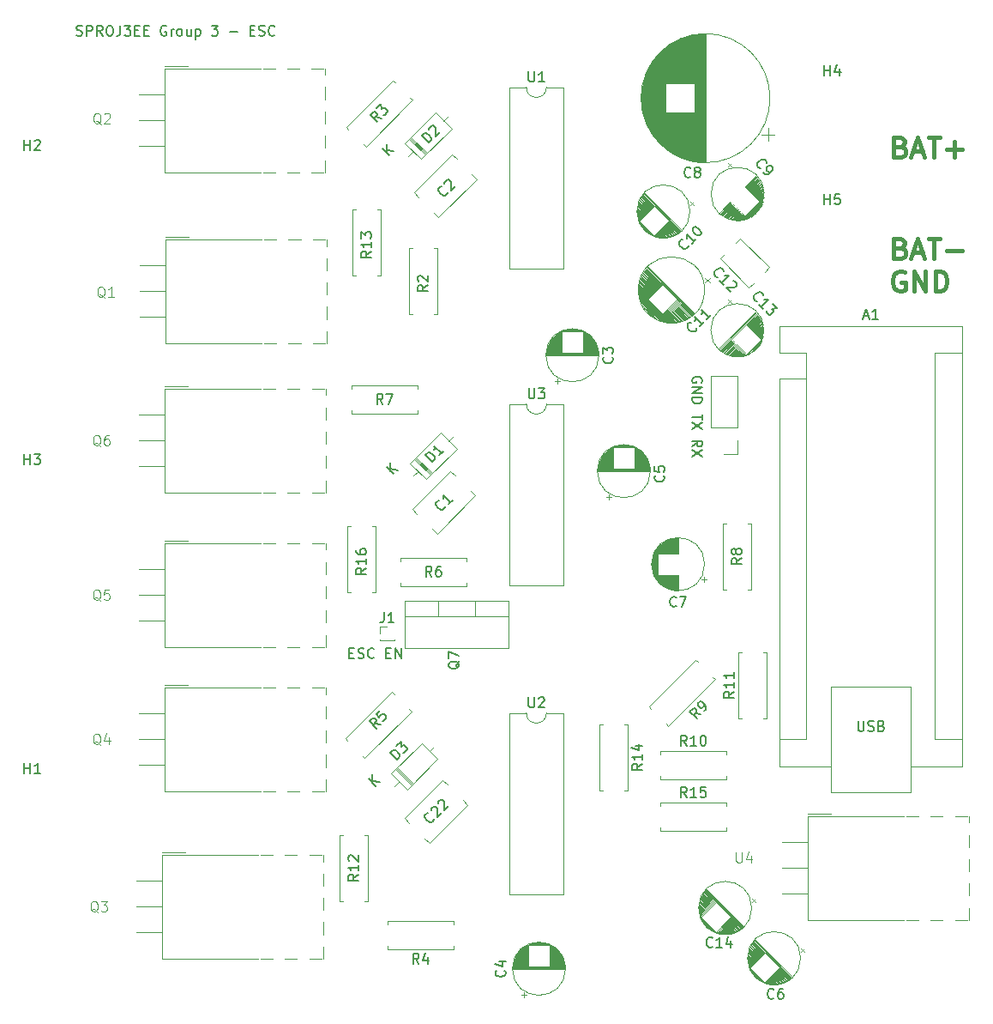
<source format=gbr>
%TF.GenerationSoftware,KiCad,Pcbnew,8.0.5*%
%TF.CreationDate,2024-12-03T18:07:43+01:00*%
%TF.ProjectId,ESC_drivers 1.4,4553435f-6472-4697-9665-727320312e34,rev?*%
%TF.SameCoordinates,Original*%
%TF.FileFunction,Legend,Top*%
%TF.FilePolarity,Positive*%
%FSLAX46Y46*%
G04 Gerber Fmt 4.6, Leading zero omitted, Abs format (unit mm)*
G04 Created by KiCad (PCBNEW 8.0.5) date 2024-12-03 18:07:43*
%MOMM*%
%LPD*%
G01*
G04 APERTURE LIST*
%ADD10C,0.400000*%
%ADD11C,0.150000*%
%ADD12C,0.200000*%
%ADD13C,0.100000*%
%ADD14C,0.120000*%
G04 APERTURE END LIST*
D10*
X196478014Y-71920931D02*
X196763728Y-72016169D01*
X196763728Y-72016169D02*
X196858966Y-72111407D01*
X196858966Y-72111407D02*
X196954204Y-72301883D01*
X196954204Y-72301883D02*
X196954204Y-72587597D01*
X196954204Y-72587597D02*
X196858966Y-72778073D01*
X196858966Y-72778073D02*
X196763728Y-72873312D01*
X196763728Y-72873312D02*
X196573252Y-72968550D01*
X196573252Y-72968550D02*
X195811347Y-72968550D01*
X195811347Y-72968550D02*
X195811347Y-70968550D01*
X195811347Y-70968550D02*
X196478014Y-70968550D01*
X196478014Y-70968550D02*
X196668490Y-71063788D01*
X196668490Y-71063788D02*
X196763728Y-71159026D01*
X196763728Y-71159026D02*
X196858966Y-71349502D01*
X196858966Y-71349502D02*
X196858966Y-71539978D01*
X196858966Y-71539978D02*
X196763728Y-71730454D01*
X196763728Y-71730454D02*
X196668490Y-71825692D01*
X196668490Y-71825692D02*
X196478014Y-71920931D01*
X196478014Y-71920931D02*
X195811347Y-71920931D01*
X197716109Y-72397121D02*
X198668490Y-72397121D01*
X197525633Y-72968550D02*
X198192299Y-70968550D01*
X198192299Y-70968550D02*
X198858966Y-72968550D01*
X199239919Y-70968550D02*
X200382776Y-70968550D01*
X199811347Y-72968550D02*
X199811347Y-70968550D01*
X201049443Y-72206645D02*
X202573253Y-72206645D01*
X196858966Y-74283676D02*
X196668490Y-74188438D01*
X196668490Y-74188438D02*
X196382776Y-74188438D01*
X196382776Y-74188438D02*
X196097061Y-74283676D01*
X196097061Y-74283676D02*
X195906585Y-74474152D01*
X195906585Y-74474152D02*
X195811347Y-74664628D01*
X195811347Y-74664628D02*
X195716109Y-75045580D01*
X195716109Y-75045580D02*
X195716109Y-75331295D01*
X195716109Y-75331295D02*
X195811347Y-75712247D01*
X195811347Y-75712247D02*
X195906585Y-75902723D01*
X195906585Y-75902723D02*
X196097061Y-76093200D01*
X196097061Y-76093200D02*
X196382776Y-76188438D01*
X196382776Y-76188438D02*
X196573252Y-76188438D01*
X196573252Y-76188438D02*
X196858966Y-76093200D01*
X196858966Y-76093200D02*
X196954204Y-75997961D01*
X196954204Y-75997961D02*
X196954204Y-75331295D01*
X196954204Y-75331295D02*
X196573252Y-75331295D01*
X197811347Y-76188438D02*
X197811347Y-74188438D01*
X197811347Y-74188438D02*
X198954204Y-76188438D01*
X198954204Y-76188438D02*
X198954204Y-74188438D01*
X199906585Y-76188438D02*
X199906585Y-74188438D01*
X199906585Y-74188438D02*
X200382775Y-74188438D01*
X200382775Y-74188438D02*
X200668490Y-74283676D01*
X200668490Y-74283676D02*
X200858966Y-74474152D01*
X200858966Y-74474152D02*
X200954204Y-74664628D01*
X200954204Y-74664628D02*
X201049442Y-75045580D01*
X201049442Y-75045580D02*
X201049442Y-75331295D01*
X201049442Y-75331295D02*
X200954204Y-75712247D01*
X200954204Y-75712247D02*
X200858966Y-75902723D01*
X200858966Y-75902723D02*
X200668490Y-76093200D01*
X200668490Y-76093200D02*
X200382775Y-76188438D01*
X200382775Y-76188438D02*
X199906585Y-76188438D01*
D11*
X176850561Y-85188588D02*
X176898180Y-85093350D01*
X176898180Y-85093350D02*
X176898180Y-84950493D01*
X176898180Y-84950493D02*
X176850561Y-84807636D01*
X176850561Y-84807636D02*
X176755323Y-84712398D01*
X176755323Y-84712398D02*
X176660085Y-84664779D01*
X176660085Y-84664779D02*
X176469609Y-84617160D01*
X176469609Y-84617160D02*
X176326752Y-84617160D01*
X176326752Y-84617160D02*
X176136276Y-84664779D01*
X176136276Y-84664779D02*
X176041038Y-84712398D01*
X176041038Y-84712398D02*
X175945800Y-84807636D01*
X175945800Y-84807636D02*
X175898180Y-84950493D01*
X175898180Y-84950493D02*
X175898180Y-85045731D01*
X175898180Y-85045731D02*
X175945800Y-85188588D01*
X175945800Y-85188588D02*
X175993419Y-85236207D01*
X175993419Y-85236207D02*
X176326752Y-85236207D01*
X176326752Y-85236207D02*
X176326752Y-85045731D01*
X175898180Y-85664779D02*
X176898180Y-85664779D01*
X176898180Y-85664779D02*
X175898180Y-86236207D01*
X175898180Y-86236207D02*
X176898180Y-86236207D01*
X175898180Y-86712398D02*
X176898180Y-86712398D01*
X176898180Y-86712398D02*
X176898180Y-86950493D01*
X176898180Y-86950493D02*
X176850561Y-87093350D01*
X176850561Y-87093350D02*
X176755323Y-87188588D01*
X176755323Y-87188588D02*
X176660085Y-87236207D01*
X176660085Y-87236207D02*
X176469609Y-87283826D01*
X176469609Y-87283826D02*
X176326752Y-87283826D01*
X176326752Y-87283826D02*
X176136276Y-87236207D01*
X176136276Y-87236207D02*
X176041038Y-87188588D01*
X176041038Y-87188588D02*
X175945800Y-87093350D01*
X175945800Y-87093350D02*
X175898180Y-86950493D01*
X175898180Y-86950493D02*
X175898180Y-86712398D01*
X176898180Y-88331446D02*
X176898180Y-88902874D01*
X175898180Y-88617160D02*
X176898180Y-88617160D01*
X176898180Y-89140970D02*
X175898180Y-89807636D01*
X176898180Y-89807636D02*
X175898180Y-89140970D01*
X175898180Y-91521922D02*
X176374371Y-91188589D01*
X175898180Y-90950494D02*
X176898180Y-90950494D01*
X176898180Y-90950494D02*
X176898180Y-91331446D01*
X176898180Y-91331446D02*
X176850561Y-91426684D01*
X176850561Y-91426684D02*
X176802942Y-91474303D01*
X176802942Y-91474303D02*
X176707704Y-91521922D01*
X176707704Y-91521922D02*
X176564847Y-91521922D01*
X176564847Y-91521922D02*
X176469609Y-91474303D01*
X176469609Y-91474303D02*
X176421990Y-91426684D01*
X176421990Y-91426684D02*
X176374371Y-91331446D01*
X176374371Y-91331446D02*
X176374371Y-90950494D01*
X176898180Y-91855256D02*
X175898180Y-92521922D01*
X176898180Y-92521922D02*
X175898180Y-91855256D01*
D10*
X196478014Y-61932819D02*
X196763728Y-62028057D01*
X196763728Y-62028057D02*
X196858966Y-62123295D01*
X196858966Y-62123295D02*
X196954204Y-62313771D01*
X196954204Y-62313771D02*
X196954204Y-62599485D01*
X196954204Y-62599485D02*
X196858966Y-62789961D01*
X196858966Y-62789961D02*
X196763728Y-62885200D01*
X196763728Y-62885200D02*
X196573252Y-62980438D01*
X196573252Y-62980438D02*
X195811347Y-62980438D01*
X195811347Y-62980438D02*
X195811347Y-60980438D01*
X195811347Y-60980438D02*
X196478014Y-60980438D01*
X196478014Y-60980438D02*
X196668490Y-61075676D01*
X196668490Y-61075676D02*
X196763728Y-61170914D01*
X196763728Y-61170914D02*
X196858966Y-61361390D01*
X196858966Y-61361390D02*
X196858966Y-61551866D01*
X196858966Y-61551866D02*
X196763728Y-61742342D01*
X196763728Y-61742342D02*
X196668490Y-61837580D01*
X196668490Y-61837580D02*
X196478014Y-61932819D01*
X196478014Y-61932819D02*
X195811347Y-61932819D01*
X197716109Y-62409009D02*
X198668490Y-62409009D01*
X197525633Y-62980438D02*
X198192299Y-60980438D01*
X198192299Y-60980438D02*
X198858966Y-62980438D01*
X199239919Y-60980438D02*
X200382776Y-60980438D01*
X199811347Y-62980438D02*
X199811347Y-60980438D01*
X201049443Y-62218533D02*
X202573253Y-62218533D01*
X201811348Y-62980438D02*
X201811348Y-61456628D01*
D12*
X115130054Y-50950600D02*
X115272911Y-50998219D01*
X115272911Y-50998219D02*
X115511006Y-50998219D01*
X115511006Y-50998219D02*
X115606244Y-50950600D01*
X115606244Y-50950600D02*
X115653863Y-50902980D01*
X115653863Y-50902980D02*
X115701482Y-50807742D01*
X115701482Y-50807742D02*
X115701482Y-50712504D01*
X115701482Y-50712504D02*
X115653863Y-50617266D01*
X115653863Y-50617266D02*
X115606244Y-50569647D01*
X115606244Y-50569647D02*
X115511006Y-50522028D01*
X115511006Y-50522028D02*
X115320530Y-50474409D01*
X115320530Y-50474409D02*
X115225292Y-50426790D01*
X115225292Y-50426790D02*
X115177673Y-50379171D01*
X115177673Y-50379171D02*
X115130054Y-50283933D01*
X115130054Y-50283933D02*
X115130054Y-50188695D01*
X115130054Y-50188695D02*
X115177673Y-50093457D01*
X115177673Y-50093457D02*
X115225292Y-50045838D01*
X115225292Y-50045838D02*
X115320530Y-49998219D01*
X115320530Y-49998219D02*
X115558625Y-49998219D01*
X115558625Y-49998219D02*
X115701482Y-50045838D01*
X116130054Y-50998219D02*
X116130054Y-49998219D01*
X116130054Y-49998219D02*
X116511006Y-49998219D01*
X116511006Y-49998219D02*
X116606244Y-50045838D01*
X116606244Y-50045838D02*
X116653863Y-50093457D01*
X116653863Y-50093457D02*
X116701482Y-50188695D01*
X116701482Y-50188695D02*
X116701482Y-50331552D01*
X116701482Y-50331552D02*
X116653863Y-50426790D01*
X116653863Y-50426790D02*
X116606244Y-50474409D01*
X116606244Y-50474409D02*
X116511006Y-50522028D01*
X116511006Y-50522028D02*
X116130054Y-50522028D01*
X117701482Y-50998219D02*
X117368149Y-50522028D01*
X117130054Y-50998219D02*
X117130054Y-49998219D01*
X117130054Y-49998219D02*
X117511006Y-49998219D01*
X117511006Y-49998219D02*
X117606244Y-50045838D01*
X117606244Y-50045838D02*
X117653863Y-50093457D01*
X117653863Y-50093457D02*
X117701482Y-50188695D01*
X117701482Y-50188695D02*
X117701482Y-50331552D01*
X117701482Y-50331552D02*
X117653863Y-50426790D01*
X117653863Y-50426790D02*
X117606244Y-50474409D01*
X117606244Y-50474409D02*
X117511006Y-50522028D01*
X117511006Y-50522028D02*
X117130054Y-50522028D01*
X118320530Y-49998219D02*
X118511006Y-49998219D01*
X118511006Y-49998219D02*
X118606244Y-50045838D01*
X118606244Y-50045838D02*
X118701482Y-50141076D01*
X118701482Y-50141076D02*
X118749101Y-50331552D01*
X118749101Y-50331552D02*
X118749101Y-50664885D01*
X118749101Y-50664885D02*
X118701482Y-50855361D01*
X118701482Y-50855361D02*
X118606244Y-50950600D01*
X118606244Y-50950600D02*
X118511006Y-50998219D01*
X118511006Y-50998219D02*
X118320530Y-50998219D01*
X118320530Y-50998219D02*
X118225292Y-50950600D01*
X118225292Y-50950600D02*
X118130054Y-50855361D01*
X118130054Y-50855361D02*
X118082435Y-50664885D01*
X118082435Y-50664885D02*
X118082435Y-50331552D01*
X118082435Y-50331552D02*
X118130054Y-50141076D01*
X118130054Y-50141076D02*
X118225292Y-50045838D01*
X118225292Y-50045838D02*
X118320530Y-49998219D01*
X119463387Y-49998219D02*
X119463387Y-50712504D01*
X119463387Y-50712504D02*
X119415768Y-50855361D01*
X119415768Y-50855361D02*
X119320530Y-50950600D01*
X119320530Y-50950600D02*
X119177673Y-50998219D01*
X119177673Y-50998219D02*
X119082435Y-50998219D01*
X119844340Y-49998219D02*
X120463387Y-49998219D01*
X120463387Y-49998219D02*
X120130054Y-50379171D01*
X120130054Y-50379171D02*
X120272911Y-50379171D01*
X120272911Y-50379171D02*
X120368149Y-50426790D01*
X120368149Y-50426790D02*
X120415768Y-50474409D01*
X120415768Y-50474409D02*
X120463387Y-50569647D01*
X120463387Y-50569647D02*
X120463387Y-50807742D01*
X120463387Y-50807742D02*
X120415768Y-50902980D01*
X120415768Y-50902980D02*
X120368149Y-50950600D01*
X120368149Y-50950600D02*
X120272911Y-50998219D01*
X120272911Y-50998219D02*
X119987197Y-50998219D01*
X119987197Y-50998219D02*
X119891959Y-50950600D01*
X119891959Y-50950600D02*
X119844340Y-50902980D01*
X120891959Y-50474409D02*
X121225292Y-50474409D01*
X121368149Y-50998219D02*
X120891959Y-50998219D01*
X120891959Y-50998219D02*
X120891959Y-49998219D01*
X120891959Y-49998219D02*
X121368149Y-49998219D01*
X121796721Y-50474409D02*
X122130054Y-50474409D01*
X122272911Y-50998219D02*
X121796721Y-50998219D01*
X121796721Y-50998219D02*
X121796721Y-49998219D01*
X121796721Y-49998219D02*
X122272911Y-49998219D01*
X123987197Y-50045838D02*
X123891959Y-49998219D01*
X123891959Y-49998219D02*
X123749102Y-49998219D01*
X123749102Y-49998219D02*
X123606245Y-50045838D01*
X123606245Y-50045838D02*
X123511007Y-50141076D01*
X123511007Y-50141076D02*
X123463388Y-50236314D01*
X123463388Y-50236314D02*
X123415769Y-50426790D01*
X123415769Y-50426790D02*
X123415769Y-50569647D01*
X123415769Y-50569647D02*
X123463388Y-50760123D01*
X123463388Y-50760123D02*
X123511007Y-50855361D01*
X123511007Y-50855361D02*
X123606245Y-50950600D01*
X123606245Y-50950600D02*
X123749102Y-50998219D01*
X123749102Y-50998219D02*
X123844340Y-50998219D01*
X123844340Y-50998219D02*
X123987197Y-50950600D01*
X123987197Y-50950600D02*
X124034816Y-50902980D01*
X124034816Y-50902980D02*
X124034816Y-50569647D01*
X124034816Y-50569647D02*
X123844340Y-50569647D01*
X124463388Y-50998219D02*
X124463388Y-50331552D01*
X124463388Y-50522028D02*
X124511007Y-50426790D01*
X124511007Y-50426790D02*
X124558626Y-50379171D01*
X124558626Y-50379171D02*
X124653864Y-50331552D01*
X124653864Y-50331552D02*
X124749102Y-50331552D01*
X125225293Y-50998219D02*
X125130055Y-50950600D01*
X125130055Y-50950600D02*
X125082436Y-50902980D01*
X125082436Y-50902980D02*
X125034817Y-50807742D01*
X125034817Y-50807742D02*
X125034817Y-50522028D01*
X125034817Y-50522028D02*
X125082436Y-50426790D01*
X125082436Y-50426790D02*
X125130055Y-50379171D01*
X125130055Y-50379171D02*
X125225293Y-50331552D01*
X125225293Y-50331552D02*
X125368150Y-50331552D01*
X125368150Y-50331552D02*
X125463388Y-50379171D01*
X125463388Y-50379171D02*
X125511007Y-50426790D01*
X125511007Y-50426790D02*
X125558626Y-50522028D01*
X125558626Y-50522028D02*
X125558626Y-50807742D01*
X125558626Y-50807742D02*
X125511007Y-50902980D01*
X125511007Y-50902980D02*
X125463388Y-50950600D01*
X125463388Y-50950600D02*
X125368150Y-50998219D01*
X125368150Y-50998219D02*
X125225293Y-50998219D01*
X126415769Y-50331552D02*
X126415769Y-50998219D01*
X125987198Y-50331552D02*
X125987198Y-50855361D01*
X125987198Y-50855361D02*
X126034817Y-50950600D01*
X126034817Y-50950600D02*
X126130055Y-50998219D01*
X126130055Y-50998219D02*
X126272912Y-50998219D01*
X126272912Y-50998219D02*
X126368150Y-50950600D01*
X126368150Y-50950600D02*
X126415769Y-50902980D01*
X126891960Y-50331552D02*
X126891960Y-51331552D01*
X126891960Y-50379171D02*
X126987198Y-50331552D01*
X126987198Y-50331552D02*
X127177674Y-50331552D01*
X127177674Y-50331552D02*
X127272912Y-50379171D01*
X127272912Y-50379171D02*
X127320531Y-50426790D01*
X127320531Y-50426790D02*
X127368150Y-50522028D01*
X127368150Y-50522028D02*
X127368150Y-50807742D01*
X127368150Y-50807742D02*
X127320531Y-50902980D01*
X127320531Y-50902980D02*
X127272912Y-50950600D01*
X127272912Y-50950600D02*
X127177674Y-50998219D01*
X127177674Y-50998219D02*
X126987198Y-50998219D01*
X126987198Y-50998219D02*
X126891960Y-50950600D01*
X128463389Y-49998219D02*
X129082436Y-49998219D01*
X129082436Y-49998219D02*
X128749103Y-50379171D01*
X128749103Y-50379171D02*
X128891960Y-50379171D01*
X128891960Y-50379171D02*
X128987198Y-50426790D01*
X128987198Y-50426790D02*
X129034817Y-50474409D01*
X129034817Y-50474409D02*
X129082436Y-50569647D01*
X129082436Y-50569647D02*
X129082436Y-50807742D01*
X129082436Y-50807742D02*
X129034817Y-50902980D01*
X129034817Y-50902980D02*
X128987198Y-50950600D01*
X128987198Y-50950600D02*
X128891960Y-50998219D01*
X128891960Y-50998219D02*
X128606246Y-50998219D01*
X128606246Y-50998219D02*
X128511008Y-50950600D01*
X128511008Y-50950600D02*
X128463389Y-50902980D01*
X130272913Y-50617266D02*
X131034818Y-50617266D01*
X132272913Y-50474409D02*
X132606246Y-50474409D01*
X132749103Y-50998219D02*
X132272913Y-50998219D01*
X132272913Y-50998219D02*
X132272913Y-49998219D01*
X132272913Y-49998219D02*
X132749103Y-49998219D01*
X133130056Y-50950600D02*
X133272913Y-50998219D01*
X133272913Y-50998219D02*
X133511008Y-50998219D01*
X133511008Y-50998219D02*
X133606246Y-50950600D01*
X133606246Y-50950600D02*
X133653865Y-50902980D01*
X133653865Y-50902980D02*
X133701484Y-50807742D01*
X133701484Y-50807742D02*
X133701484Y-50712504D01*
X133701484Y-50712504D02*
X133653865Y-50617266D01*
X133653865Y-50617266D02*
X133606246Y-50569647D01*
X133606246Y-50569647D02*
X133511008Y-50522028D01*
X133511008Y-50522028D02*
X133320532Y-50474409D01*
X133320532Y-50474409D02*
X133225294Y-50426790D01*
X133225294Y-50426790D02*
X133177675Y-50379171D01*
X133177675Y-50379171D02*
X133130056Y-50283933D01*
X133130056Y-50283933D02*
X133130056Y-50188695D01*
X133130056Y-50188695D02*
X133177675Y-50093457D01*
X133177675Y-50093457D02*
X133225294Y-50045838D01*
X133225294Y-50045838D02*
X133320532Y-49998219D01*
X133320532Y-49998219D02*
X133558627Y-49998219D01*
X133558627Y-49998219D02*
X133701484Y-50045838D01*
X134701484Y-50902980D02*
X134653865Y-50950600D01*
X134653865Y-50950600D02*
X134511008Y-50998219D01*
X134511008Y-50998219D02*
X134415770Y-50998219D01*
X134415770Y-50998219D02*
X134272913Y-50950600D01*
X134272913Y-50950600D02*
X134177675Y-50855361D01*
X134177675Y-50855361D02*
X134130056Y-50760123D01*
X134130056Y-50760123D02*
X134082437Y-50569647D01*
X134082437Y-50569647D02*
X134082437Y-50426790D01*
X134082437Y-50426790D02*
X134130056Y-50236314D01*
X134130056Y-50236314D02*
X134177675Y-50141076D01*
X134177675Y-50141076D02*
X134272913Y-50045838D01*
X134272913Y-50045838D02*
X134415770Y-49998219D01*
X134415770Y-49998219D02*
X134511008Y-49998219D01*
X134511008Y-49998219D02*
X134653865Y-50045838D01*
X134653865Y-50045838D02*
X134701484Y-50093457D01*
D11*
X142068779Y-111868009D02*
X142402112Y-111868009D01*
X142544969Y-112391819D02*
X142068779Y-112391819D01*
X142068779Y-112391819D02*
X142068779Y-111391819D01*
X142068779Y-111391819D02*
X142544969Y-111391819D01*
X142925922Y-112344200D02*
X143068779Y-112391819D01*
X143068779Y-112391819D02*
X143306874Y-112391819D01*
X143306874Y-112391819D02*
X143402112Y-112344200D01*
X143402112Y-112344200D02*
X143449731Y-112296580D01*
X143449731Y-112296580D02*
X143497350Y-112201342D01*
X143497350Y-112201342D02*
X143497350Y-112106104D01*
X143497350Y-112106104D02*
X143449731Y-112010866D01*
X143449731Y-112010866D02*
X143402112Y-111963247D01*
X143402112Y-111963247D02*
X143306874Y-111915628D01*
X143306874Y-111915628D02*
X143116398Y-111868009D01*
X143116398Y-111868009D02*
X143021160Y-111820390D01*
X143021160Y-111820390D02*
X142973541Y-111772771D01*
X142973541Y-111772771D02*
X142925922Y-111677533D01*
X142925922Y-111677533D02*
X142925922Y-111582295D01*
X142925922Y-111582295D02*
X142973541Y-111487057D01*
X142973541Y-111487057D02*
X143021160Y-111439438D01*
X143021160Y-111439438D02*
X143116398Y-111391819D01*
X143116398Y-111391819D02*
X143354493Y-111391819D01*
X143354493Y-111391819D02*
X143497350Y-111439438D01*
X144497350Y-112296580D02*
X144449731Y-112344200D01*
X144449731Y-112344200D02*
X144306874Y-112391819D01*
X144306874Y-112391819D02*
X144211636Y-112391819D01*
X144211636Y-112391819D02*
X144068779Y-112344200D01*
X144068779Y-112344200D02*
X143973541Y-112248961D01*
X143973541Y-112248961D02*
X143925922Y-112153723D01*
X143925922Y-112153723D02*
X143878303Y-111963247D01*
X143878303Y-111963247D02*
X143878303Y-111820390D01*
X143878303Y-111820390D02*
X143925922Y-111629914D01*
X143925922Y-111629914D02*
X143973541Y-111534676D01*
X143973541Y-111534676D02*
X144068779Y-111439438D01*
X144068779Y-111439438D02*
X144211636Y-111391819D01*
X144211636Y-111391819D02*
X144306874Y-111391819D01*
X144306874Y-111391819D02*
X144449731Y-111439438D01*
X144449731Y-111439438D02*
X144497350Y-111487057D01*
X145687827Y-111868009D02*
X146021160Y-111868009D01*
X146164017Y-112391819D02*
X145687827Y-112391819D01*
X145687827Y-112391819D02*
X145687827Y-111391819D01*
X145687827Y-111391819D02*
X146164017Y-111391819D01*
X146592589Y-112391819D02*
X146592589Y-111391819D01*
X146592589Y-111391819D02*
X147164017Y-112391819D01*
X147164017Y-112391819D02*
X147164017Y-111391819D01*
X167999583Y-82671780D02*
X168047203Y-82719399D01*
X168047203Y-82719399D02*
X168094822Y-82862256D01*
X168094822Y-82862256D02*
X168094822Y-82957494D01*
X168094822Y-82957494D02*
X168047203Y-83100351D01*
X168047203Y-83100351D02*
X167951964Y-83195589D01*
X167951964Y-83195589D02*
X167856726Y-83243208D01*
X167856726Y-83243208D02*
X167666250Y-83290827D01*
X167666250Y-83290827D02*
X167523393Y-83290827D01*
X167523393Y-83290827D02*
X167332917Y-83243208D01*
X167332917Y-83243208D02*
X167237679Y-83195589D01*
X167237679Y-83195589D02*
X167142441Y-83100351D01*
X167142441Y-83100351D02*
X167094822Y-82957494D01*
X167094822Y-82957494D02*
X167094822Y-82862256D01*
X167094822Y-82862256D02*
X167142441Y-82719399D01*
X167142441Y-82719399D02*
X167190060Y-82671780D01*
X167094822Y-82338446D02*
X167094822Y-81719399D01*
X167094822Y-81719399D02*
X167475774Y-82052732D01*
X167475774Y-82052732D02*
X167475774Y-81909875D01*
X167475774Y-81909875D02*
X167523393Y-81814637D01*
X167523393Y-81814637D02*
X167571012Y-81767018D01*
X167571012Y-81767018D02*
X167666250Y-81719399D01*
X167666250Y-81719399D02*
X167904345Y-81719399D01*
X167904345Y-81719399D02*
X167999583Y-81767018D01*
X167999583Y-81767018D02*
X168047203Y-81814637D01*
X168047203Y-81814637D02*
X168094822Y-81909875D01*
X168094822Y-81909875D02*
X168094822Y-82195589D01*
X168094822Y-82195589D02*
X168047203Y-82290827D01*
X168047203Y-82290827D02*
X167999583Y-82338446D01*
D13*
X117506761Y-106724657D02*
X117411523Y-106677038D01*
X117411523Y-106677038D02*
X117316285Y-106581800D01*
X117316285Y-106581800D02*
X117173428Y-106438942D01*
X117173428Y-106438942D02*
X117078190Y-106391323D01*
X117078190Y-106391323D02*
X116982952Y-106391323D01*
X117030571Y-106629419D02*
X116935333Y-106581800D01*
X116935333Y-106581800D02*
X116840095Y-106486561D01*
X116840095Y-106486561D02*
X116792476Y-106296085D01*
X116792476Y-106296085D02*
X116792476Y-105962752D01*
X116792476Y-105962752D02*
X116840095Y-105772276D01*
X116840095Y-105772276D02*
X116935333Y-105677038D01*
X116935333Y-105677038D02*
X117030571Y-105629419D01*
X117030571Y-105629419D02*
X117221047Y-105629419D01*
X117221047Y-105629419D02*
X117316285Y-105677038D01*
X117316285Y-105677038D02*
X117411523Y-105772276D01*
X117411523Y-105772276D02*
X117459142Y-105962752D01*
X117459142Y-105962752D02*
X117459142Y-106296085D01*
X117459142Y-106296085D02*
X117411523Y-106486561D01*
X117411523Y-106486561D02*
X117316285Y-106581800D01*
X117316285Y-106581800D02*
X117221047Y-106629419D01*
X117221047Y-106629419D02*
X117030571Y-106629419D01*
X118363904Y-105629419D02*
X117887714Y-105629419D01*
X117887714Y-105629419D02*
X117840095Y-106105609D01*
X117840095Y-106105609D02*
X117887714Y-106057990D01*
X117887714Y-106057990D02*
X117982952Y-106010371D01*
X117982952Y-106010371D02*
X118221047Y-106010371D01*
X118221047Y-106010371D02*
X118316285Y-106057990D01*
X118316285Y-106057990D02*
X118363904Y-106105609D01*
X118363904Y-106105609D02*
X118411523Y-106200847D01*
X118411523Y-106200847D02*
X118411523Y-106438942D01*
X118411523Y-106438942D02*
X118363904Y-106534180D01*
X118363904Y-106534180D02*
X118316285Y-106581800D01*
X118316285Y-106581800D02*
X118221047Y-106629419D01*
X118221047Y-106629419D02*
X117982952Y-106629419D01*
X117982952Y-106629419D02*
X117887714Y-106581800D01*
X117887714Y-106581800D02*
X117840095Y-106534180D01*
D11*
X150201333Y-104340819D02*
X149868000Y-103864628D01*
X149629905Y-104340819D02*
X149629905Y-103340819D01*
X149629905Y-103340819D02*
X150010857Y-103340819D01*
X150010857Y-103340819D02*
X150106095Y-103388438D01*
X150106095Y-103388438D02*
X150153714Y-103436057D01*
X150153714Y-103436057D02*
X150201333Y-103531295D01*
X150201333Y-103531295D02*
X150201333Y-103674152D01*
X150201333Y-103674152D02*
X150153714Y-103769390D01*
X150153714Y-103769390D02*
X150106095Y-103817009D01*
X150106095Y-103817009D02*
X150010857Y-103864628D01*
X150010857Y-103864628D02*
X149629905Y-103864628D01*
X151058476Y-103340819D02*
X150868000Y-103340819D01*
X150868000Y-103340819D02*
X150772762Y-103388438D01*
X150772762Y-103388438D02*
X150725143Y-103436057D01*
X150725143Y-103436057D02*
X150629905Y-103578914D01*
X150629905Y-103578914D02*
X150582286Y-103769390D01*
X150582286Y-103769390D02*
X150582286Y-104150342D01*
X150582286Y-104150342D02*
X150629905Y-104245580D01*
X150629905Y-104245580D02*
X150677524Y-104293200D01*
X150677524Y-104293200D02*
X150772762Y-104340819D01*
X150772762Y-104340819D02*
X150963238Y-104340819D01*
X150963238Y-104340819D02*
X151058476Y-104293200D01*
X151058476Y-104293200D02*
X151106095Y-104245580D01*
X151106095Y-104245580D02*
X151153714Y-104150342D01*
X151153714Y-104150342D02*
X151153714Y-103912247D01*
X151153714Y-103912247D02*
X151106095Y-103817009D01*
X151106095Y-103817009D02*
X151058476Y-103769390D01*
X151058476Y-103769390D02*
X150963238Y-103721771D01*
X150963238Y-103721771D02*
X150772762Y-103721771D01*
X150772762Y-103721771D02*
X150677524Y-103769390D01*
X150677524Y-103769390D02*
X150629905Y-103817009D01*
X150629905Y-103817009D02*
X150582286Y-103912247D01*
X142948819Y-133738857D02*
X142472628Y-134072190D01*
X142948819Y-134310285D02*
X141948819Y-134310285D01*
X141948819Y-134310285D02*
X141948819Y-133929333D01*
X141948819Y-133929333D02*
X141996438Y-133834095D01*
X141996438Y-133834095D02*
X142044057Y-133786476D01*
X142044057Y-133786476D02*
X142139295Y-133738857D01*
X142139295Y-133738857D02*
X142282152Y-133738857D01*
X142282152Y-133738857D02*
X142377390Y-133786476D01*
X142377390Y-133786476D02*
X142425009Y-133834095D01*
X142425009Y-133834095D02*
X142472628Y-133929333D01*
X142472628Y-133929333D02*
X142472628Y-134310285D01*
X142948819Y-132786476D02*
X142948819Y-133357904D01*
X142948819Y-133072190D02*
X141948819Y-133072190D01*
X141948819Y-133072190D02*
X142091676Y-133167428D01*
X142091676Y-133167428D02*
X142186914Y-133262666D01*
X142186914Y-133262666D02*
X142234533Y-133357904D01*
X142044057Y-132405523D02*
X141996438Y-132357904D01*
X141996438Y-132357904D02*
X141948819Y-132262666D01*
X141948819Y-132262666D02*
X141948819Y-132024571D01*
X141948819Y-132024571D02*
X141996438Y-131929333D01*
X141996438Y-131929333D02*
X142044057Y-131881714D01*
X142044057Y-131881714D02*
X142139295Y-131834095D01*
X142139295Y-131834095D02*
X142234533Y-131834095D01*
X142234533Y-131834095D02*
X142377390Y-131881714D01*
X142377390Y-131881714D02*
X142948819Y-132453142D01*
X142948819Y-132453142D02*
X142948819Y-131834095D01*
X175523715Y-71686481D02*
X175523715Y-71753825D01*
X175523715Y-71753825D02*
X175456371Y-71888512D01*
X175456371Y-71888512D02*
X175389028Y-71955855D01*
X175389028Y-71955855D02*
X175254341Y-72023199D01*
X175254341Y-72023199D02*
X175119654Y-72023199D01*
X175119654Y-72023199D02*
X175018639Y-71989527D01*
X175018639Y-71989527D02*
X174850280Y-71888512D01*
X174850280Y-71888512D02*
X174749265Y-71787497D01*
X174749265Y-71787497D02*
X174648249Y-71619138D01*
X174648249Y-71619138D02*
X174614578Y-71518123D01*
X174614578Y-71518123D02*
X174614578Y-71383436D01*
X174614578Y-71383436D02*
X174681921Y-71248749D01*
X174681921Y-71248749D02*
X174749265Y-71181405D01*
X174749265Y-71181405D02*
X174883952Y-71114062D01*
X174883952Y-71114062D02*
X174951295Y-71114062D01*
X176264493Y-71080390D02*
X175860432Y-71484451D01*
X176062463Y-71282420D02*
X175355356Y-70575314D01*
X175355356Y-70575314D02*
X175389028Y-70743672D01*
X175389028Y-70743672D02*
X175389028Y-70878359D01*
X175389028Y-70878359D02*
X175355356Y-70979375D01*
X175995120Y-69935550D02*
X176062463Y-69868207D01*
X176062463Y-69868207D02*
X176163478Y-69834535D01*
X176163478Y-69834535D02*
X176230822Y-69834535D01*
X176230822Y-69834535D02*
X176331837Y-69868207D01*
X176331837Y-69868207D02*
X176500196Y-69969222D01*
X176500196Y-69969222D02*
X176668555Y-70137581D01*
X176668555Y-70137581D02*
X176769570Y-70305939D01*
X176769570Y-70305939D02*
X176803242Y-70406955D01*
X176803242Y-70406955D02*
X176803242Y-70474298D01*
X176803242Y-70474298D02*
X176769570Y-70575313D01*
X176769570Y-70575313D02*
X176702226Y-70642657D01*
X176702226Y-70642657D02*
X176601211Y-70676329D01*
X176601211Y-70676329D02*
X176533868Y-70676329D01*
X176533868Y-70676329D02*
X176432852Y-70642657D01*
X176432852Y-70642657D02*
X176264494Y-70541642D01*
X176264494Y-70541642D02*
X176096135Y-70373283D01*
X176096135Y-70373283D02*
X175995120Y-70204924D01*
X175995120Y-70204924D02*
X175961448Y-70103909D01*
X175961448Y-70103909D02*
X175961448Y-70036565D01*
X175961448Y-70036565D02*
X175995120Y-69935550D01*
X182314559Y-77189782D02*
X182247215Y-77189782D01*
X182247215Y-77189782D02*
X182112528Y-77122438D01*
X182112528Y-77122438D02*
X182045185Y-77055095D01*
X182045185Y-77055095D02*
X181977841Y-76920408D01*
X181977841Y-76920408D02*
X181977841Y-76785721D01*
X181977841Y-76785721D02*
X182011513Y-76684706D01*
X182011513Y-76684706D02*
X182112528Y-76516347D01*
X182112528Y-76516347D02*
X182213543Y-76415332D01*
X182213543Y-76415332D02*
X182381902Y-76314316D01*
X182381902Y-76314316D02*
X182482917Y-76280645D01*
X182482917Y-76280645D02*
X182617604Y-76280645D01*
X182617604Y-76280645D02*
X182752291Y-76347988D01*
X182752291Y-76347988D02*
X182819635Y-76415332D01*
X182819635Y-76415332D02*
X182886978Y-76550019D01*
X182886978Y-76550019D02*
X182886978Y-76617362D01*
X182920650Y-77930560D02*
X182516589Y-77526499D01*
X182718620Y-77728530D02*
X183425726Y-77021423D01*
X183425726Y-77021423D02*
X183257368Y-77055095D01*
X183257368Y-77055095D02*
X183122681Y-77055095D01*
X183122681Y-77055095D02*
X183021665Y-77021423D01*
X183863459Y-77459156D02*
X184301192Y-77896889D01*
X184301192Y-77896889D02*
X183796116Y-77930561D01*
X183796116Y-77930561D02*
X183897131Y-78031576D01*
X183897131Y-78031576D02*
X183930803Y-78132591D01*
X183930803Y-78132591D02*
X183930803Y-78199935D01*
X183930803Y-78199935D02*
X183897131Y-78300950D01*
X183897131Y-78300950D02*
X183728772Y-78469309D01*
X183728772Y-78469309D02*
X183627757Y-78502980D01*
X183627757Y-78502980D02*
X183560414Y-78502980D01*
X183560414Y-78502980D02*
X183459398Y-78469309D01*
X183459398Y-78469309D02*
X183257368Y-78267278D01*
X183257368Y-78267278D02*
X183223696Y-78166263D01*
X183223696Y-78166263D02*
X183223696Y-78098919D01*
X151764411Y-66411290D02*
X151764411Y-66478634D01*
X151764411Y-66478634D02*
X151697067Y-66613321D01*
X151697067Y-66613321D02*
X151629724Y-66680664D01*
X151629724Y-66680664D02*
X151495037Y-66748008D01*
X151495037Y-66748008D02*
X151360350Y-66748008D01*
X151360350Y-66748008D02*
X151259335Y-66714336D01*
X151259335Y-66714336D02*
X151090976Y-66613321D01*
X151090976Y-66613321D02*
X150989961Y-66512306D01*
X150989961Y-66512306D02*
X150888945Y-66343947D01*
X150888945Y-66343947D02*
X150855274Y-66242932D01*
X150855274Y-66242932D02*
X150855274Y-66108245D01*
X150855274Y-66108245D02*
X150922617Y-65973558D01*
X150922617Y-65973558D02*
X150989961Y-65906214D01*
X150989961Y-65906214D02*
X151124648Y-65838871D01*
X151124648Y-65838871D02*
X151191991Y-65838871D01*
X151461365Y-65569497D02*
X151461365Y-65502153D01*
X151461365Y-65502153D02*
X151495037Y-65401138D01*
X151495037Y-65401138D02*
X151663396Y-65232779D01*
X151663396Y-65232779D02*
X151764411Y-65199107D01*
X151764411Y-65199107D02*
X151831754Y-65199107D01*
X151831754Y-65199107D02*
X151932770Y-65232779D01*
X151932770Y-65232779D02*
X152000113Y-65300123D01*
X152000113Y-65300123D02*
X152067457Y-65434810D01*
X152067457Y-65434810D02*
X152067457Y-66242932D01*
X152067457Y-66242932D02*
X152505189Y-65805199D01*
X145462666Y-107876819D02*
X145462666Y-108591104D01*
X145462666Y-108591104D02*
X145415047Y-108733961D01*
X145415047Y-108733961D02*
X145319809Y-108829200D01*
X145319809Y-108829200D02*
X145176952Y-108876819D01*
X145176952Y-108876819D02*
X145081714Y-108876819D01*
X146462666Y-108876819D02*
X145891238Y-108876819D01*
X146176952Y-108876819D02*
X146176952Y-107876819D01*
X146176952Y-107876819D02*
X146081714Y-108019676D01*
X146081714Y-108019676D02*
X145986476Y-108114914D01*
X145986476Y-108114914D02*
X145891238Y-108162533D01*
X143710819Y-103512857D02*
X143234628Y-103846190D01*
X143710819Y-104084285D02*
X142710819Y-104084285D01*
X142710819Y-104084285D02*
X142710819Y-103703333D01*
X142710819Y-103703333D02*
X142758438Y-103608095D01*
X142758438Y-103608095D02*
X142806057Y-103560476D01*
X142806057Y-103560476D02*
X142901295Y-103512857D01*
X142901295Y-103512857D02*
X143044152Y-103512857D01*
X143044152Y-103512857D02*
X143139390Y-103560476D01*
X143139390Y-103560476D02*
X143187009Y-103608095D01*
X143187009Y-103608095D02*
X143234628Y-103703333D01*
X143234628Y-103703333D02*
X143234628Y-104084285D01*
X143710819Y-102560476D02*
X143710819Y-103131904D01*
X143710819Y-102846190D02*
X142710819Y-102846190D01*
X142710819Y-102846190D02*
X142853676Y-102941428D01*
X142853676Y-102941428D02*
X142948914Y-103036666D01*
X142948914Y-103036666D02*
X142996533Y-103131904D01*
X142710819Y-101703333D02*
X142710819Y-101893809D01*
X142710819Y-101893809D02*
X142758438Y-101989047D01*
X142758438Y-101989047D02*
X142806057Y-102036666D01*
X142806057Y-102036666D02*
X142948914Y-102131904D01*
X142948914Y-102131904D02*
X143139390Y-102179523D01*
X143139390Y-102179523D02*
X143520342Y-102179523D01*
X143520342Y-102179523D02*
X143615580Y-102131904D01*
X143615580Y-102131904D02*
X143663200Y-102084285D01*
X143663200Y-102084285D02*
X143710819Y-101989047D01*
X143710819Y-101989047D02*
X143710819Y-101798571D01*
X143710819Y-101798571D02*
X143663200Y-101703333D01*
X143663200Y-101703333D02*
X143615580Y-101655714D01*
X143615580Y-101655714D02*
X143520342Y-101608095D01*
X143520342Y-101608095D02*
X143282247Y-101608095D01*
X143282247Y-101608095D02*
X143187009Y-101655714D01*
X143187009Y-101655714D02*
X143139390Y-101703333D01*
X143139390Y-101703333D02*
X143091771Y-101798571D01*
X143091771Y-101798571D02*
X143091771Y-101989047D01*
X143091771Y-101989047D02*
X143139390Y-102084285D01*
X143139390Y-102084285D02*
X143187009Y-102131904D01*
X143187009Y-102131904D02*
X143282247Y-102179523D01*
X150426511Y-128227558D02*
X150426511Y-128294902D01*
X150426511Y-128294902D02*
X150359167Y-128429589D01*
X150359167Y-128429589D02*
X150291824Y-128496932D01*
X150291824Y-128496932D02*
X150157137Y-128564276D01*
X150157137Y-128564276D02*
X150022450Y-128564276D01*
X150022450Y-128564276D02*
X149921435Y-128530604D01*
X149921435Y-128530604D02*
X149753076Y-128429589D01*
X149753076Y-128429589D02*
X149652061Y-128328574D01*
X149652061Y-128328574D02*
X149551045Y-128160215D01*
X149551045Y-128160215D02*
X149517374Y-128059200D01*
X149517374Y-128059200D02*
X149517374Y-127924513D01*
X149517374Y-127924513D02*
X149584717Y-127789826D01*
X149584717Y-127789826D02*
X149652061Y-127722482D01*
X149652061Y-127722482D02*
X149786748Y-127655139D01*
X149786748Y-127655139D02*
X149854091Y-127655139D01*
X150123465Y-127385765D02*
X150123465Y-127318421D01*
X150123465Y-127318421D02*
X150157137Y-127217406D01*
X150157137Y-127217406D02*
X150325496Y-127049047D01*
X150325496Y-127049047D02*
X150426511Y-127015375D01*
X150426511Y-127015375D02*
X150493854Y-127015375D01*
X150493854Y-127015375D02*
X150594870Y-127049047D01*
X150594870Y-127049047D02*
X150662213Y-127116391D01*
X150662213Y-127116391D02*
X150729557Y-127251078D01*
X150729557Y-127251078D02*
X150729557Y-128059200D01*
X150729557Y-128059200D02*
X151167289Y-127621467D01*
X150796900Y-126712329D02*
X150796900Y-126644986D01*
X150796900Y-126644986D02*
X150830572Y-126543971D01*
X150830572Y-126543971D02*
X150998931Y-126375612D01*
X150998931Y-126375612D02*
X151099946Y-126341940D01*
X151099946Y-126341940D02*
X151167290Y-126341940D01*
X151167290Y-126341940D02*
X151268305Y-126375612D01*
X151268305Y-126375612D02*
X151335648Y-126442955D01*
X151335648Y-126442955D02*
X151402992Y-126577642D01*
X151402992Y-126577642D02*
X151402992Y-127385764D01*
X151402992Y-127385764D02*
X151840725Y-126948032D01*
X182674430Y-64087653D02*
X182607086Y-64087653D01*
X182607086Y-64087653D02*
X182472399Y-64020309D01*
X182472399Y-64020309D02*
X182405056Y-63952966D01*
X182405056Y-63952966D02*
X182337712Y-63818279D01*
X182337712Y-63818279D02*
X182337712Y-63683592D01*
X182337712Y-63683592D02*
X182371384Y-63582577D01*
X182371384Y-63582577D02*
X182472399Y-63414218D01*
X182472399Y-63414218D02*
X182573414Y-63313203D01*
X182573414Y-63313203D02*
X182741773Y-63212187D01*
X182741773Y-63212187D02*
X182842788Y-63178516D01*
X182842788Y-63178516D02*
X182977475Y-63178516D01*
X182977475Y-63178516D02*
X183112162Y-63245859D01*
X183112162Y-63245859D02*
X183179506Y-63313203D01*
X183179506Y-63313203D02*
X183246849Y-63447890D01*
X183246849Y-63447890D02*
X183246849Y-63515233D01*
X182943804Y-64491714D02*
X183078491Y-64626401D01*
X183078491Y-64626401D02*
X183179506Y-64660073D01*
X183179506Y-64660073D02*
X183246849Y-64660073D01*
X183246849Y-64660073D02*
X183415208Y-64626401D01*
X183415208Y-64626401D02*
X183583567Y-64525386D01*
X183583567Y-64525386D02*
X183852941Y-64256012D01*
X183852941Y-64256012D02*
X183886613Y-64154996D01*
X183886613Y-64154996D02*
X183886613Y-64087653D01*
X183886613Y-64087653D02*
X183852941Y-63986638D01*
X183852941Y-63986638D02*
X183718254Y-63851951D01*
X183718254Y-63851951D02*
X183617239Y-63818279D01*
X183617239Y-63818279D02*
X183549895Y-63818279D01*
X183549895Y-63818279D02*
X183448880Y-63851951D01*
X183448880Y-63851951D02*
X183280521Y-64020309D01*
X183280521Y-64020309D02*
X183246849Y-64121325D01*
X183246849Y-64121325D02*
X183246849Y-64188668D01*
X183246849Y-64188668D02*
X183280521Y-64289683D01*
X183280521Y-64289683D02*
X183415208Y-64424370D01*
X183415208Y-64424370D02*
X183516223Y-64458042D01*
X183516223Y-64458042D02*
X183583567Y-64458042D01*
X183583567Y-64458042D02*
X183684582Y-64424370D01*
D13*
X117506761Y-91484657D02*
X117411523Y-91437038D01*
X117411523Y-91437038D02*
X117316285Y-91341800D01*
X117316285Y-91341800D02*
X117173428Y-91198942D01*
X117173428Y-91198942D02*
X117078190Y-91151323D01*
X117078190Y-91151323D02*
X116982952Y-91151323D01*
X117030571Y-91389419D02*
X116935333Y-91341800D01*
X116935333Y-91341800D02*
X116840095Y-91246561D01*
X116840095Y-91246561D02*
X116792476Y-91056085D01*
X116792476Y-91056085D02*
X116792476Y-90722752D01*
X116792476Y-90722752D02*
X116840095Y-90532276D01*
X116840095Y-90532276D02*
X116935333Y-90437038D01*
X116935333Y-90437038D02*
X117030571Y-90389419D01*
X117030571Y-90389419D02*
X117221047Y-90389419D01*
X117221047Y-90389419D02*
X117316285Y-90437038D01*
X117316285Y-90437038D02*
X117411523Y-90532276D01*
X117411523Y-90532276D02*
X117459142Y-90722752D01*
X117459142Y-90722752D02*
X117459142Y-91056085D01*
X117459142Y-91056085D02*
X117411523Y-91246561D01*
X117411523Y-91246561D02*
X117316285Y-91341800D01*
X117316285Y-91341800D02*
X117221047Y-91389419D01*
X117221047Y-91389419D02*
X117030571Y-91389419D01*
X118316285Y-90389419D02*
X118125809Y-90389419D01*
X118125809Y-90389419D02*
X118030571Y-90437038D01*
X118030571Y-90437038D02*
X117982952Y-90484657D01*
X117982952Y-90484657D02*
X117887714Y-90627514D01*
X117887714Y-90627514D02*
X117840095Y-90817990D01*
X117840095Y-90817990D02*
X117840095Y-91198942D01*
X117840095Y-91198942D02*
X117887714Y-91294180D01*
X117887714Y-91294180D02*
X117935333Y-91341800D01*
X117935333Y-91341800D02*
X118030571Y-91389419D01*
X118030571Y-91389419D02*
X118221047Y-91389419D01*
X118221047Y-91389419D02*
X118316285Y-91341800D01*
X118316285Y-91341800D02*
X118363904Y-91294180D01*
X118363904Y-91294180D02*
X118411523Y-91198942D01*
X118411523Y-91198942D02*
X118411523Y-90960847D01*
X118411523Y-90960847D02*
X118363904Y-90865609D01*
X118363904Y-90865609D02*
X118316285Y-90817990D01*
X118316285Y-90817990D02*
X118221047Y-90770371D01*
X118221047Y-90770371D02*
X118030571Y-90770371D01*
X118030571Y-90770371D02*
X117935333Y-90817990D01*
X117935333Y-90817990D02*
X117887714Y-90865609D01*
X117887714Y-90865609D02*
X117840095Y-90960847D01*
D11*
X188976095Y-54906819D02*
X188976095Y-53906819D01*
X188976095Y-54383009D02*
X189547523Y-54383009D01*
X189547523Y-54906819D02*
X189547523Y-53906819D01*
X190452285Y-54240152D02*
X190452285Y-54906819D01*
X190214190Y-53859200D02*
X189976095Y-54573485D01*
X189976095Y-54573485D02*
X190595142Y-54573485D01*
D13*
X117536338Y-59734657D02*
X117441100Y-59687038D01*
X117441100Y-59687038D02*
X117345862Y-59591800D01*
X117345862Y-59591800D02*
X117203005Y-59448942D01*
X117203005Y-59448942D02*
X117107767Y-59401323D01*
X117107767Y-59401323D02*
X117012529Y-59401323D01*
X117060148Y-59639419D02*
X116964910Y-59591800D01*
X116964910Y-59591800D02*
X116869672Y-59496561D01*
X116869672Y-59496561D02*
X116822053Y-59306085D01*
X116822053Y-59306085D02*
X116822053Y-58972752D01*
X116822053Y-58972752D02*
X116869672Y-58782276D01*
X116869672Y-58782276D02*
X116964910Y-58687038D01*
X116964910Y-58687038D02*
X117060148Y-58639419D01*
X117060148Y-58639419D02*
X117250624Y-58639419D01*
X117250624Y-58639419D02*
X117345862Y-58687038D01*
X117345862Y-58687038D02*
X117441100Y-58782276D01*
X117441100Y-58782276D02*
X117488719Y-58972752D01*
X117488719Y-58972752D02*
X117488719Y-59306085D01*
X117488719Y-59306085D02*
X117441100Y-59496561D01*
X117441100Y-59496561D02*
X117345862Y-59591800D01*
X117345862Y-59591800D02*
X117250624Y-59639419D01*
X117250624Y-59639419D02*
X117060148Y-59639419D01*
X117869672Y-58734657D02*
X117917291Y-58687038D01*
X117917291Y-58687038D02*
X118012529Y-58639419D01*
X118012529Y-58639419D02*
X118250624Y-58639419D01*
X118250624Y-58639419D02*
X118345862Y-58687038D01*
X118345862Y-58687038D02*
X118393481Y-58734657D01*
X118393481Y-58734657D02*
X118441100Y-58829895D01*
X118441100Y-58829895D02*
X118441100Y-58925133D01*
X118441100Y-58925133D02*
X118393481Y-59067990D01*
X118393481Y-59067990D02*
X117822053Y-59639419D01*
X117822053Y-59639419D02*
X118441100Y-59639419D01*
D11*
X159776095Y-85765820D02*
X159776095Y-86575343D01*
X159776095Y-86575343D02*
X159823714Y-86670581D01*
X159823714Y-86670581D02*
X159871333Y-86718201D01*
X159871333Y-86718201D02*
X159966571Y-86765820D01*
X159966571Y-86765820D02*
X160157047Y-86765820D01*
X160157047Y-86765820D02*
X160252285Y-86718201D01*
X160252285Y-86718201D02*
X160299904Y-86670581D01*
X160299904Y-86670581D02*
X160347523Y-86575343D01*
X160347523Y-86575343D02*
X160347523Y-85765820D01*
X160728476Y-85765820D02*
X161347523Y-85765820D01*
X161347523Y-85765820D02*
X161014190Y-86146772D01*
X161014190Y-86146772D02*
X161157047Y-86146772D01*
X161157047Y-86146772D02*
X161252285Y-86194391D01*
X161252285Y-86194391D02*
X161299904Y-86242010D01*
X161299904Y-86242010D02*
X161347523Y-86337248D01*
X161347523Y-86337248D02*
X161347523Y-86575343D01*
X161347523Y-86575343D02*
X161299904Y-86670581D01*
X161299904Y-86670581D02*
X161252285Y-86718201D01*
X161252285Y-86718201D02*
X161157047Y-86765820D01*
X161157047Y-86765820D02*
X160871333Y-86765820D01*
X160871333Y-86765820D02*
X160776095Y-86718201D01*
X160776095Y-86718201D02*
X160728476Y-86670581D01*
X180032819Y-115704857D02*
X179556628Y-116038190D01*
X180032819Y-116276285D02*
X179032819Y-116276285D01*
X179032819Y-116276285D02*
X179032819Y-115895333D01*
X179032819Y-115895333D02*
X179080438Y-115800095D01*
X179080438Y-115800095D02*
X179128057Y-115752476D01*
X179128057Y-115752476D02*
X179223295Y-115704857D01*
X179223295Y-115704857D02*
X179366152Y-115704857D01*
X179366152Y-115704857D02*
X179461390Y-115752476D01*
X179461390Y-115752476D02*
X179509009Y-115800095D01*
X179509009Y-115800095D02*
X179556628Y-115895333D01*
X179556628Y-115895333D02*
X179556628Y-116276285D01*
X180032819Y-114752476D02*
X180032819Y-115323904D01*
X180032819Y-115038190D02*
X179032819Y-115038190D01*
X179032819Y-115038190D02*
X179175676Y-115133428D01*
X179175676Y-115133428D02*
X179270914Y-115228666D01*
X179270914Y-115228666D02*
X179318533Y-115323904D01*
X180032819Y-113800095D02*
X180032819Y-114371523D01*
X180032819Y-114085809D02*
X179032819Y-114085809D01*
X179032819Y-114085809D02*
X179175676Y-114181047D01*
X179175676Y-114181047D02*
X179270914Y-114276285D01*
X179270914Y-114276285D02*
X179318533Y-114371523D01*
X175754607Y-64875580D02*
X175706988Y-64923200D01*
X175706988Y-64923200D02*
X175564131Y-64970819D01*
X175564131Y-64970819D02*
X175468893Y-64970819D01*
X175468893Y-64970819D02*
X175326036Y-64923200D01*
X175326036Y-64923200D02*
X175230798Y-64827961D01*
X175230798Y-64827961D02*
X175183179Y-64732723D01*
X175183179Y-64732723D02*
X175135560Y-64542247D01*
X175135560Y-64542247D02*
X175135560Y-64399390D01*
X175135560Y-64399390D02*
X175183179Y-64208914D01*
X175183179Y-64208914D02*
X175230798Y-64113676D01*
X175230798Y-64113676D02*
X175326036Y-64018438D01*
X175326036Y-64018438D02*
X175468893Y-63970819D01*
X175468893Y-63970819D02*
X175564131Y-63970819D01*
X175564131Y-63970819D02*
X175706988Y-64018438D01*
X175706988Y-64018438D02*
X175754607Y-64066057D01*
X176326036Y-64399390D02*
X176230798Y-64351771D01*
X176230798Y-64351771D02*
X176183179Y-64304152D01*
X176183179Y-64304152D02*
X176135560Y-64208914D01*
X176135560Y-64208914D02*
X176135560Y-64161295D01*
X176135560Y-64161295D02*
X176183179Y-64066057D01*
X176183179Y-64066057D02*
X176230798Y-64018438D01*
X176230798Y-64018438D02*
X176326036Y-63970819D01*
X176326036Y-63970819D02*
X176516512Y-63970819D01*
X176516512Y-63970819D02*
X176611750Y-64018438D01*
X176611750Y-64018438D02*
X176659369Y-64066057D01*
X176659369Y-64066057D02*
X176706988Y-64161295D01*
X176706988Y-64161295D02*
X176706988Y-64208914D01*
X176706988Y-64208914D02*
X176659369Y-64304152D01*
X176659369Y-64304152D02*
X176611750Y-64351771D01*
X176611750Y-64351771D02*
X176516512Y-64399390D01*
X176516512Y-64399390D02*
X176326036Y-64399390D01*
X176326036Y-64399390D02*
X176230798Y-64447009D01*
X176230798Y-64447009D02*
X176183179Y-64494628D01*
X176183179Y-64494628D02*
X176135560Y-64589866D01*
X176135560Y-64589866D02*
X176135560Y-64780342D01*
X176135560Y-64780342D02*
X176183179Y-64875580D01*
X176183179Y-64875580D02*
X176230798Y-64923200D01*
X176230798Y-64923200D02*
X176326036Y-64970819D01*
X176326036Y-64970819D02*
X176516512Y-64970819D01*
X176516512Y-64970819D02*
X176611750Y-64923200D01*
X176611750Y-64923200D02*
X176659369Y-64875580D01*
X176659369Y-64875580D02*
X176706988Y-64780342D01*
X176706988Y-64780342D02*
X176706988Y-64589866D01*
X176706988Y-64589866D02*
X176659369Y-64494628D01*
X176659369Y-64494628D02*
X176611750Y-64447009D01*
X176611750Y-64447009D02*
X176516512Y-64399390D01*
X145137831Y-118909889D02*
X144565412Y-118808874D01*
X144733770Y-119313950D02*
X144026664Y-118606843D01*
X144026664Y-118606843D02*
X144296038Y-118337469D01*
X144296038Y-118337469D02*
X144397053Y-118303797D01*
X144397053Y-118303797D02*
X144464396Y-118303797D01*
X144464396Y-118303797D02*
X144565412Y-118337469D01*
X144565412Y-118337469D02*
X144666427Y-118438484D01*
X144666427Y-118438484D02*
X144700099Y-118539500D01*
X144700099Y-118539500D02*
X144700099Y-118606843D01*
X144700099Y-118606843D02*
X144666427Y-118707858D01*
X144666427Y-118707858D02*
X144397053Y-118977232D01*
X145070488Y-117563019D02*
X144733770Y-117899736D01*
X144733770Y-117899736D02*
X145036816Y-118270126D01*
X145036816Y-118270126D02*
X145036816Y-118202782D01*
X145036816Y-118202782D02*
X145070488Y-118101767D01*
X145070488Y-118101767D02*
X145238847Y-117933408D01*
X145238847Y-117933408D02*
X145339862Y-117899736D01*
X145339862Y-117899736D02*
X145407205Y-117899736D01*
X145407205Y-117899736D02*
X145508221Y-117933408D01*
X145508221Y-117933408D02*
X145676579Y-118101767D01*
X145676579Y-118101767D02*
X145710251Y-118202782D01*
X145710251Y-118202782D02*
X145710251Y-118270126D01*
X145710251Y-118270126D02*
X145676579Y-118371141D01*
X145676579Y-118371141D02*
X145508221Y-118539500D01*
X145508221Y-118539500D02*
X145407205Y-118573171D01*
X145407205Y-118573171D02*
X145339862Y-118573171D01*
X159766095Y-116252330D02*
X159766095Y-117061853D01*
X159766095Y-117061853D02*
X159813714Y-117157091D01*
X159813714Y-117157091D02*
X159861333Y-117204711D01*
X159861333Y-117204711D02*
X159956571Y-117252330D01*
X159956571Y-117252330D02*
X160147047Y-117252330D01*
X160147047Y-117252330D02*
X160242285Y-117204711D01*
X160242285Y-117204711D02*
X160289904Y-117157091D01*
X160289904Y-117157091D02*
X160337523Y-117061853D01*
X160337523Y-117061853D02*
X160337523Y-116252330D01*
X160766095Y-116347568D02*
X160813714Y-116299949D01*
X160813714Y-116299949D02*
X160908952Y-116252330D01*
X160908952Y-116252330D02*
X161147047Y-116252330D01*
X161147047Y-116252330D02*
X161242285Y-116299949D01*
X161242285Y-116299949D02*
X161289904Y-116347568D01*
X161289904Y-116347568D02*
X161337523Y-116442806D01*
X161337523Y-116442806D02*
X161337523Y-116538044D01*
X161337523Y-116538044D02*
X161289904Y-116680901D01*
X161289904Y-116680901D02*
X160718476Y-117252330D01*
X160718476Y-117252330D02*
X161337523Y-117252330D01*
X150267616Y-93045517D02*
X149560510Y-92338410D01*
X149560510Y-92338410D02*
X149728868Y-92170051D01*
X149728868Y-92170051D02*
X149863555Y-92102708D01*
X149863555Y-92102708D02*
X149998242Y-92102708D01*
X149998242Y-92102708D02*
X150099258Y-92136380D01*
X150099258Y-92136380D02*
X150267616Y-92237395D01*
X150267616Y-92237395D02*
X150368632Y-92338410D01*
X150368632Y-92338410D02*
X150469647Y-92506769D01*
X150469647Y-92506769D02*
X150503319Y-92607784D01*
X150503319Y-92607784D02*
X150503319Y-92742471D01*
X150503319Y-92742471D02*
X150435975Y-92877158D01*
X150435975Y-92877158D02*
X150267616Y-93045517D01*
X151345112Y-91968021D02*
X150941051Y-92372082D01*
X151143082Y-92170051D02*
X150435975Y-91462945D01*
X150435975Y-91462945D02*
X150469647Y-91631303D01*
X150469647Y-91631303D02*
X150469647Y-91765990D01*
X150469647Y-91765990D02*
X150435975Y-91867006D01*
X146440410Y-94232800D02*
X145733304Y-93525693D01*
X146844472Y-93828739D02*
X146137365Y-93727723D01*
X146137365Y-93121632D02*
X146137365Y-93929754D01*
X148931333Y-142524819D02*
X148598000Y-142048628D01*
X148359905Y-142524819D02*
X148359905Y-141524819D01*
X148359905Y-141524819D02*
X148740857Y-141524819D01*
X148740857Y-141524819D02*
X148836095Y-141572438D01*
X148836095Y-141572438D02*
X148883714Y-141620057D01*
X148883714Y-141620057D02*
X148931333Y-141715295D01*
X148931333Y-141715295D02*
X148931333Y-141858152D01*
X148931333Y-141858152D02*
X148883714Y-141953390D01*
X148883714Y-141953390D02*
X148836095Y-142001009D01*
X148836095Y-142001009D02*
X148740857Y-142048628D01*
X148740857Y-142048628D02*
X148359905Y-142048628D01*
X149788476Y-141858152D02*
X149788476Y-142524819D01*
X149550381Y-141477200D02*
X149312286Y-142191485D01*
X149312286Y-142191485D02*
X149931333Y-142191485D01*
D13*
X117506761Y-120948657D02*
X117411523Y-120901038D01*
X117411523Y-120901038D02*
X117316285Y-120805800D01*
X117316285Y-120805800D02*
X117173428Y-120662942D01*
X117173428Y-120662942D02*
X117078190Y-120615323D01*
X117078190Y-120615323D02*
X116982952Y-120615323D01*
X117030571Y-120853419D02*
X116935333Y-120805800D01*
X116935333Y-120805800D02*
X116840095Y-120710561D01*
X116840095Y-120710561D02*
X116792476Y-120520085D01*
X116792476Y-120520085D02*
X116792476Y-120186752D01*
X116792476Y-120186752D02*
X116840095Y-119996276D01*
X116840095Y-119996276D02*
X116935333Y-119901038D01*
X116935333Y-119901038D02*
X117030571Y-119853419D01*
X117030571Y-119853419D02*
X117221047Y-119853419D01*
X117221047Y-119853419D02*
X117316285Y-119901038D01*
X117316285Y-119901038D02*
X117411523Y-119996276D01*
X117411523Y-119996276D02*
X117459142Y-120186752D01*
X117459142Y-120186752D02*
X117459142Y-120520085D01*
X117459142Y-120520085D02*
X117411523Y-120710561D01*
X117411523Y-120710561D02*
X117316285Y-120805800D01*
X117316285Y-120805800D02*
X117221047Y-120853419D01*
X117221047Y-120853419D02*
X117030571Y-120853419D01*
X118316285Y-120186752D02*
X118316285Y-120853419D01*
X118078190Y-119805800D02*
X117840095Y-120520085D01*
X117840095Y-120520085D02*
X118459142Y-120520085D01*
D11*
X144218819Y-72270857D02*
X143742628Y-72604190D01*
X144218819Y-72842285D02*
X143218819Y-72842285D01*
X143218819Y-72842285D02*
X143218819Y-72461333D01*
X143218819Y-72461333D02*
X143266438Y-72366095D01*
X143266438Y-72366095D02*
X143314057Y-72318476D01*
X143314057Y-72318476D02*
X143409295Y-72270857D01*
X143409295Y-72270857D02*
X143552152Y-72270857D01*
X143552152Y-72270857D02*
X143647390Y-72318476D01*
X143647390Y-72318476D02*
X143695009Y-72366095D01*
X143695009Y-72366095D02*
X143742628Y-72461333D01*
X143742628Y-72461333D02*
X143742628Y-72842285D01*
X144218819Y-71318476D02*
X144218819Y-71889904D01*
X144218819Y-71604190D02*
X143218819Y-71604190D01*
X143218819Y-71604190D02*
X143361676Y-71699428D01*
X143361676Y-71699428D02*
X143456914Y-71794666D01*
X143456914Y-71794666D02*
X143504533Y-71889904D01*
X143218819Y-70985142D02*
X143218819Y-70366095D01*
X143218819Y-70366095D02*
X143599771Y-70699428D01*
X143599771Y-70699428D02*
X143599771Y-70556571D01*
X143599771Y-70556571D02*
X143647390Y-70461333D01*
X143647390Y-70461333D02*
X143695009Y-70413714D01*
X143695009Y-70413714D02*
X143790247Y-70366095D01*
X143790247Y-70366095D02*
X144028342Y-70366095D01*
X144028342Y-70366095D02*
X144123580Y-70413714D01*
X144123580Y-70413714D02*
X144171200Y-70461333D01*
X144171200Y-70461333D02*
X144218819Y-70556571D01*
X144218819Y-70556571D02*
X144218819Y-70842285D01*
X144218819Y-70842285D02*
X144171200Y-70937523D01*
X144171200Y-70937523D02*
X144123580Y-70985142D01*
X170972819Y-122816857D02*
X170496628Y-123150190D01*
X170972819Y-123388285D02*
X169972819Y-123388285D01*
X169972819Y-123388285D02*
X169972819Y-123007333D01*
X169972819Y-123007333D02*
X170020438Y-122912095D01*
X170020438Y-122912095D02*
X170068057Y-122864476D01*
X170068057Y-122864476D02*
X170163295Y-122816857D01*
X170163295Y-122816857D02*
X170306152Y-122816857D01*
X170306152Y-122816857D02*
X170401390Y-122864476D01*
X170401390Y-122864476D02*
X170449009Y-122912095D01*
X170449009Y-122912095D02*
X170496628Y-123007333D01*
X170496628Y-123007333D02*
X170496628Y-123388285D01*
X170972819Y-121864476D02*
X170972819Y-122435904D01*
X170972819Y-122150190D02*
X169972819Y-122150190D01*
X169972819Y-122150190D02*
X170115676Y-122245428D01*
X170115676Y-122245428D02*
X170210914Y-122340666D01*
X170210914Y-122340666D02*
X170258533Y-122435904D01*
X170306152Y-121007333D02*
X170972819Y-121007333D01*
X169925200Y-121245428D02*
X170639485Y-121483523D01*
X170639485Y-121483523D02*
X170639485Y-120864476D01*
X151520411Y-97400112D02*
X151520411Y-97467456D01*
X151520411Y-97467456D02*
X151453067Y-97602143D01*
X151453067Y-97602143D02*
X151385724Y-97669486D01*
X151385724Y-97669486D02*
X151251037Y-97736830D01*
X151251037Y-97736830D02*
X151116350Y-97736830D01*
X151116350Y-97736830D02*
X151015335Y-97703158D01*
X151015335Y-97703158D02*
X150846976Y-97602143D01*
X150846976Y-97602143D02*
X150745961Y-97501128D01*
X150745961Y-97501128D02*
X150644945Y-97332769D01*
X150644945Y-97332769D02*
X150611274Y-97231754D01*
X150611274Y-97231754D02*
X150611274Y-97097067D01*
X150611274Y-97097067D02*
X150678617Y-96962380D01*
X150678617Y-96962380D02*
X150745961Y-96895036D01*
X150745961Y-96895036D02*
X150880648Y-96827693D01*
X150880648Y-96827693D02*
X150947991Y-96827693D01*
X152261189Y-96794021D02*
X151857128Y-97198082D01*
X152059159Y-96996051D02*
X151352052Y-96288945D01*
X151352052Y-96288945D02*
X151385724Y-96457303D01*
X151385724Y-96457303D02*
X151385724Y-96591990D01*
X151385724Y-96591990D02*
X151352052Y-96693006D01*
X176347744Y-79844143D02*
X176347744Y-79911487D01*
X176347744Y-79911487D02*
X176280400Y-80046174D01*
X176280400Y-80046174D02*
X176213057Y-80113517D01*
X176213057Y-80113517D02*
X176078370Y-80180861D01*
X176078370Y-80180861D02*
X175943683Y-80180861D01*
X175943683Y-80180861D02*
X175842668Y-80147189D01*
X175842668Y-80147189D02*
X175674309Y-80046174D01*
X175674309Y-80046174D02*
X175573294Y-79945159D01*
X175573294Y-79945159D02*
X175472278Y-79776800D01*
X175472278Y-79776800D02*
X175438607Y-79675785D01*
X175438607Y-79675785D02*
X175438607Y-79541098D01*
X175438607Y-79541098D02*
X175505950Y-79406411D01*
X175505950Y-79406411D02*
X175573294Y-79339067D01*
X175573294Y-79339067D02*
X175707981Y-79271724D01*
X175707981Y-79271724D02*
X175775324Y-79271724D01*
X177088522Y-79238052D02*
X176684461Y-79642113D01*
X176886492Y-79440082D02*
X176179385Y-78732976D01*
X176179385Y-78732976D02*
X176213057Y-78901334D01*
X176213057Y-78901334D02*
X176213057Y-79036021D01*
X176213057Y-79036021D02*
X176179385Y-79137037D01*
X177761958Y-78564617D02*
X177357897Y-78968678D01*
X177559927Y-78766647D02*
X176852820Y-78059540D01*
X176852820Y-78059540D02*
X176886492Y-78227899D01*
X176886492Y-78227899D02*
X176886492Y-78362586D01*
X176886492Y-78362586D02*
X176852820Y-78463601D01*
X175379142Y-126100819D02*
X175045809Y-125624628D01*
X174807714Y-126100819D02*
X174807714Y-125100819D01*
X174807714Y-125100819D02*
X175188666Y-125100819D01*
X175188666Y-125100819D02*
X175283904Y-125148438D01*
X175283904Y-125148438D02*
X175331523Y-125196057D01*
X175331523Y-125196057D02*
X175379142Y-125291295D01*
X175379142Y-125291295D02*
X175379142Y-125434152D01*
X175379142Y-125434152D02*
X175331523Y-125529390D01*
X175331523Y-125529390D02*
X175283904Y-125577009D01*
X175283904Y-125577009D02*
X175188666Y-125624628D01*
X175188666Y-125624628D02*
X174807714Y-125624628D01*
X176331523Y-126100819D02*
X175760095Y-126100819D01*
X176045809Y-126100819D02*
X176045809Y-125100819D01*
X176045809Y-125100819D02*
X175950571Y-125243676D01*
X175950571Y-125243676D02*
X175855333Y-125338914D01*
X175855333Y-125338914D02*
X175760095Y-125386533D01*
X177236285Y-125100819D02*
X176760095Y-125100819D01*
X176760095Y-125100819D02*
X176712476Y-125577009D01*
X176712476Y-125577009D02*
X176760095Y-125529390D01*
X176760095Y-125529390D02*
X176855333Y-125481771D01*
X176855333Y-125481771D02*
X177093428Y-125481771D01*
X177093428Y-125481771D02*
X177188666Y-125529390D01*
X177188666Y-125529390D02*
X177236285Y-125577009D01*
X177236285Y-125577009D02*
X177283904Y-125672247D01*
X177283904Y-125672247D02*
X177283904Y-125910342D01*
X177283904Y-125910342D02*
X177236285Y-126005580D01*
X177236285Y-126005580D02*
X177188666Y-126053200D01*
X177188666Y-126053200D02*
X177093428Y-126100819D01*
X177093428Y-126100819D02*
X176855333Y-126100819D01*
X176855333Y-126100819D02*
X176760095Y-126053200D01*
X176760095Y-126053200D02*
X176712476Y-126005580D01*
X109982095Y-62272819D02*
X109982095Y-61272819D01*
X109982095Y-61749009D02*
X110553523Y-61749009D01*
X110553523Y-62272819D02*
X110553523Y-61272819D01*
X110982095Y-61368057D02*
X111029714Y-61320438D01*
X111029714Y-61320438D02*
X111124952Y-61272819D01*
X111124952Y-61272819D02*
X111363047Y-61272819D01*
X111363047Y-61272819D02*
X111458285Y-61320438D01*
X111458285Y-61320438D02*
X111505904Y-61368057D01*
X111505904Y-61368057D02*
X111553523Y-61463295D01*
X111553523Y-61463295D02*
X111553523Y-61558533D01*
X111553523Y-61558533D02*
X111505904Y-61701390D01*
X111505904Y-61701390D02*
X110934476Y-62272819D01*
X110934476Y-62272819D02*
X111553523Y-62272819D01*
X173079580Y-94380777D02*
X173127200Y-94428396D01*
X173127200Y-94428396D02*
X173174819Y-94571253D01*
X173174819Y-94571253D02*
X173174819Y-94666491D01*
X173174819Y-94666491D02*
X173127200Y-94809348D01*
X173127200Y-94809348D02*
X173031961Y-94904586D01*
X173031961Y-94904586D02*
X172936723Y-94952205D01*
X172936723Y-94952205D02*
X172746247Y-94999824D01*
X172746247Y-94999824D02*
X172603390Y-94999824D01*
X172603390Y-94999824D02*
X172412914Y-94952205D01*
X172412914Y-94952205D02*
X172317676Y-94904586D01*
X172317676Y-94904586D02*
X172222438Y-94809348D01*
X172222438Y-94809348D02*
X172174819Y-94666491D01*
X172174819Y-94666491D02*
X172174819Y-94571253D01*
X172174819Y-94571253D02*
X172222438Y-94428396D01*
X172222438Y-94428396D02*
X172270057Y-94380777D01*
X172174819Y-93476015D02*
X172174819Y-93952205D01*
X172174819Y-93952205D02*
X172651009Y-93999824D01*
X172651009Y-93999824D02*
X172603390Y-93952205D01*
X172603390Y-93952205D02*
X172555771Y-93856967D01*
X172555771Y-93856967D02*
X172555771Y-93618872D01*
X172555771Y-93618872D02*
X172603390Y-93523634D01*
X172603390Y-93523634D02*
X172651009Y-93476015D01*
X172651009Y-93476015D02*
X172746247Y-93428396D01*
X172746247Y-93428396D02*
X172984342Y-93428396D01*
X172984342Y-93428396D02*
X173079580Y-93476015D01*
X173079580Y-93476015D02*
X173127200Y-93523634D01*
X173127200Y-93523634D02*
X173174819Y-93618872D01*
X173174819Y-93618872D02*
X173174819Y-93856967D01*
X173174819Y-93856967D02*
X173127200Y-93952205D01*
X173127200Y-93952205D02*
X173079580Y-93999824D01*
X159766095Y-54528819D02*
X159766095Y-55338342D01*
X159766095Y-55338342D02*
X159813714Y-55433580D01*
X159813714Y-55433580D02*
X159861333Y-55481200D01*
X159861333Y-55481200D02*
X159956571Y-55528819D01*
X159956571Y-55528819D02*
X160147047Y-55528819D01*
X160147047Y-55528819D02*
X160242285Y-55481200D01*
X160242285Y-55481200D02*
X160289904Y-55433580D01*
X160289904Y-55433580D02*
X160337523Y-55338342D01*
X160337523Y-55338342D02*
X160337523Y-54528819D01*
X161337523Y-55528819D02*
X160766095Y-55528819D01*
X161051809Y-55528819D02*
X161051809Y-54528819D01*
X161051809Y-54528819D02*
X160956571Y-54671676D01*
X160956571Y-54671676D02*
X160861333Y-54766914D01*
X160861333Y-54766914D02*
X160766095Y-54814533D01*
X178417513Y-74822140D02*
X178350169Y-74822140D01*
X178350169Y-74822140D02*
X178215482Y-74754796D01*
X178215482Y-74754796D02*
X178148139Y-74687453D01*
X178148139Y-74687453D02*
X178080795Y-74552766D01*
X178080795Y-74552766D02*
X178080795Y-74418079D01*
X178080795Y-74418079D02*
X178114467Y-74317064D01*
X178114467Y-74317064D02*
X178215482Y-74148705D01*
X178215482Y-74148705D02*
X178316497Y-74047690D01*
X178316497Y-74047690D02*
X178484856Y-73946674D01*
X178484856Y-73946674D02*
X178585871Y-73913003D01*
X178585871Y-73913003D02*
X178720558Y-73913003D01*
X178720558Y-73913003D02*
X178855245Y-73980346D01*
X178855245Y-73980346D02*
X178922589Y-74047690D01*
X178922589Y-74047690D02*
X178989932Y-74182377D01*
X178989932Y-74182377D02*
X178989932Y-74249720D01*
X179023604Y-75562918D02*
X178619543Y-75158857D01*
X178821574Y-75360888D02*
X179528680Y-74653781D01*
X179528680Y-74653781D02*
X179360322Y-74687453D01*
X179360322Y-74687453D02*
X179225635Y-74687453D01*
X179225635Y-74687453D02*
X179124619Y-74653781D01*
X179932742Y-75192529D02*
X180000085Y-75192529D01*
X180000085Y-75192529D02*
X180101100Y-75226201D01*
X180101100Y-75226201D02*
X180269459Y-75394560D01*
X180269459Y-75394560D02*
X180303131Y-75495575D01*
X180303131Y-75495575D02*
X180303131Y-75562919D01*
X180303131Y-75562919D02*
X180269459Y-75663934D01*
X180269459Y-75663934D02*
X180202116Y-75731277D01*
X180202116Y-75731277D02*
X180067429Y-75798621D01*
X180067429Y-75798621D02*
X179259307Y-75798621D01*
X179259307Y-75798621D02*
X179697039Y-76236354D01*
D13*
X180243040Y-131530909D02*
X180243040Y-132340432D01*
X180243040Y-132340432D02*
X180290659Y-132435670D01*
X180290659Y-132435670D02*
X180338278Y-132483290D01*
X180338278Y-132483290D02*
X180433516Y-132530909D01*
X180433516Y-132530909D02*
X180623992Y-132530909D01*
X180623992Y-132530909D02*
X180719230Y-132483290D01*
X180719230Y-132483290D02*
X180766849Y-132435670D01*
X180766849Y-132435670D02*
X180814468Y-132340432D01*
X180814468Y-132340432D02*
X180814468Y-131530909D01*
X181719230Y-131864242D02*
X181719230Y-132530909D01*
X181481135Y-131483290D02*
X181243040Y-132197575D01*
X181243040Y-132197575D02*
X181862087Y-132197575D01*
D11*
X145375333Y-87322819D02*
X145042000Y-86846628D01*
X144803905Y-87322819D02*
X144803905Y-86322819D01*
X144803905Y-86322819D02*
X145184857Y-86322819D01*
X145184857Y-86322819D02*
X145280095Y-86370438D01*
X145280095Y-86370438D02*
X145327714Y-86418057D01*
X145327714Y-86418057D02*
X145375333Y-86513295D01*
X145375333Y-86513295D02*
X145375333Y-86656152D01*
X145375333Y-86656152D02*
X145327714Y-86751390D01*
X145327714Y-86751390D02*
X145280095Y-86799009D01*
X145280095Y-86799009D02*
X145184857Y-86846628D01*
X145184857Y-86846628D02*
X144803905Y-86846628D01*
X145708667Y-86322819D02*
X146375333Y-86322819D01*
X146375333Y-86322819D02*
X145946762Y-87322819D01*
X109982095Y-123740819D02*
X109982095Y-122740819D01*
X109982095Y-123217009D02*
X110553523Y-123217009D01*
X110553523Y-123740819D02*
X110553523Y-122740819D01*
X111553523Y-123740819D02*
X110982095Y-123740819D01*
X111267809Y-123740819D02*
X111267809Y-122740819D01*
X111267809Y-122740819D02*
X111172571Y-122883676D01*
X111172571Y-122883676D02*
X111077333Y-122978914D01*
X111077333Y-122978914D02*
X110982095Y-123026533D01*
X149806819Y-75604666D02*
X149330628Y-75937999D01*
X149806819Y-76176094D02*
X148806819Y-76176094D01*
X148806819Y-76176094D02*
X148806819Y-75795142D01*
X148806819Y-75795142D02*
X148854438Y-75699904D01*
X148854438Y-75699904D02*
X148902057Y-75652285D01*
X148902057Y-75652285D02*
X148997295Y-75604666D01*
X148997295Y-75604666D02*
X149140152Y-75604666D01*
X149140152Y-75604666D02*
X149235390Y-75652285D01*
X149235390Y-75652285D02*
X149283009Y-75699904D01*
X149283009Y-75699904D02*
X149330628Y-75795142D01*
X149330628Y-75795142D02*
X149330628Y-76176094D01*
X148902057Y-75223713D02*
X148854438Y-75176094D01*
X148854438Y-75176094D02*
X148806819Y-75080856D01*
X148806819Y-75080856D02*
X148806819Y-74842761D01*
X148806819Y-74842761D02*
X148854438Y-74747523D01*
X148854438Y-74747523D02*
X148902057Y-74699904D01*
X148902057Y-74699904D02*
X148997295Y-74652285D01*
X148997295Y-74652285D02*
X149092533Y-74652285D01*
X149092533Y-74652285D02*
X149235390Y-74699904D01*
X149235390Y-74699904D02*
X149806819Y-75271332D01*
X149806819Y-75271332D02*
X149806819Y-74652285D01*
X180794819Y-102528666D02*
X180318628Y-102861999D01*
X180794819Y-103100094D02*
X179794819Y-103100094D01*
X179794819Y-103100094D02*
X179794819Y-102719142D01*
X179794819Y-102719142D02*
X179842438Y-102623904D01*
X179842438Y-102623904D02*
X179890057Y-102576285D01*
X179890057Y-102576285D02*
X179985295Y-102528666D01*
X179985295Y-102528666D02*
X180128152Y-102528666D01*
X180128152Y-102528666D02*
X180223390Y-102576285D01*
X180223390Y-102576285D02*
X180271009Y-102623904D01*
X180271009Y-102623904D02*
X180318628Y-102719142D01*
X180318628Y-102719142D02*
X180318628Y-103100094D01*
X180223390Y-101957237D02*
X180175771Y-102052475D01*
X180175771Y-102052475D02*
X180128152Y-102100094D01*
X180128152Y-102100094D02*
X180032914Y-102147713D01*
X180032914Y-102147713D02*
X179985295Y-102147713D01*
X179985295Y-102147713D02*
X179890057Y-102100094D01*
X179890057Y-102100094D02*
X179842438Y-102052475D01*
X179842438Y-102052475D02*
X179794819Y-101957237D01*
X179794819Y-101957237D02*
X179794819Y-101766761D01*
X179794819Y-101766761D02*
X179842438Y-101671523D01*
X179842438Y-101671523D02*
X179890057Y-101623904D01*
X179890057Y-101623904D02*
X179985295Y-101576285D01*
X179985295Y-101576285D02*
X180032914Y-101576285D01*
X180032914Y-101576285D02*
X180128152Y-101623904D01*
X180128152Y-101623904D02*
X180175771Y-101671523D01*
X180175771Y-101671523D02*
X180223390Y-101766761D01*
X180223390Y-101766761D02*
X180223390Y-101957237D01*
X180223390Y-101957237D02*
X180271009Y-102052475D01*
X180271009Y-102052475D02*
X180318628Y-102100094D01*
X180318628Y-102100094D02*
X180413866Y-102147713D01*
X180413866Y-102147713D02*
X180604342Y-102147713D01*
X180604342Y-102147713D02*
X180699580Y-102100094D01*
X180699580Y-102100094D02*
X180747200Y-102052475D01*
X180747200Y-102052475D02*
X180794819Y-101957237D01*
X180794819Y-101957237D02*
X180794819Y-101766761D01*
X180794819Y-101766761D02*
X180747200Y-101671523D01*
X180747200Y-101671523D02*
X180699580Y-101623904D01*
X180699580Y-101623904D02*
X180604342Y-101576285D01*
X180604342Y-101576285D02*
X180413866Y-101576285D01*
X180413866Y-101576285D02*
X180318628Y-101623904D01*
X180318628Y-101623904D02*
X180271009Y-101671523D01*
X180271009Y-101671523D02*
X180223390Y-101766761D01*
D13*
X117919838Y-76852582D02*
X117824600Y-76804963D01*
X117824600Y-76804963D02*
X117729362Y-76709725D01*
X117729362Y-76709725D02*
X117586505Y-76566867D01*
X117586505Y-76566867D02*
X117491267Y-76519248D01*
X117491267Y-76519248D02*
X117396029Y-76519248D01*
X117443648Y-76757344D02*
X117348410Y-76709725D01*
X117348410Y-76709725D02*
X117253172Y-76614486D01*
X117253172Y-76614486D02*
X117205553Y-76424010D01*
X117205553Y-76424010D02*
X117205553Y-76090677D01*
X117205553Y-76090677D02*
X117253172Y-75900201D01*
X117253172Y-75900201D02*
X117348410Y-75804963D01*
X117348410Y-75804963D02*
X117443648Y-75757344D01*
X117443648Y-75757344D02*
X117634124Y-75757344D01*
X117634124Y-75757344D02*
X117729362Y-75804963D01*
X117729362Y-75804963D02*
X117824600Y-75900201D01*
X117824600Y-75900201D02*
X117872219Y-76090677D01*
X117872219Y-76090677D02*
X117872219Y-76424010D01*
X117872219Y-76424010D02*
X117824600Y-76614486D01*
X117824600Y-76614486D02*
X117729362Y-76709725D01*
X117729362Y-76709725D02*
X117634124Y-76757344D01*
X117634124Y-76757344D02*
X117443648Y-76757344D01*
X118824600Y-76757344D02*
X118253172Y-76757344D01*
X118538886Y-76757344D02*
X118538886Y-75757344D01*
X118538886Y-75757344D02*
X118443648Y-75900201D01*
X118443648Y-75900201D02*
X118348410Y-75995439D01*
X118348410Y-75995439D02*
X118253172Y-76043058D01*
D11*
X192833714Y-78655104D02*
X193309904Y-78655104D01*
X192738476Y-78940819D02*
X193071809Y-77940819D01*
X193071809Y-77940819D02*
X193405142Y-78940819D01*
X194262285Y-78940819D02*
X193690857Y-78940819D01*
X193976571Y-78940819D02*
X193976571Y-77940819D01*
X193976571Y-77940819D02*
X193881333Y-78083676D01*
X193881333Y-78083676D02*
X193786095Y-78178914D01*
X193786095Y-78178914D02*
X193690857Y-78226533D01*
X192286095Y-118580819D02*
X192286095Y-119390342D01*
X192286095Y-119390342D02*
X192333714Y-119485580D01*
X192333714Y-119485580D02*
X192381333Y-119533200D01*
X192381333Y-119533200D02*
X192476571Y-119580819D01*
X192476571Y-119580819D02*
X192667047Y-119580819D01*
X192667047Y-119580819D02*
X192762285Y-119533200D01*
X192762285Y-119533200D02*
X192809904Y-119485580D01*
X192809904Y-119485580D02*
X192857523Y-119390342D01*
X192857523Y-119390342D02*
X192857523Y-118580819D01*
X193286095Y-119533200D02*
X193428952Y-119580819D01*
X193428952Y-119580819D02*
X193667047Y-119580819D01*
X193667047Y-119580819D02*
X193762285Y-119533200D01*
X193762285Y-119533200D02*
X193809904Y-119485580D01*
X193809904Y-119485580D02*
X193857523Y-119390342D01*
X193857523Y-119390342D02*
X193857523Y-119295104D01*
X193857523Y-119295104D02*
X193809904Y-119199866D01*
X193809904Y-119199866D02*
X193762285Y-119152247D01*
X193762285Y-119152247D02*
X193667047Y-119104628D01*
X193667047Y-119104628D02*
X193476571Y-119057009D01*
X193476571Y-119057009D02*
X193381333Y-119009390D01*
X193381333Y-119009390D02*
X193333714Y-118961771D01*
X193333714Y-118961771D02*
X193286095Y-118866533D01*
X193286095Y-118866533D02*
X193286095Y-118771295D01*
X193286095Y-118771295D02*
X193333714Y-118676057D01*
X193333714Y-118676057D02*
X193381333Y-118628438D01*
X193381333Y-118628438D02*
X193476571Y-118580819D01*
X193476571Y-118580819D02*
X193714666Y-118580819D01*
X193714666Y-118580819D02*
X193857523Y-118628438D01*
X194619428Y-119057009D02*
X194762285Y-119104628D01*
X194762285Y-119104628D02*
X194809904Y-119152247D01*
X194809904Y-119152247D02*
X194857523Y-119247485D01*
X194857523Y-119247485D02*
X194857523Y-119390342D01*
X194857523Y-119390342D02*
X194809904Y-119485580D01*
X194809904Y-119485580D02*
X194762285Y-119533200D01*
X194762285Y-119533200D02*
X194667047Y-119580819D01*
X194667047Y-119580819D02*
X194286095Y-119580819D01*
X194286095Y-119580819D02*
X194286095Y-118580819D01*
X194286095Y-118580819D02*
X194619428Y-118580819D01*
X194619428Y-118580819D02*
X194714666Y-118628438D01*
X194714666Y-118628438D02*
X194762285Y-118676057D01*
X194762285Y-118676057D02*
X194809904Y-118771295D01*
X194809904Y-118771295D02*
X194809904Y-118866533D01*
X194809904Y-118866533D02*
X194762285Y-118961771D01*
X194762285Y-118961771D02*
X194714666Y-119009390D01*
X194714666Y-119009390D02*
X194619428Y-119057009D01*
X194619428Y-119057009D02*
X194286095Y-119057009D01*
X109982095Y-93260819D02*
X109982095Y-92260819D01*
X109982095Y-92737009D02*
X110553523Y-92737009D01*
X110553523Y-93260819D02*
X110553523Y-92260819D01*
X110934476Y-92260819D02*
X111553523Y-92260819D01*
X111553523Y-92260819D02*
X111220190Y-92641771D01*
X111220190Y-92641771D02*
X111363047Y-92641771D01*
X111363047Y-92641771D02*
X111458285Y-92689390D01*
X111458285Y-92689390D02*
X111505904Y-92737009D01*
X111505904Y-92737009D02*
X111553523Y-92832247D01*
X111553523Y-92832247D02*
X111553523Y-93070342D01*
X111553523Y-93070342D02*
X111505904Y-93165580D01*
X111505904Y-93165580D02*
X111458285Y-93213200D01*
X111458285Y-93213200D02*
X111363047Y-93260819D01*
X111363047Y-93260819D02*
X111077333Y-93260819D01*
X111077333Y-93260819D02*
X110982095Y-93213200D01*
X110982095Y-93213200D02*
X110934476Y-93165580D01*
X177919143Y-140821580D02*
X177871524Y-140869200D01*
X177871524Y-140869200D02*
X177728667Y-140916819D01*
X177728667Y-140916819D02*
X177633429Y-140916819D01*
X177633429Y-140916819D02*
X177490572Y-140869200D01*
X177490572Y-140869200D02*
X177395334Y-140773961D01*
X177395334Y-140773961D02*
X177347715Y-140678723D01*
X177347715Y-140678723D02*
X177300096Y-140488247D01*
X177300096Y-140488247D02*
X177300096Y-140345390D01*
X177300096Y-140345390D02*
X177347715Y-140154914D01*
X177347715Y-140154914D02*
X177395334Y-140059676D01*
X177395334Y-140059676D02*
X177490572Y-139964438D01*
X177490572Y-139964438D02*
X177633429Y-139916819D01*
X177633429Y-139916819D02*
X177728667Y-139916819D01*
X177728667Y-139916819D02*
X177871524Y-139964438D01*
X177871524Y-139964438D02*
X177919143Y-140012057D01*
X178871524Y-140916819D02*
X178300096Y-140916819D01*
X178585810Y-140916819D02*
X178585810Y-139916819D01*
X178585810Y-139916819D02*
X178490572Y-140059676D01*
X178490572Y-140059676D02*
X178395334Y-140154914D01*
X178395334Y-140154914D02*
X178300096Y-140202533D01*
X179728667Y-140250152D02*
X179728667Y-140916819D01*
X179490572Y-139869200D02*
X179252477Y-140583485D01*
X179252477Y-140583485D02*
X179871524Y-140583485D01*
X146790703Y-122401335D02*
X146083597Y-121694228D01*
X146083597Y-121694228D02*
X146251955Y-121525869D01*
X146251955Y-121525869D02*
X146386642Y-121458526D01*
X146386642Y-121458526D02*
X146521329Y-121458526D01*
X146521329Y-121458526D02*
X146622345Y-121492198D01*
X146622345Y-121492198D02*
X146790703Y-121593213D01*
X146790703Y-121593213D02*
X146891719Y-121694228D01*
X146891719Y-121694228D02*
X146992734Y-121862587D01*
X146992734Y-121862587D02*
X147026406Y-121963602D01*
X147026406Y-121963602D02*
X147026406Y-122098289D01*
X147026406Y-122098289D02*
X146959062Y-122232976D01*
X146959062Y-122232976D02*
X146790703Y-122401335D01*
X146723360Y-121054465D02*
X147161093Y-120616732D01*
X147161093Y-120616732D02*
X147194764Y-121121808D01*
X147194764Y-121121808D02*
X147295780Y-121020793D01*
X147295780Y-121020793D02*
X147396795Y-120987121D01*
X147396795Y-120987121D02*
X147464138Y-120987121D01*
X147464138Y-120987121D02*
X147565154Y-121020793D01*
X147565154Y-121020793D02*
X147733512Y-121189152D01*
X147733512Y-121189152D02*
X147767184Y-121290167D01*
X147767184Y-121290167D02*
X147767184Y-121357511D01*
X147767184Y-121357511D02*
X147733512Y-121458526D01*
X147733512Y-121458526D02*
X147531482Y-121660556D01*
X147531482Y-121660556D02*
X147430467Y-121694228D01*
X147430467Y-121694228D02*
X147363123Y-121694228D01*
X144659618Y-124984969D02*
X143952512Y-124277862D01*
X145063680Y-124580908D02*
X144356573Y-124479892D01*
X144356573Y-123873801D02*
X144356573Y-124681923D01*
D13*
X117252761Y-137458657D02*
X117157523Y-137411038D01*
X117157523Y-137411038D02*
X117062285Y-137315800D01*
X117062285Y-137315800D02*
X116919428Y-137172942D01*
X116919428Y-137172942D02*
X116824190Y-137125323D01*
X116824190Y-137125323D02*
X116728952Y-137125323D01*
X116776571Y-137363419D02*
X116681333Y-137315800D01*
X116681333Y-137315800D02*
X116586095Y-137220561D01*
X116586095Y-137220561D02*
X116538476Y-137030085D01*
X116538476Y-137030085D02*
X116538476Y-136696752D01*
X116538476Y-136696752D02*
X116586095Y-136506276D01*
X116586095Y-136506276D02*
X116681333Y-136411038D01*
X116681333Y-136411038D02*
X116776571Y-136363419D01*
X116776571Y-136363419D02*
X116967047Y-136363419D01*
X116967047Y-136363419D02*
X117062285Y-136411038D01*
X117062285Y-136411038D02*
X117157523Y-136506276D01*
X117157523Y-136506276D02*
X117205142Y-136696752D01*
X117205142Y-136696752D02*
X117205142Y-137030085D01*
X117205142Y-137030085D02*
X117157523Y-137220561D01*
X117157523Y-137220561D02*
X117062285Y-137315800D01*
X117062285Y-137315800D02*
X116967047Y-137363419D01*
X116967047Y-137363419D02*
X116776571Y-137363419D01*
X117538476Y-136363419D02*
X118157523Y-136363419D01*
X118157523Y-136363419D02*
X117824190Y-136744371D01*
X117824190Y-136744371D02*
X117967047Y-136744371D01*
X117967047Y-136744371D02*
X118062285Y-136791990D01*
X118062285Y-136791990D02*
X118109904Y-136839609D01*
X118109904Y-136839609D02*
X118157523Y-136934847D01*
X118157523Y-136934847D02*
X118157523Y-137172942D01*
X118157523Y-137172942D02*
X118109904Y-137268180D01*
X118109904Y-137268180D02*
X118062285Y-137315800D01*
X118062285Y-137315800D02*
X117967047Y-137363419D01*
X117967047Y-137363419D02*
X117681333Y-137363419D01*
X117681333Y-137363419D02*
X117586095Y-137315800D01*
X117586095Y-137315800D02*
X117538476Y-137268180D01*
D11*
X174347333Y-107233580D02*
X174299714Y-107281200D01*
X174299714Y-107281200D02*
X174156857Y-107328819D01*
X174156857Y-107328819D02*
X174061619Y-107328819D01*
X174061619Y-107328819D02*
X173918762Y-107281200D01*
X173918762Y-107281200D02*
X173823524Y-107185961D01*
X173823524Y-107185961D02*
X173775905Y-107090723D01*
X173775905Y-107090723D02*
X173728286Y-106900247D01*
X173728286Y-106900247D02*
X173728286Y-106757390D01*
X173728286Y-106757390D02*
X173775905Y-106566914D01*
X173775905Y-106566914D02*
X173823524Y-106471676D01*
X173823524Y-106471676D02*
X173918762Y-106376438D01*
X173918762Y-106376438D02*
X174061619Y-106328819D01*
X174061619Y-106328819D02*
X174156857Y-106328819D01*
X174156857Y-106328819D02*
X174299714Y-106376438D01*
X174299714Y-106376438D02*
X174347333Y-106424057D01*
X174680667Y-106328819D02*
X175347333Y-106328819D01*
X175347333Y-106328819D02*
X174918762Y-107328819D01*
X176785674Y-117939299D02*
X176213255Y-117838284D01*
X176381613Y-118343360D02*
X175674507Y-117636253D01*
X175674507Y-117636253D02*
X175943881Y-117366879D01*
X175943881Y-117366879D02*
X176044896Y-117333207D01*
X176044896Y-117333207D02*
X176112239Y-117333207D01*
X176112239Y-117333207D02*
X176213255Y-117366879D01*
X176213255Y-117366879D02*
X176314270Y-117467894D01*
X176314270Y-117467894D02*
X176347942Y-117568910D01*
X176347942Y-117568910D02*
X176347942Y-117636253D01*
X176347942Y-117636253D02*
X176314270Y-117737268D01*
X176314270Y-117737268D02*
X176044896Y-118006642D01*
X177122392Y-117602581D02*
X177257079Y-117467894D01*
X177257079Y-117467894D02*
X177290751Y-117366879D01*
X177290751Y-117366879D02*
X177290751Y-117299536D01*
X177290751Y-117299536D02*
X177257079Y-117131177D01*
X177257079Y-117131177D02*
X177156064Y-116962818D01*
X177156064Y-116962818D02*
X176886690Y-116693444D01*
X176886690Y-116693444D02*
X176785674Y-116659772D01*
X176785674Y-116659772D02*
X176718331Y-116659772D01*
X176718331Y-116659772D02*
X176617316Y-116693444D01*
X176617316Y-116693444D02*
X176482629Y-116828131D01*
X176482629Y-116828131D02*
X176448957Y-116929146D01*
X176448957Y-116929146D02*
X176448957Y-116996490D01*
X176448957Y-116996490D02*
X176482629Y-117097505D01*
X176482629Y-117097505D02*
X176650987Y-117265864D01*
X176650987Y-117265864D02*
X176752003Y-117299536D01*
X176752003Y-117299536D02*
X176819346Y-117299536D01*
X176819346Y-117299536D02*
X176920361Y-117265864D01*
X176920361Y-117265864D02*
X177055048Y-117131177D01*
X177055048Y-117131177D02*
X177088720Y-117030162D01*
X177088720Y-117030162D02*
X177088720Y-116962818D01*
X177088720Y-116962818D02*
X177055048Y-116861803D01*
X152950058Y-112688238D02*
X152902439Y-112783476D01*
X152902439Y-112783476D02*
X152807201Y-112878714D01*
X152807201Y-112878714D02*
X152664343Y-113021571D01*
X152664343Y-113021571D02*
X152616724Y-113116809D01*
X152616724Y-113116809D02*
X152616724Y-113212047D01*
X152854820Y-113164428D02*
X152807201Y-113259666D01*
X152807201Y-113259666D02*
X152711962Y-113354904D01*
X152711962Y-113354904D02*
X152521486Y-113402523D01*
X152521486Y-113402523D02*
X152188153Y-113402523D01*
X152188153Y-113402523D02*
X151997677Y-113354904D01*
X151997677Y-113354904D02*
X151902439Y-113259666D01*
X151902439Y-113259666D02*
X151854820Y-113164428D01*
X151854820Y-113164428D02*
X151854820Y-112973952D01*
X151854820Y-112973952D02*
X151902439Y-112878714D01*
X151902439Y-112878714D02*
X151997677Y-112783476D01*
X151997677Y-112783476D02*
X152188153Y-112735857D01*
X152188153Y-112735857D02*
X152521486Y-112735857D01*
X152521486Y-112735857D02*
X152711962Y-112783476D01*
X152711962Y-112783476D02*
X152807201Y-112878714D01*
X152807201Y-112878714D02*
X152854820Y-112973952D01*
X152854820Y-112973952D02*
X152854820Y-113164428D01*
X151854820Y-112402523D02*
X151854820Y-111735857D01*
X151854820Y-111735857D02*
X152854820Y-112164428D01*
X188976095Y-67606819D02*
X188976095Y-66606819D01*
X188976095Y-67083009D02*
X189547523Y-67083009D01*
X189547523Y-67606819D02*
X189547523Y-66606819D01*
X190499904Y-66606819D02*
X190023714Y-66606819D01*
X190023714Y-66606819D02*
X189976095Y-67083009D01*
X189976095Y-67083009D02*
X190023714Y-67035390D01*
X190023714Y-67035390D02*
X190118952Y-66987771D01*
X190118952Y-66987771D02*
X190357047Y-66987771D01*
X190357047Y-66987771D02*
X190452285Y-67035390D01*
X190452285Y-67035390D02*
X190499904Y-67083009D01*
X190499904Y-67083009D02*
X190547523Y-67178247D01*
X190547523Y-67178247D02*
X190547523Y-67416342D01*
X190547523Y-67416342D02*
X190499904Y-67511580D01*
X190499904Y-67511580D02*
X190452285Y-67559200D01*
X190452285Y-67559200D02*
X190357047Y-67606819D01*
X190357047Y-67606819D02*
X190118952Y-67606819D01*
X190118952Y-67606819D02*
X190023714Y-67559200D01*
X190023714Y-67559200D02*
X189976095Y-67511580D01*
X175379142Y-121020819D02*
X175045809Y-120544628D01*
X174807714Y-121020819D02*
X174807714Y-120020819D01*
X174807714Y-120020819D02*
X175188666Y-120020819D01*
X175188666Y-120020819D02*
X175283904Y-120068438D01*
X175283904Y-120068438D02*
X175331523Y-120116057D01*
X175331523Y-120116057D02*
X175379142Y-120211295D01*
X175379142Y-120211295D02*
X175379142Y-120354152D01*
X175379142Y-120354152D02*
X175331523Y-120449390D01*
X175331523Y-120449390D02*
X175283904Y-120497009D01*
X175283904Y-120497009D02*
X175188666Y-120544628D01*
X175188666Y-120544628D02*
X174807714Y-120544628D01*
X176331523Y-121020819D02*
X175760095Y-121020819D01*
X176045809Y-121020819D02*
X176045809Y-120020819D01*
X176045809Y-120020819D02*
X175950571Y-120163676D01*
X175950571Y-120163676D02*
X175855333Y-120258914D01*
X175855333Y-120258914D02*
X175760095Y-120306533D01*
X176950571Y-120020819D02*
X177045809Y-120020819D01*
X177045809Y-120020819D02*
X177141047Y-120068438D01*
X177141047Y-120068438D02*
X177188666Y-120116057D01*
X177188666Y-120116057D02*
X177236285Y-120211295D01*
X177236285Y-120211295D02*
X177283904Y-120401771D01*
X177283904Y-120401771D02*
X177283904Y-120639866D01*
X177283904Y-120639866D02*
X177236285Y-120830342D01*
X177236285Y-120830342D02*
X177188666Y-120925580D01*
X177188666Y-120925580D02*
X177141047Y-120973200D01*
X177141047Y-120973200D02*
X177045809Y-121020819D01*
X177045809Y-121020819D02*
X176950571Y-121020819D01*
X176950571Y-121020819D02*
X176855333Y-120973200D01*
X176855333Y-120973200D02*
X176807714Y-120925580D01*
X176807714Y-120925580D02*
X176760095Y-120830342D01*
X176760095Y-120830342D02*
X176712476Y-120639866D01*
X176712476Y-120639866D02*
X176712476Y-120401771D01*
X176712476Y-120401771D02*
X176760095Y-120211295D01*
X176760095Y-120211295D02*
X176807714Y-120116057D01*
X176807714Y-120116057D02*
X176855333Y-120068438D01*
X176855333Y-120068438D02*
X176950571Y-120020819D01*
X157391580Y-143188666D02*
X157439200Y-143236285D01*
X157439200Y-143236285D02*
X157486819Y-143379142D01*
X157486819Y-143379142D02*
X157486819Y-143474380D01*
X157486819Y-143474380D02*
X157439200Y-143617237D01*
X157439200Y-143617237D02*
X157343961Y-143712475D01*
X157343961Y-143712475D02*
X157248723Y-143760094D01*
X157248723Y-143760094D02*
X157058247Y-143807713D01*
X157058247Y-143807713D02*
X156915390Y-143807713D01*
X156915390Y-143807713D02*
X156724914Y-143760094D01*
X156724914Y-143760094D02*
X156629676Y-143712475D01*
X156629676Y-143712475D02*
X156534438Y-143617237D01*
X156534438Y-143617237D02*
X156486819Y-143474380D01*
X156486819Y-143474380D02*
X156486819Y-143379142D01*
X156486819Y-143379142D02*
X156534438Y-143236285D01*
X156534438Y-143236285D02*
X156582057Y-143188666D01*
X156820152Y-142331523D02*
X157486819Y-142331523D01*
X156439200Y-142569618D02*
X157153485Y-142807713D01*
X157153485Y-142807713D02*
X157153485Y-142188666D01*
X149903693Y-61549517D02*
X149196587Y-60842410D01*
X149196587Y-60842410D02*
X149364945Y-60674051D01*
X149364945Y-60674051D02*
X149499632Y-60606708D01*
X149499632Y-60606708D02*
X149634319Y-60606708D01*
X149634319Y-60606708D02*
X149735335Y-60640380D01*
X149735335Y-60640380D02*
X149903693Y-60741395D01*
X149903693Y-60741395D02*
X150004709Y-60842410D01*
X150004709Y-60842410D02*
X150105724Y-61010769D01*
X150105724Y-61010769D02*
X150139396Y-61111784D01*
X150139396Y-61111784D02*
X150139396Y-61246471D01*
X150139396Y-61246471D02*
X150072052Y-61381158D01*
X150072052Y-61381158D02*
X149903693Y-61549517D01*
X149937365Y-60236319D02*
X149937365Y-60168975D01*
X149937365Y-60168975D02*
X149971037Y-60067960D01*
X149971037Y-60067960D02*
X150139396Y-59899601D01*
X150139396Y-59899601D02*
X150240411Y-59865929D01*
X150240411Y-59865929D02*
X150307754Y-59865929D01*
X150307754Y-59865929D02*
X150408770Y-59899601D01*
X150408770Y-59899601D02*
X150476113Y-59966945D01*
X150476113Y-59966945D02*
X150543457Y-60101632D01*
X150543457Y-60101632D02*
X150543457Y-60909754D01*
X150543457Y-60909754D02*
X150981189Y-60472021D01*
X146029542Y-62807936D02*
X145322436Y-62100829D01*
X146433604Y-62403875D02*
X145726497Y-62302859D01*
X145726497Y-61696768D02*
X145726497Y-62504890D01*
X145237754Y-59113456D02*
X144665335Y-59012441D01*
X144833693Y-59517517D02*
X144126587Y-58810410D01*
X144126587Y-58810410D02*
X144395961Y-58541036D01*
X144395961Y-58541036D02*
X144496976Y-58507364D01*
X144496976Y-58507364D02*
X144564319Y-58507364D01*
X144564319Y-58507364D02*
X144665335Y-58541036D01*
X144665335Y-58541036D02*
X144766350Y-58642051D01*
X144766350Y-58642051D02*
X144800022Y-58743067D01*
X144800022Y-58743067D02*
X144800022Y-58810410D01*
X144800022Y-58810410D02*
X144766350Y-58911425D01*
X144766350Y-58911425D02*
X144496976Y-59180799D01*
X144766350Y-58170647D02*
X145204083Y-57732914D01*
X145204083Y-57732914D02*
X145237754Y-58237990D01*
X145237754Y-58237990D02*
X145338770Y-58136975D01*
X145338770Y-58136975D02*
X145439785Y-58103303D01*
X145439785Y-58103303D02*
X145507128Y-58103303D01*
X145507128Y-58103303D02*
X145608144Y-58136975D01*
X145608144Y-58136975D02*
X145776502Y-58305334D01*
X145776502Y-58305334D02*
X145810174Y-58406349D01*
X145810174Y-58406349D02*
X145810174Y-58473693D01*
X145810174Y-58473693D02*
X145776502Y-58574708D01*
X145776502Y-58574708D02*
X145574472Y-58776738D01*
X145574472Y-58776738D02*
X145473457Y-58810410D01*
X145473457Y-58810410D02*
X145406113Y-58810410D01*
X183983333Y-145901579D02*
X183935714Y-145949199D01*
X183935714Y-145949199D02*
X183792857Y-145996818D01*
X183792857Y-145996818D02*
X183697619Y-145996818D01*
X183697619Y-145996818D02*
X183554762Y-145949199D01*
X183554762Y-145949199D02*
X183459524Y-145853960D01*
X183459524Y-145853960D02*
X183411905Y-145758722D01*
X183411905Y-145758722D02*
X183364286Y-145568246D01*
X183364286Y-145568246D02*
X183364286Y-145425389D01*
X183364286Y-145425389D02*
X183411905Y-145234913D01*
X183411905Y-145234913D02*
X183459524Y-145139675D01*
X183459524Y-145139675D02*
X183554762Y-145044437D01*
X183554762Y-145044437D02*
X183697619Y-144996818D01*
X183697619Y-144996818D02*
X183792857Y-144996818D01*
X183792857Y-144996818D02*
X183935714Y-145044437D01*
X183935714Y-145044437D02*
X183983333Y-145092056D01*
X184840476Y-144996818D02*
X184650000Y-144996818D01*
X184650000Y-144996818D02*
X184554762Y-145044437D01*
X184554762Y-145044437D02*
X184507143Y-145092056D01*
X184507143Y-145092056D02*
X184411905Y-145234913D01*
X184411905Y-145234913D02*
X184364286Y-145425389D01*
X184364286Y-145425389D02*
X184364286Y-145806341D01*
X184364286Y-145806341D02*
X184411905Y-145901579D01*
X184411905Y-145901579D02*
X184459524Y-145949199D01*
X184459524Y-145949199D02*
X184554762Y-145996818D01*
X184554762Y-145996818D02*
X184745238Y-145996818D01*
X184745238Y-145996818D02*
X184840476Y-145949199D01*
X184840476Y-145949199D02*
X184888095Y-145901579D01*
X184888095Y-145901579D02*
X184935714Y-145806341D01*
X184935714Y-145806341D02*
X184935714Y-145568246D01*
X184935714Y-145568246D02*
X184888095Y-145473008D01*
X184888095Y-145473008D02*
X184840476Y-145425389D01*
X184840476Y-145425389D02*
X184745238Y-145377770D01*
X184745238Y-145377770D02*
X184554762Y-145377770D01*
X184554762Y-145377770D02*
X184459524Y-145425389D01*
X184459524Y-145425389D02*
X184411905Y-145473008D01*
X184411905Y-145473008D02*
X184364286Y-145568246D01*
D14*
%TO.C,C3*%
X161504000Y-82465114D02*
X166664000Y-82465114D01*
X161504000Y-82505114D02*
X166664000Y-82505114D01*
X161505001Y-82425114D02*
X166662999Y-82425114D01*
X161506000Y-82385114D02*
X166662000Y-82385114D01*
X161507999Y-82345114D02*
X166660001Y-82345114D01*
X161511000Y-82305114D02*
X166657000Y-82305114D01*
X161515000Y-82265114D02*
X163044000Y-82265114D01*
X161519000Y-82225115D02*
X163044000Y-82225115D01*
X161523000Y-82185114D02*
X163044000Y-82185114D01*
X161528000Y-82145114D02*
X163044000Y-82145114D01*
X161534000Y-82105114D02*
X163044000Y-82105114D01*
X161541000Y-82065114D02*
X163043999Y-82065114D01*
X161548000Y-82025114D02*
X163044000Y-82025114D01*
X161556000Y-81985114D02*
X163044000Y-81985114D01*
X161564000Y-81945114D02*
X163044000Y-81945114D01*
X161572999Y-81905114D02*
X163043999Y-81905114D01*
X161583000Y-81865114D02*
X163044000Y-81865114D01*
X161593000Y-81825114D02*
X163044000Y-81825114D01*
X161604000Y-81784114D02*
X163043999Y-81784114D01*
X161616000Y-81744114D02*
X163044000Y-81744114D01*
X161629000Y-81704114D02*
X163044000Y-81704114D01*
X161642000Y-81664114D02*
X163044000Y-81664114D01*
X161656000Y-81624114D02*
X163043999Y-81624114D01*
X161670000Y-81584114D02*
X163044000Y-81584114D01*
X161686000Y-81544114D02*
X163044000Y-81544114D01*
X161702000Y-81504114D02*
X163044000Y-81504115D01*
X161719000Y-81464114D02*
X163044000Y-81464113D01*
X161736000Y-81424114D02*
X163044000Y-81424114D01*
X161755000Y-81384114D02*
X163044000Y-81384114D01*
X161774000Y-81344114D02*
X163043999Y-81344114D01*
X161794000Y-81304114D02*
X163044000Y-81304114D01*
X161816000Y-81264114D02*
X163044000Y-81264114D01*
X161837000Y-81224114D02*
X163044000Y-81224114D01*
X161860000Y-81184114D02*
X163043999Y-81184114D01*
X161884000Y-81144114D02*
X163044000Y-81144114D01*
X161909000Y-81104114D02*
X163044000Y-81104114D01*
X161935000Y-81064114D02*
X163044000Y-81064114D01*
X161962000Y-81024114D02*
X163044000Y-81024113D01*
X161989000Y-80984114D02*
X163044000Y-80984114D01*
X162019000Y-80944114D02*
X163044000Y-80944114D01*
X162049000Y-80904114D02*
X163044000Y-80904115D01*
X162080000Y-80864114D02*
X163044000Y-80864114D01*
X162113001Y-80824114D02*
X163044000Y-80824114D01*
X162147000Y-80784114D02*
X163044000Y-80784114D01*
X162183000Y-80744113D02*
X163043999Y-80744114D01*
X162220000Y-80704114D02*
X163044000Y-80704114D01*
X162258000Y-80664114D02*
X163044000Y-80664114D01*
X162299000Y-80624114D02*
X163044000Y-80624114D01*
X162340999Y-80584114D02*
X163044000Y-80584113D01*
X162359000Y-85059889D02*
X162859000Y-85059889D01*
X162385000Y-80544115D02*
X163044000Y-80544114D01*
X162431000Y-80504113D02*
X163044000Y-80504114D01*
X162479000Y-80464114D02*
X163044000Y-80464115D01*
X162530000Y-80424114D02*
X163044000Y-80424114D01*
X162584000Y-80384114D02*
X163044000Y-80384114D01*
X162609000Y-85309888D02*
X162609000Y-84809889D01*
X162641000Y-80344114D02*
X163044000Y-80344114D01*
X162701000Y-80304114D02*
X163043999Y-80304114D01*
X162765000Y-80264114D02*
X163044000Y-80264114D01*
X162832999Y-80224114D02*
X163044000Y-80224114D01*
X162906000Y-80184114D02*
X165262000Y-80184114D01*
X162986000Y-80144114D02*
X165182000Y-80144114D01*
X163073000Y-80104114D02*
X165095000Y-80104114D01*
X163169000Y-80064114D02*
X164999000Y-80064114D01*
X163279000Y-80024115D02*
X164889000Y-80024115D01*
X163407000Y-79984114D02*
X164761000Y-79984114D01*
X163566000Y-79944114D02*
X164602000Y-79944114D01*
X163800000Y-79904114D02*
X164368000Y-79904114D01*
X165124000Y-80224114D02*
X165335001Y-80224114D01*
X165124000Y-80264114D02*
X165403000Y-80264114D01*
X165124000Y-80344114D02*
X165527000Y-80344114D01*
X165124000Y-80384114D02*
X165584000Y-80384114D01*
X165124000Y-80424114D02*
X165638000Y-80424114D01*
X165124000Y-80464115D02*
X165689000Y-80464114D01*
X165124000Y-80504114D02*
X165737000Y-80504113D01*
X165124000Y-80544114D02*
X165783000Y-80544115D01*
X165124000Y-80584113D02*
X165827001Y-80584114D01*
X165124000Y-80624114D02*
X165869000Y-80624114D01*
X165124000Y-80664114D02*
X165910000Y-80664114D01*
X165124000Y-80704114D02*
X165948000Y-80704114D01*
X165124000Y-80784114D02*
X166021000Y-80784114D01*
X165124000Y-80824114D02*
X166054999Y-80824114D01*
X165124000Y-80864114D02*
X166088000Y-80864114D01*
X165124000Y-80904115D02*
X166119000Y-80904114D01*
X165124000Y-80944114D02*
X166149000Y-80944114D01*
X165124000Y-80984114D02*
X166179000Y-80984114D01*
X165124000Y-81024113D02*
X166206000Y-81024114D01*
X165124000Y-81064114D02*
X166233000Y-81064114D01*
X165124000Y-81104114D02*
X166259000Y-81104114D01*
X165124000Y-81144114D02*
X166284000Y-81144114D01*
X165124000Y-81224114D02*
X166331000Y-81224114D01*
X165124000Y-81264114D02*
X166352000Y-81264114D01*
X165124000Y-81304114D02*
X166374000Y-81304114D01*
X165124000Y-81384114D02*
X166413000Y-81384114D01*
X165124000Y-81424114D02*
X166432000Y-81424114D01*
X165124000Y-81464113D02*
X166449000Y-81464114D01*
X165124000Y-81504115D02*
X166466000Y-81504114D01*
X165124000Y-81544114D02*
X166482000Y-81544114D01*
X165124000Y-81584114D02*
X166498000Y-81584114D01*
X165124000Y-81664114D02*
X166526000Y-81664114D01*
X165124000Y-81704114D02*
X166539000Y-81704114D01*
X165124000Y-81744114D02*
X166552000Y-81744114D01*
X165124000Y-81825114D02*
X166575000Y-81825114D01*
X165124000Y-81865114D02*
X166585000Y-81865114D01*
X165124000Y-81945114D02*
X166604000Y-81945114D01*
X165124000Y-81985114D02*
X166612000Y-81985114D01*
X165124000Y-82025114D02*
X166620000Y-82025114D01*
X165124000Y-82105114D02*
X166634000Y-82105114D01*
X165124000Y-82145114D02*
X166640000Y-82145114D01*
X165124000Y-82185114D02*
X166645000Y-82185114D01*
X165124000Y-82225115D02*
X166649000Y-82225115D01*
X165124000Y-82265114D02*
X166653000Y-82265114D01*
X165124001Y-80304114D02*
X165467000Y-80304114D01*
X165124001Y-80744114D02*
X165985000Y-80744113D01*
X165124001Y-81184114D02*
X166308000Y-81184114D01*
X165124001Y-81344114D02*
X166394000Y-81344114D01*
X165124001Y-81624114D02*
X166512000Y-81624114D01*
X165124001Y-81784114D02*
X166564000Y-81784114D01*
X165124001Y-81905114D02*
X166595001Y-81905114D01*
X165124001Y-82065114D02*
X166627000Y-82065114D01*
X166704001Y-82505115D02*
G75*
G02*
X161463999Y-82505115I-2620001J0D01*
G01*
X161463999Y-82505115D02*
G75*
G02*
X166704001Y-82505115I2620001J0D01*
G01*
%TO.C,Q5*%
X121292001Y-103632000D02*
X123832000Y-103632000D01*
X121292001Y-106172000D02*
X123832001Y-106172000D01*
X121292001Y-108712000D02*
X123832001Y-108712000D01*
X123832000Y-111292000D02*
X123832001Y-101052000D01*
X123832000Y-111292000D02*
X133322001Y-111292000D01*
X123832001Y-101052000D02*
X133322001Y-101052000D01*
D13*
X123854945Y-100831490D02*
X126140945Y-100831490D01*
D14*
X133562000Y-111292000D02*
X134762002Y-111292000D01*
X133562001Y-101052000D02*
X134762001Y-101052000D01*
X135962001Y-101052000D02*
X137162001Y-101052000D01*
X135962001Y-111292000D02*
X137162001Y-111292000D01*
X138362001Y-101052001D02*
X139562002Y-101052000D01*
X138362001Y-111292000D02*
X139562001Y-111292000D01*
X139722001Y-101692000D02*
X139722001Y-101052000D01*
X139722001Y-104092000D02*
X139722001Y-102892000D01*
X139722001Y-106492000D02*
X139722001Y-105292000D01*
X139722001Y-108893000D02*
X139722001Y-107692000D01*
X139722001Y-111292000D02*
X139722001Y-110092000D01*
%TO.C,R6*%
X147098000Y-102516000D02*
X147098000Y-102846000D01*
X147098000Y-105256000D02*
X147098000Y-104926000D01*
X153638000Y-102516000D02*
X147098000Y-102516000D01*
X153638000Y-102846000D02*
X153638000Y-102516000D01*
X153638000Y-104926000D02*
X153638000Y-105256000D01*
X153638000Y-105256000D02*
X147098000Y-105256000D01*
%TO.C,R12*%
X141124000Y-129826000D02*
X141454000Y-129826000D01*
X141124000Y-136366000D02*
X141124000Y-129826000D01*
X141454000Y-136366000D02*
X141124000Y-136366000D01*
X143534000Y-136366000D02*
X143864000Y-136366000D01*
X143864000Y-129826000D02*
X143534000Y-129826000D01*
X143864000Y-136366000D02*
X143864000Y-129826000D01*
%TO.C,C10*%
X170724070Y-69203520D02*
X170574870Y-69054320D01*
X170752354Y-69175236D02*
X170555071Y-68977953D01*
X170780638Y-69146951D02*
X170538101Y-68904414D01*
X170808923Y-69118667D02*
X170523959Y-68833703D01*
X170837207Y-69090383D02*
X170511938Y-68765114D01*
X170865491Y-69062099D02*
X170502038Y-68698646D01*
X170893776Y-69033814D02*
X170494260Y-68634299D01*
X170922060Y-69005530D02*
X170488603Y-68572074D01*
X170950344Y-68977246D02*
X170484361Y-68511262D01*
X170978628Y-68948962D02*
X170481532Y-68451865D01*
X171006913Y-68920677D02*
X170480118Y-68393883D01*
X171035197Y-68892393D02*
X170479411Y-68336607D01*
X171063481Y-68864109D02*
X170480825Y-68281453D01*
X171091765Y-68835824D02*
X170482946Y-68227006D01*
X171120050Y-68807540D02*
X170485775Y-68173265D01*
X171148334Y-68779256D02*
X170490018Y-68120940D01*
X171176618Y-68750972D02*
X170494967Y-68069321D01*
X171204903Y-68722687D02*
X170501331Y-68019116D01*
X171233187Y-68694403D02*
X170508402Y-67969619D01*
X171261471Y-68666119D02*
X170515473Y-67920121D01*
X171289755Y-68637835D02*
X170524666Y-67872745D01*
X171318040Y-68609550D02*
X170533858Y-67825369D01*
X171346324Y-68581266D02*
X170543758Y-67778700D01*
X171374608Y-68552982D02*
X170554364Y-67732738D01*
X171402892Y-68524697D02*
X170565678Y-67687483D01*
X171431177Y-68496413D02*
X170577699Y-67642935D01*
X171434005Y-70366004D02*
X171032368Y-69964367D01*
X171459461Y-68468129D02*
X170591134Y-67599802D01*
X171487745Y-68439845D02*
X170603862Y-67555961D01*
X171516029Y-68411560D02*
X170618004Y-67513535D01*
X171544314Y-68383276D02*
X170632853Y-67471815D01*
X171572598Y-68354992D02*
X170647702Y-67430096D01*
X171600882Y-68326708D02*
X170663966Y-67389791D01*
X171627752Y-70503182D02*
X170895190Y-69770620D01*
X171629167Y-68298423D02*
X170680229Y-67349486D01*
X171657451Y-68270139D02*
X170697200Y-67309888D01*
X171685735Y-68241855D02*
X170714170Y-67270290D01*
X171714019Y-68213570D02*
X170732555Y-67232106D01*
X171742304Y-68185286D02*
X170750940Y-67193923D01*
X171768467Y-70587328D02*
X170811044Y-69629905D01*
X171770588Y-68157002D02*
X170770032Y-67156446D01*
X171798872Y-68128718D02*
X170789124Y-67118969D01*
X171827156Y-68100433D02*
X170808923Y-67082200D01*
X171856148Y-68071442D02*
X170830136Y-67045430D01*
X171884432Y-68043158D02*
X170851349Y-67010075D01*
X171887261Y-70649553D02*
X170748819Y-69511111D01*
X171912716Y-68014873D02*
X170872562Y-66974719D01*
X171941001Y-67986589D02*
X170894483Y-66940071D01*
X171969285Y-67958305D02*
X170917110Y-66906130D01*
X171993327Y-70699051D02*
X170699321Y-69405045D01*
X171997569Y-67930021D02*
X170939737Y-66872189D01*
X172025853Y-67901736D02*
X170963072Y-66838955D01*
X172054138Y-67873452D02*
X170986407Y-66805721D01*
X172082422Y-67845168D02*
X171010448Y-66773194D01*
X172089493Y-70738649D02*
X170659723Y-69308879D01*
X172110706Y-67816884D02*
X171035197Y-66741374D01*
X172138991Y-67788599D02*
X171060653Y-66710261D01*
X172167275Y-67760315D02*
X171086109Y-66679149D01*
X172179296Y-70771883D02*
X170626489Y-69219076D01*
X172264148Y-70800167D02*
X170598205Y-69134224D01*
X172344052Y-70823502D02*
X172194852Y-70674302D01*
X172420419Y-70843301D02*
X172223136Y-70646018D01*
X172493958Y-70860271D02*
X172251421Y-70617734D01*
X172564669Y-70874413D02*
X172279705Y-70589449D01*
X172633258Y-70886434D02*
X172307989Y-70561165D01*
X172699726Y-70896334D02*
X172336273Y-70532881D01*
X172764073Y-70904112D02*
X172364558Y-70504596D01*
X172826298Y-70909769D02*
X172392842Y-70476312D01*
X172887110Y-70914011D02*
X172421126Y-70448028D01*
X172946507Y-70916840D02*
X172449410Y-70419744D01*
X173004489Y-70918254D02*
X172477695Y-70391459D01*
X173061765Y-70918961D02*
X172505979Y-70363175D01*
X173116919Y-70917547D02*
X172534263Y-70334891D01*
X173171366Y-70915426D02*
X172562548Y-70306607D01*
X173225107Y-70912597D02*
X172590832Y-70278322D01*
X173277432Y-70908354D02*
X172619116Y-70250038D01*
X173329051Y-70903405D02*
X172647400Y-70221754D01*
X173379256Y-70897041D02*
X172675685Y-70193469D01*
X173428753Y-70889970D02*
X172703969Y-70165185D01*
X173478251Y-70882899D02*
X172732253Y-70136901D01*
X173525627Y-70873706D02*
X172760537Y-70108617D01*
X173573003Y-70864514D02*
X172788822Y-70080332D01*
X173619672Y-70854614D02*
X172817106Y-70052048D01*
X173665634Y-70844008D02*
X172845390Y-70023764D01*
X173710889Y-70832694D02*
X172873675Y-69995480D01*
X173755437Y-70820673D02*
X172901959Y-69967195D01*
X173798570Y-70807238D02*
X172930243Y-69938911D01*
X173842411Y-70794510D02*
X172958527Y-69910627D01*
X173884837Y-70780368D02*
X172986812Y-69882343D01*
X173926557Y-70765519D02*
X173015096Y-69854058D01*
X173968276Y-70750670D02*
X173043380Y-69825774D01*
X174008581Y-70734406D02*
X173071664Y-69797490D01*
X174048886Y-70718143D02*
X173099949Y-69769205D01*
X174088484Y-70701172D02*
X173128233Y-69740921D01*
X174128082Y-70684202D02*
X173156517Y-69712637D01*
X174166266Y-70665817D02*
X173184802Y-69684353D01*
X174204449Y-70647432D02*
X173213086Y-69656068D01*
X174241926Y-70628340D02*
X173241370Y-69627784D01*
X174279403Y-70609248D02*
X173269654Y-69599500D01*
X174316172Y-70589449D02*
X173297939Y-69571216D01*
X174352942Y-70568236D02*
X173326930Y-69542224D01*
X174388297Y-70547023D02*
X173355214Y-69513940D01*
X174423653Y-70525810D02*
X173383499Y-69485656D01*
X174458301Y-70503889D02*
X173411783Y-69457371D01*
X174492242Y-70481262D02*
X173440067Y-69429087D01*
X174526183Y-70458635D02*
X173468351Y-69400803D01*
X174559417Y-70435300D02*
X173496636Y-69372519D01*
X174592651Y-70411965D02*
X173524920Y-69344234D01*
X174625178Y-70387924D02*
X173553204Y-69315950D01*
X174656998Y-70363175D02*
X173581488Y-69287666D01*
X174688111Y-70337719D02*
X173609773Y-69259381D01*
X174719223Y-70312263D02*
X173638057Y-69231097D01*
X174750336Y-70286808D02*
X171111564Y-66648036D01*
X174780742Y-70260645D02*
X171137727Y-66617630D01*
X174810440Y-70233775D02*
X171164597Y-66587932D01*
X174839431Y-70206197D02*
X171192175Y-66558941D01*
X174868423Y-70178620D02*
X171219752Y-66529949D01*
X174896707Y-70150336D02*
X171248036Y-66501665D01*
X176098629Y-67385708D02*
X175745076Y-67739261D01*
X176098629Y-67739261D02*
X175745076Y-67385708D01*
X175692372Y-68326000D02*
G75*
G02*
X170452372Y-68326000I-2620000J0D01*
G01*
X170452372Y-68326000D02*
G75*
G02*
X175692372Y-68326000I2620000J0D01*
G01*
%TO.C,C13*%
X179431447Y-77015482D02*
X179785000Y-77369035D01*
X179785000Y-77015482D02*
X179431447Y-77369035D01*
X179806054Y-80946836D02*
X178724888Y-82028002D01*
X179834338Y-80975120D02*
X178756000Y-82053458D01*
X179862623Y-81003405D02*
X178787113Y-82078914D01*
X179890907Y-81031689D02*
X178818933Y-82103663D01*
X179919191Y-81059973D02*
X178851460Y-82127704D01*
X179947475Y-81088258D02*
X178884694Y-82151039D01*
X179975760Y-81116542D02*
X178917928Y-82174374D01*
X180004044Y-81144826D02*
X178951869Y-82197001D01*
X180032328Y-81173110D02*
X178985810Y-82219628D01*
X180060612Y-81201395D02*
X179020458Y-82241549D01*
X180088897Y-81229679D02*
X179055814Y-82262762D01*
X180117181Y-81257963D02*
X179091169Y-82283975D01*
X180146172Y-81286955D02*
X179127939Y-82305188D01*
X180174457Y-81315239D02*
X179164708Y-82324987D01*
X180202741Y-81343523D02*
X179202185Y-82344079D01*
X180231025Y-81371807D02*
X179239662Y-82363171D01*
X180259309Y-81400092D02*
X179277845Y-82381556D01*
X180287594Y-81428376D02*
X179316029Y-82399941D01*
X180315878Y-81456660D02*
X179355627Y-82416911D01*
X180344162Y-81484944D02*
X179395225Y-82433882D01*
X180372447Y-81513229D02*
X179435530Y-82450145D01*
X180400731Y-81541513D02*
X179475835Y-82466409D01*
X180429015Y-81569797D02*
X179517554Y-82481258D01*
X180457299Y-81598082D02*
X179559274Y-82496107D01*
X180485584Y-81626366D02*
X179601700Y-82510249D01*
X180513868Y-81654650D02*
X179645541Y-82522977D01*
X180542152Y-81682934D02*
X179688674Y-82536412D01*
X180570436Y-81711219D02*
X179733222Y-82548433D01*
X180598721Y-81739503D02*
X179778477Y-82559747D01*
X180627005Y-81767787D02*
X179824439Y-82570353D01*
X180655289Y-81796071D02*
X179871108Y-82580253D01*
X180683574Y-81824356D02*
X179918484Y-82589445D01*
X180711858Y-81852640D02*
X179965860Y-82598638D01*
X180740142Y-81880924D02*
X180015358Y-82605709D01*
X180768426Y-81909208D02*
X180064855Y-82612780D01*
X180796711Y-81937493D02*
X180115060Y-82619144D01*
X180824995Y-81965777D02*
X180166679Y-82624093D01*
X180853279Y-81994061D02*
X180219004Y-82628336D01*
X180881563Y-82022346D02*
X180272745Y-82631165D01*
X180909848Y-82050630D02*
X180327192Y-82633286D01*
X180938132Y-82078914D02*
X180382346Y-82634700D01*
X180966416Y-82107198D02*
X180439622Y-82633993D01*
X180994701Y-82135483D02*
X180497604Y-82632579D01*
X181022985Y-82163767D02*
X180557001Y-82629750D01*
X181051269Y-82192051D02*
X180617813Y-82625508D01*
X181079553Y-82220335D02*
X180680038Y-82619851D01*
X181107838Y-82248620D02*
X180744385Y-82612073D01*
X181136122Y-82276904D02*
X180810853Y-82602173D01*
X181164406Y-82305188D02*
X180879442Y-82590152D01*
X181192690Y-82333473D02*
X180950153Y-82576010D01*
X181220975Y-82361757D02*
X181023692Y-82559040D01*
X181249259Y-82390041D02*
X181100059Y-82539241D01*
X182196075Y-78217404D02*
X178547404Y-81866075D01*
X182224359Y-78245688D02*
X178575688Y-81894359D01*
X182251936Y-78274680D02*
X178604680Y-81921936D01*
X182279514Y-78303671D02*
X178633671Y-81949514D01*
X182306384Y-78333369D02*
X178663369Y-81976384D01*
X182332547Y-78363775D02*
X178693775Y-82002547D01*
X182358002Y-78394888D02*
X181276836Y-79476054D01*
X182383458Y-78426000D02*
X181305120Y-79504338D01*
X182408914Y-78457113D02*
X181333405Y-79532623D01*
X182411743Y-81680106D02*
X182010106Y-82081743D01*
X182433663Y-78488933D02*
X181361689Y-79560907D01*
X182457704Y-78521460D02*
X181389973Y-79589191D01*
X182481039Y-78554694D02*
X181418258Y-79617475D01*
X182504374Y-78587928D02*
X181446542Y-79645760D01*
X182527001Y-78621869D02*
X181474826Y-79674044D01*
X182548921Y-81486359D02*
X181816359Y-82218921D01*
X182549628Y-78655810D02*
X181503110Y-79702328D01*
X182571549Y-78690458D02*
X181531395Y-79730612D01*
X182592762Y-78725814D02*
X181559679Y-79758897D01*
X182613975Y-78761169D02*
X181587963Y-79787181D01*
X182633067Y-81345644D02*
X181675644Y-82303067D01*
X182635188Y-78797939D02*
X181616955Y-79816172D01*
X182654987Y-78834708D02*
X181645239Y-79844457D01*
X182674079Y-78872185D02*
X181673523Y-79872741D01*
X182693171Y-78909662D02*
X181701807Y-79901025D01*
X182695292Y-81226850D02*
X181556850Y-82365292D01*
X182711556Y-78947845D02*
X181730092Y-79929309D01*
X182729941Y-78986029D02*
X181758376Y-79957594D01*
X182744790Y-81120784D02*
X181450784Y-82414790D01*
X182746911Y-79025627D02*
X181786660Y-79985878D01*
X182763882Y-79065225D02*
X181814944Y-80014162D01*
X182780145Y-79105530D02*
X181843229Y-80042447D01*
X182784388Y-81024618D02*
X181354618Y-82454388D01*
X182796409Y-79145835D02*
X181871513Y-80070731D01*
X182811258Y-79187554D02*
X181899797Y-80099015D01*
X182817622Y-80934815D02*
X181264815Y-82487622D01*
X182826107Y-79229274D02*
X181928082Y-80127299D01*
X182840249Y-79271700D02*
X181956366Y-80155584D01*
X182845906Y-80849963D02*
X181179963Y-82515906D01*
X182852977Y-79315541D02*
X181984650Y-80183868D01*
X182866412Y-79358674D02*
X182012934Y-80212152D01*
X182869241Y-80770059D02*
X182720041Y-80919259D01*
X182878433Y-79403222D02*
X182041219Y-80240436D01*
X182889040Y-80693692D02*
X182691757Y-80890975D01*
X182889747Y-79448477D02*
X182069503Y-80268721D01*
X182900353Y-79494439D02*
X182097787Y-80297005D01*
X182906010Y-80620153D02*
X182663473Y-80862690D01*
X182910253Y-79541108D02*
X182126071Y-80325289D01*
X182919445Y-79588484D02*
X182154356Y-80353574D01*
X182920152Y-80549442D02*
X182635188Y-80834406D01*
X182928638Y-79635860D02*
X182182640Y-80381858D01*
X182932173Y-80480853D02*
X182606904Y-80806122D01*
X182935709Y-79685358D02*
X182210924Y-80410142D01*
X182942073Y-80414385D02*
X182578620Y-80777838D01*
X182942780Y-79734855D02*
X182239208Y-80438426D01*
X182949144Y-79785060D02*
X182267493Y-80466711D01*
X182949851Y-80350038D02*
X182550335Y-80749553D01*
X182954093Y-79836679D02*
X182295777Y-80494995D01*
X182955508Y-80287813D02*
X182522051Y-80721269D01*
X182958336Y-79889004D02*
X182324061Y-80523279D01*
X182959750Y-80227001D02*
X182493767Y-80692985D01*
X182961165Y-79942745D02*
X182352346Y-80551563D01*
X182962579Y-80167604D02*
X182465483Y-80664701D01*
X182963286Y-79997192D02*
X182380630Y-80579848D01*
X182963993Y-80109622D02*
X182437198Y-80636416D01*
X182964700Y-80052346D02*
X182408914Y-80608132D01*
X182991739Y-80041739D02*
G75*
G02*
X177751739Y-80041739I-2620000J0D01*
G01*
X177751739Y-80041739D02*
G75*
G02*
X182991739Y-80041739I2620000J0D01*
G01*
%TO.C,C2*%
X148904947Y-66938210D02*
X148434014Y-66467277D01*
X150867876Y-68901139D02*
X150396943Y-68430206D01*
X152209964Y-62691327D02*
X148434014Y-66467277D01*
X152680897Y-63162260D02*
X152209964Y-62691327D01*
X154643826Y-65125189D02*
X150867876Y-68901139D01*
X154643826Y-65125189D02*
X154172893Y-64654256D01*
%TO.C,J1*%
X145101000Y-109297000D02*
X145796000Y-109297000D01*
X145101000Y-109982000D02*
X145101000Y-109297000D01*
X145101000Y-110667000D02*
X145101000Y-110542000D01*
X145101000Y-110667000D02*
X145187724Y-110667000D01*
X145101000Y-110667000D02*
X146491000Y-110667000D01*
X146404276Y-110667000D02*
X146491000Y-110667000D01*
X146491000Y-110667000D02*
X146491000Y-110542000D01*
%TO.C,R16*%
X141886000Y-99346000D02*
X142216000Y-99346000D01*
X141886000Y-105886000D02*
X141886000Y-99346000D01*
X142216000Y-105886000D02*
X141886000Y-105886000D01*
X144296000Y-105886000D02*
X144626000Y-105886000D01*
X144626000Y-99346000D02*
X144296000Y-99346000D01*
X144626000Y-105886000D02*
X144626000Y-99346000D01*
%TO.C,C22*%
X147992845Y-128660705D02*
X147521912Y-128189772D01*
X149955774Y-130623634D02*
X149484841Y-130152701D01*
X151297862Y-124413822D02*
X147521912Y-128189772D01*
X151768795Y-124884755D02*
X151297862Y-124413822D01*
X153731724Y-126847684D02*
X149955774Y-130623634D01*
X153731724Y-126847684D02*
X153260791Y-126376751D01*
%TO.C,C9*%
X179454600Y-63576635D02*
X179808153Y-63930188D01*
X179659502Y-67338284D02*
X178570557Y-68427228D01*
X179687786Y-67366568D02*
X178598842Y-68455513D01*
X179716070Y-67394852D02*
X178627833Y-68483090D01*
X179744355Y-67423137D02*
X178656824Y-68510667D01*
X179772639Y-67451421D02*
X178686523Y-68537537D01*
X179800923Y-67479705D02*
X178716928Y-68563700D01*
X179808153Y-63576635D02*
X179454600Y-63930188D01*
X179829207Y-67507989D02*
X178748041Y-68589156D01*
X179857492Y-67536274D02*
X178779154Y-68614612D01*
X179885776Y-67564558D02*
X178810266Y-68640067D01*
X179914060Y-67592842D02*
X178842086Y-68664816D01*
X179942344Y-67621127D02*
X178874613Y-68688858D01*
X179970629Y-67649411D02*
X178907847Y-68712192D01*
X179998913Y-67677695D02*
X178941081Y-68735527D01*
X180027197Y-67705979D02*
X178975022Y-68758154D01*
X180055482Y-67734264D02*
X179008963Y-68780782D01*
X180083766Y-67762548D02*
X179043612Y-68802702D01*
X180112050Y-67790832D02*
X179078967Y-68823915D01*
X180140334Y-67819116D02*
X179114322Y-68845128D01*
X180169326Y-67848108D02*
X179151092Y-68866342D01*
X180197610Y-67876392D02*
X179187862Y-68886141D01*
X180225894Y-67904676D02*
X179225338Y-68905232D01*
X180254179Y-67932961D02*
X179262815Y-68924324D01*
X180282463Y-67961245D02*
X179300999Y-68942709D01*
X180310747Y-67989529D02*
X179339182Y-68961094D01*
X180339031Y-68017813D02*
X179378780Y-68978064D01*
X180367316Y-68046098D02*
X179418378Y-68995035D01*
X180395600Y-68074382D02*
X179458683Y-69011298D01*
X180423884Y-68102666D02*
X179498988Y-69027562D01*
X180452168Y-68130951D02*
X179540708Y-69042411D01*
X180480453Y-68159235D02*
X179582427Y-69057260D01*
X180508737Y-68187519D02*
X179624853Y-69071403D01*
X180537021Y-68215803D02*
X179668694Y-69084130D01*
X180565306Y-68244088D02*
X179711828Y-69097566D01*
X180593590Y-68272372D02*
X179756375Y-69109586D01*
X180621874Y-68300656D02*
X179801630Y-69120900D01*
X180650158Y-68328940D02*
X179847592Y-69131507D01*
X180678443Y-68357225D02*
X179894261Y-69141406D01*
X180706727Y-68385509D02*
X179941637Y-69150599D01*
X180735011Y-68413793D02*
X179989013Y-69159791D01*
X180763295Y-68442078D02*
X180038511Y-69166862D01*
X180791580Y-68470362D02*
X180088008Y-69173933D01*
X180819864Y-68498646D02*
X180138213Y-69180297D01*
X180848148Y-68526930D02*
X180189832Y-69185247D01*
X180876432Y-68555215D02*
X180242158Y-69189489D01*
X180904717Y-68583499D02*
X180295898Y-69192318D01*
X180933001Y-68611783D02*
X180350345Y-69194439D01*
X180961285Y-68640067D02*
X180405499Y-69195853D01*
X180989570Y-68668352D02*
X180462775Y-69195146D01*
X181017854Y-68696636D02*
X180520758Y-69193732D01*
X181046138Y-68724920D02*
X180580155Y-69190904D01*
X181074422Y-68753205D02*
X180640966Y-69186661D01*
X182219228Y-64778557D02*
X181130284Y-65867502D01*
X182247513Y-64806842D02*
X181158568Y-65895786D01*
X182275090Y-64835833D02*
X181186852Y-65924070D01*
X182302667Y-64864824D02*
X181215137Y-65952355D01*
X182329537Y-64894523D02*
X181243421Y-65980639D01*
X182355700Y-64924928D02*
X181271705Y-66008923D01*
X182381156Y-64956041D02*
X181299989Y-66037207D01*
X182406612Y-64987154D02*
X181328274Y-66065492D01*
X182432067Y-65018266D02*
X181356558Y-66093776D01*
X182434896Y-68241259D02*
X182033259Y-68642896D01*
X182456816Y-65050086D02*
X181384842Y-66122060D01*
X182480858Y-65082613D02*
X181413127Y-66150344D01*
X182504192Y-65115847D02*
X181441411Y-66178629D01*
X182527527Y-65149081D02*
X181469695Y-66206913D01*
X182550154Y-65183022D02*
X181497979Y-66235197D01*
X182572075Y-68047512D02*
X181839512Y-68780075D01*
X182572782Y-65216963D02*
X181526264Y-66263482D01*
X182594702Y-65251612D02*
X181554548Y-66291766D01*
X182615915Y-65286967D02*
X181582832Y-66320050D01*
X182637128Y-65322322D02*
X181611116Y-66348334D01*
X182656220Y-67906798D02*
X181698798Y-68864220D01*
X182658342Y-65359092D02*
X181640108Y-66377326D01*
X182678141Y-65395862D02*
X181668392Y-66405610D01*
X182697232Y-65433338D02*
X181696676Y-66433894D01*
X182716324Y-65470815D02*
X181724961Y-66462179D01*
X182718446Y-67788004D02*
X181580004Y-68926446D01*
X182734709Y-65508999D02*
X181753245Y-66490463D01*
X182753094Y-65547182D02*
X181781529Y-66518747D01*
X182767943Y-67681938D02*
X181473938Y-68975943D01*
X182770064Y-65586780D02*
X181809813Y-66547031D01*
X182787035Y-65626378D02*
X181838098Y-66575316D01*
X182803298Y-65666683D02*
X181866382Y-66603600D01*
X182807541Y-67585771D02*
X181377771Y-69015541D01*
X182819562Y-65706988D02*
X181894666Y-66631884D01*
X182834411Y-65748708D02*
X181922951Y-66660168D01*
X182840775Y-67495969D02*
X181287969Y-69048775D01*
X182849260Y-65790427D02*
X181951235Y-66688453D01*
X182863403Y-65832853D02*
X181979519Y-66716737D01*
X182869059Y-67411116D02*
X181203116Y-69077059D01*
X182876130Y-65876694D02*
X182007803Y-66745021D01*
X182889566Y-65919828D02*
X182036088Y-66773306D01*
X182892394Y-67331213D02*
X181123213Y-69100394D01*
X182901586Y-65964375D02*
X182064372Y-66801590D01*
X182912193Y-67254845D02*
X181046845Y-69120193D01*
X182912900Y-66009630D02*
X182092656Y-66829874D01*
X182923507Y-66055592D02*
X182120940Y-66858158D01*
X182929163Y-67181306D02*
X180973306Y-69137163D01*
X182933406Y-66102261D02*
X182149225Y-66886443D01*
X182942599Y-66149637D02*
X182177509Y-66914727D01*
X182943306Y-67110595D02*
X180902595Y-69151306D01*
X182951791Y-66197013D02*
X182205793Y-66943011D01*
X182955326Y-67042006D02*
X180834006Y-69163326D01*
X182958862Y-66246511D02*
X182234078Y-66971295D01*
X182965226Y-66975538D02*
X180767538Y-69173226D01*
X182965933Y-66296008D02*
X182262362Y-66999580D01*
X182972297Y-66346213D02*
X182290646Y-67027864D01*
X182973004Y-66911191D02*
X180703191Y-69181004D01*
X182977247Y-66397832D02*
X182318930Y-67056148D01*
X182978661Y-66848966D02*
X182545205Y-67282422D01*
X182981489Y-66450158D02*
X182347215Y-67084432D01*
X182982904Y-66788155D02*
X182516920Y-67254138D01*
X182984318Y-66503898D02*
X182375499Y-67112717D01*
X182985732Y-66728758D02*
X182488636Y-67225854D01*
X182986439Y-66558345D02*
X182403783Y-67141001D01*
X182987146Y-66670775D02*
X182460352Y-67197570D01*
X182987853Y-66613499D02*
X182432067Y-67169285D01*
X183014893Y-66602893D02*
G75*
G02*
X177774893Y-66602893I-2620000J0D01*
G01*
X177774893Y-66602893D02*
G75*
G02*
X183014893Y-66602893I2620000J0D01*
G01*
%TO.C,Q6*%
X121292000Y-88392000D02*
X123831999Y-88392000D01*
X121292000Y-90932000D02*
X123832000Y-90932000D01*
X121292000Y-93472000D02*
X123832000Y-93472000D01*
X123831999Y-96052000D02*
X123832000Y-85812000D01*
X123831999Y-96052000D02*
X133322000Y-96052000D01*
X123832000Y-85812000D02*
X133322000Y-85812000D01*
D13*
X123854944Y-85591490D02*
X126140944Y-85591490D01*
D14*
X133561999Y-96052000D02*
X134762001Y-96052000D01*
X133562000Y-85812000D02*
X134762000Y-85812000D01*
X135962000Y-85812000D02*
X137162000Y-85812000D01*
X135962000Y-96052000D02*
X137162000Y-96052000D01*
X138362000Y-85812001D02*
X139562001Y-85812000D01*
X138362000Y-96052000D02*
X139562000Y-96052000D01*
X139722000Y-86452000D02*
X139722000Y-85812000D01*
X139722000Y-88852000D02*
X139722000Y-87652000D01*
X139722000Y-91252000D02*
X139722000Y-90052000D01*
X139722000Y-93653000D02*
X139722000Y-92452000D01*
X139722000Y-96052000D02*
X139722000Y-94852000D01*
%TO.C,Q2*%
X121259556Y-56802587D02*
X123799555Y-56802587D01*
X121259556Y-59342587D02*
X123799556Y-59342587D01*
X121259556Y-61882587D02*
X123799556Y-61882587D01*
X123799555Y-64462587D02*
X123799556Y-54222587D01*
X123799555Y-64462587D02*
X133289556Y-64462587D01*
X123799556Y-54222587D02*
X133289556Y-54222587D01*
D13*
X123822500Y-54002077D02*
X126108500Y-54002077D01*
D14*
X133529555Y-64462587D02*
X134729557Y-64462587D01*
X133529556Y-54222587D02*
X134729556Y-54222587D01*
X135929556Y-54222587D02*
X137129556Y-54222587D01*
X135929556Y-64462587D02*
X137129556Y-64462587D01*
X138329556Y-54222588D02*
X139529557Y-54222587D01*
X138329556Y-64462587D02*
X139529556Y-64462587D01*
X139689556Y-54862587D02*
X139689556Y-54222587D01*
X139689556Y-57262587D02*
X139689556Y-56062587D01*
X139689556Y-59662587D02*
X139689556Y-58462587D01*
X139689556Y-62063587D02*
X139689556Y-60862587D01*
X139689556Y-64462587D02*
X139689556Y-63262587D01*
%TO.C,U3*%
X157888000Y-87311001D02*
X157888000Y-105211000D01*
X157888000Y-105211000D02*
X163188000Y-105211001D01*
X159538000Y-87311001D02*
X157888000Y-87311001D01*
X163188000Y-87311001D02*
X161538001Y-87311001D01*
X163188000Y-105211001D02*
X163188000Y-87311001D01*
X161538001Y-87311001D02*
G75*
G02*
X159537999Y-87311001I-1000001J0D01*
G01*
%TO.C,R11*%
X180494000Y-111792000D02*
X180494000Y-118332000D01*
X180494000Y-118332000D02*
X180824000Y-118332000D01*
X180824000Y-111792000D02*
X180494000Y-111792000D01*
X182904000Y-111792000D02*
X183234000Y-111792000D01*
X183234000Y-111792000D02*
X183234000Y-118332000D01*
X183234000Y-118332000D02*
X182904000Y-118332000D01*
%TO.C,C8*%
X170870274Y-57467000D02*
X170870274Y-56833000D01*
X170910274Y-57907000D02*
X170910274Y-56393000D01*
X170950274Y-58178000D02*
X170950274Y-56122000D01*
X170990274Y-58391000D02*
X170990274Y-55909000D01*
X171030274Y-58572000D02*
X171030274Y-55728000D01*
X171070274Y-58733000D02*
X171070274Y-55567000D01*
X171110274Y-58878000D02*
X171110274Y-55422000D01*
X171150274Y-59011000D02*
X171150274Y-55289000D01*
X171190274Y-59134000D02*
X171190274Y-55166000D01*
X171230274Y-59250000D02*
X171230274Y-55050000D01*
X171270274Y-59358999D02*
X171270274Y-54941001D01*
X171310274Y-59462000D02*
X171310274Y-54838000D01*
X171350274Y-59560000D02*
X171350274Y-54740000D01*
X171390274Y-59654000D02*
X171390274Y-54646000D01*
X171430275Y-59744000D02*
X171430275Y-54556000D01*
X171470274Y-59831000D02*
X171470274Y-54469000D01*
X171510274Y-59914000D02*
X171510274Y-54386000D01*
X171550274Y-59994000D02*
X171550274Y-54306000D01*
X171590274Y-60071000D02*
X171590274Y-54229000D01*
X171630274Y-60146000D02*
X171630274Y-54154000D01*
X171670274Y-60219000D02*
X171670274Y-54081000D01*
X171710274Y-60290000D02*
X171710274Y-54010000D01*
X171750274Y-60358000D02*
X171750274Y-53942000D01*
X171790274Y-60425000D02*
X171790274Y-53875000D01*
X171830274Y-60489000D02*
X171830274Y-53811000D01*
X171870274Y-60552000D02*
X171870274Y-53748000D01*
X171910274Y-60614000D02*
X171910274Y-53686000D01*
X171950274Y-60674000D02*
X171950274Y-53626000D01*
X171990274Y-60733000D02*
X171990274Y-53567000D01*
X172030274Y-60790000D02*
X172030274Y-53510000D01*
X172070274Y-60846000D02*
X172070274Y-53454000D01*
X172110274Y-60900000D02*
X172110274Y-53400000D01*
X172150274Y-60954000D02*
X172150274Y-53346000D01*
X172190274Y-61006000D02*
X172190274Y-53294000D01*
X172230274Y-61057000D02*
X172230274Y-53243000D01*
X172270274Y-61107000D02*
X172270274Y-53193000D01*
X172310274Y-61156999D02*
X172310274Y-53143001D01*
X172350274Y-61205000D02*
X172350274Y-53095000D01*
X172390274Y-61252000D02*
X172390274Y-53048000D01*
X172430273Y-61298000D02*
X172430273Y-53002000D01*
X172470274Y-61344000D02*
X172470274Y-52956000D01*
X172510273Y-61388000D02*
X172510273Y-52912000D01*
X172550274Y-61432000D02*
X172550274Y-52868000D01*
X172590274Y-61475000D02*
X172590274Y-52825000D01*
X172630274Y-61517000D02*
X172630274Y-52783000D01*
X172670274Y-61558000D02*
X172670274Y-52742000D01*
X172710274Y-61599000D02*
X172710274Y-52701000D01*
X172750274Y-61639000D02*
X172750274Y-52661000D01*
X172790274Y-61678000D02*
X172790274Y-52622000D01*
X172830274Y-61717000D02*
X172830274Y-52583000D01*
X172870274Y-61755000D02*
X172870274Y-52545000D01*
X172910274Y-61792000D02*
X172910274Y-52508000D01*
X172950273Y-61828000D02*
X172950273Y-52472000D01*
X172990274Y-61864000D02*
X172990274Y-52436000D01*
X173030274Y-61900000D02*
X173030274Y-52400000D01*
X173070274Y-61935000D02*
X173070274Y-52365000D01*
X173110274Y-61969001D02*
X173110274Y-52330999D01*
X173150274Y-62002000D02*
X173150274Y-52298000D01*
X173190274Y-62035000D02*
X173190274Y-52265000D01*
X173230274Y-62068000D02*
X173230274Y-52232000D01*
X173270275Y-62100000D02*
X173270275Y-52200000D01*
X173310273Y-62132000D02*
X173310274Y-58590000D01*
X173310274Y-55710000D02*
X173310273Y-52168000D01*
X173350274Y-55710000D02*
X173350274Y-52138000D01*
X173350274Y-62162000D02*
X173350274Y-58590000D01*
X173390273Y-62193000D02*
X173390274Y-58590000D01*
X173390274Y-55710000D02*
X173390273Y-52107000D01*
X173430274Y-55710000D02*
X173430274Y-52077000D01*
X173430274Y-62223000D02*
X173430274Y-58590000D01*
X173470274Y-55710000D02*
X173470274Y-52048000D01*
X173470274Y-62252000D02*
X173470274Y-58590000D01*
X173510274Y-55710000D02*
X173510274Y-52019000D01*
X173510274Y-62281000D02*
X173510274Y-58590000D01*
X173550274Y-55710000D02*
X173550274Y-51990000D01*
X173550274Y-62310000D02*
X173550274Y-58590000D01*
X173590274Y-55710000D02*
X173590274Y-51962000D01*
X173590274Y-62338000D02*
X173590274Y-58590000D01*
X173630274Y-55710000D02*
X173630274Y-51934001D01*
X173630274Y-62365999D02*
X173630274Y-58590000D01*
X173670274Y-55710000D02*
X173670274Y-51907000D01*
X173670274Y-62393000D02*
X173670274Y-58590000D01*
X173710274Y-55710000D02*
X173710274Y-51880000D01*
X173710274Y-62420000D02*
X173710274Y-58590000D01*
X173750274Y-55710000D02*
X173750274Y-51854000D01*
X173750274Y-62446000D02*
X173750274Y-58590000D01*
X173790274Y-55710000D02*
X173790274Y-51828000D01*
X173790274Y-62472000D02*
X173790274Y-58590000D01*
X173830274Y-55710000D02*
X173830274Y-51803000D01*
X173830274Y-62497000D02*
X173830274Y-58590000D01*
X173870274Y-55710000D02*
X173870274Y-51778000D01*
X173870274Y-62522000D02*
X173870274Y-58590000D01*
X173910274Y-55710000D02*
X173910274Y-51753000D01*
X173910274Y-62547000D02*
X173910274Y-58590000D01*
X173950274Y-55710000D02*
X173950274Y-51729000D01*
X173950274Y-62571000D02*
X173950274Y-58590000D01*
X173990274Y-55710000D02*
X173990274Y-51705001D01*
X173990274Y-62594999D02*
X173990274Y-58590000D01*
X174030274Y-55710000D02*
X174030274Y-51682000D01*
X174030274Y-62618000D02*
X174030274Y-58590000D01*
X174070274Y-55710000D02*
X174070274Y-51659000D01*
X174070274Y-62641000D02*
X174070274Y-58590000D01*
X174110274Y-55710000D02*
X174110274Y-51636000D01*
X174110274Y-62664000D02*
X174110274Y-58590000D01*
X174150274Y-55710000D02*
X174150274Y-51614000D01*
X174150274Y-62686000D02*
X174150274Y-58590000D01*
X174190274Y-55710000D02*
X174190274Y-51592000D01*
X174190274Y-62708000D02*
X174190274Y-58590000D01*
X174230274Y-55710000D02*
X174230274Y-51570000D01*
X174230274Y-62730000D02*
X174230274Y-58590000D01*
X174270274Y-55710000D02*
X174270274Y-51549000D01*
X174270274Y-62751000D02*
X174270274Y-58590000D01*
X174310274Y-55710000D02*
X174310274Y-51528000D01*
X174310274Y-62772000D02*
X174310274Y-58590000D01*
X174350274Y-55710000D02*
X174350274Y-51508000D01*
X174350274Y-62792000D02*
X174350274Y-58590000D01*
X174390274Y-55710000D02*
X174390274Y-51488000D01*
X174390274Y-62812000D02*
X174390274Y-58590000D01*
X174430274Y-55710000D02*
X174430274Y-51468000D01*
X174430274Y-62832000D02*
X174430274Y-58590000D01*
X174470274Y-55710000D02*
X174470274Y-51448000D01*
X174470274Y-62852000D02*
X174470274Y-58590000D01*
X174510274Y-55710000D02*
X174510274Y-51429001D01*
X174510274Y-62870999D02*
X174510274Y-58590000D01*
X174550274Y-55710000D02*
X174550274Y-51411000D01*
X174550274Y-62889000D02*
X174550274Y-58590000D01*
X174590274Y-55710000D02*
X174590274Y-51392000D01*
X174590274Y-62908000D02*
X174590274Y-58590000D01*
X174630274Y-55710000D02*
X174630274Y-51374000D01*
X174630274Y-62926000D02*
X174630274Y-58590000D01*
X174670274Y-55710000D02*
X174670274Y-51357000D01*
X174670274Y-62943000D02*
X174670274Y-58590000D01*
X174710274Y-55710000D02*
X174710274Y-51339000D01*
X174710274Y-62961000D02*
X174710274Y-58590000D01*
X174750274Y-55710000D02*
X174750274Y-51322000D01*
X174750274Y-62978000D02*
X174750274Y-58590000D01*
X174790274Y-55710000D02*
X174790274Y-51304999D01*
X174790274Y-62995001D02*
X174790274Y-58590000D01*
X174830274Y-55710000D02*
X174830274Y-51289000D01*
X174830274Y-63011000D02*
X174830274Y-58590000D01*
X174870273Y-63027000D02*
X174870274Y-58590000D01*
X174870274Y-55710000D02*
X174870273Y-51273000D01*
X174910274Y-55710000D02*
X174910274Y-51257000D01*
X174910274Y-63043000D02*
X174910274Y-58590000D01*
X174950274Y-55710000D02*
X174950274Y-51242001D01*
X174950274Y-63057999D02*
X174950274Y-58590000D01*
X174990274Y-55710000D02*
X174990274Y-51226000D01*
X174990274Y-63074000D02*
X174990274Y-58590000D01*
X175030274Y-55710000D02*
X175030274Y-51211000D01*
X175030274Y-63089000D02*
X175030274Y-58590000D01*
X175070274Y-55710000D02*
X175070274Y-51197000D01*
X175070274Y-63103000D02*
X175070274Y-58590000D01*
X175110274Y-55710000D02*
X175110274Y-51183000D01*
X175110274Y-63117000D02*
X175110274Y-58590000D01*
X175150274Y-55710000D02*
X175150274Y-51169000D01*
X175150274Y-63131000D02*
X175150274Y-58590000D01*
X175190274Y-55710000D02*
X175190274Y-51155000D01*
X175190274Y-63145000D02*
X175190274Y-58590000D01*
X175230274Y-55710000D02*
X175230274Y-51142000D01*
X175230274Y-63158000D02*
X175230274Y-58590000D01*
X175270274Y-55710000D02*
X175270274Y-51129000D01*
X175270274Y-63171000D02*
X175270274Y-58590000D01*
X175310274Y-55710000D02*
X175310274Y-51116000D01*
X175310274Y-63184000D02*
X175310274Y-58590000D01*
X175350274Y-55710000D02*
X175350274Y-51103000D01*
X175350274Y-63197000D02*
X175350274Y-58590000D01*
X175390273Y-63209000D02*
X175390274Y-58590000D01*
X175390274Y-55710000D02*
X175390273Y-51091000D01*
X175430274Y-55710000D02*
X175430274Y-51079000D01*
X175430274Y-63221000D02*
X175430274Y-58590000D01*
X175470274Y-55710000D02*
X175470274Y-51066999D01*
X175470274Y-63233001D02*
X175470274Y-58590000D01*
X175510274Y-55710000D02*
X175510274Y-51056000D01*
X175510274Y-63244000D02*
X175510274Y-58590000D01*
X175550274Y-55710000D02*
X175550274Y-51045001D01*
X175550274Y-63254999D02*
X175550274Y-58590000D01*
X175590274Y-55710000D02*
X175590274Y-51034000D01*
X175590274Y-63266000D02*
X175590274Y-58590000D01*
X175630274Y-55710000D02*
X175630274Y-51024000D01*
X175630274Y-63276000D02*
X175630274Y-58590000D01*
X175670274Y-55710000D02*
X175670274Y-51013000D01*
X175670274Y-63287000D02*
X175670274Y-58590000D01*
X175710274Y-55710000D02*
X175710274Y-51004000D01*
X175710274Y-63296000D02*
X175710274Y-58590000D01*
X175750274Y-55710000D02*
X175750274Y-50994000D01*
X175750274Y-63306000D02*
X175750274Y-58590000D01*
X175790274Y-55710000D02*
X175790274Y-50984000D01*
X175790274Y-63316000D02*
X175790274Y-58590000D01*
X175830274Y-55710000D02*
X175830274Y-50975000D01*
X175830274Y-63325000D02*
X175830274Y-58590000D01*
X175870274Y-55710000D02*
X175870274Y-50966000D01*
X175870274Y-63334000D02*
X175870274Y-58590000D01*
X175910274Y-55710000D02*
X175910274Y-50958000D01*
X175910274Y-63342000D02*
X175910274Y-58590000D01*
X175950274Y-55710000D02*
X175950274Y-50949000D01*
X175950274Y-63351000D02*
X175950274Y-58590000D01*
X175990274Y-55710000D02*
X175990275Y-50941000D01*
X175990275Y-63359000D02*
X175990274Y-58590000D01*
X176030274Y-55710000D02*
X176030274Y-50934000D01*
X176030274Y-63366000D02*
X176030274Y-58590000D01*
X176070274Y-55710000D02*
X176070274Y-50925999D01*
X176070274Y-63374001D02*
X176070274Y-58590000D01*
X176110274Y-55710000D02*
X176110274Y-50919000D01*
X176110274Y-63381000D02*
X176110274Y-58590000D01*
X176150274Y-55710000D02*
X176150275Y-50912000D01*
X176150275Y-63388000D02*
X176150274Y-58590000D01*
X176190274Y-63395000D02*
X176190274Y-50905000D01*
X176230274Y-63402000D02*
X176230274Y-50898000D01*
X176270274Y-63408000D02*
X176270274Y-50892000D01*
X176310274Y-63414000D02*
X176310274Y-50886000D01*
X176350274Y-63418999D02*
X176350274Y-50881001D01*
X176390274Y-63425000D02*
X176390274Y-50875000D01*
X176430274Y-63430000D02*
X176430274Y-50870000D01*
X176470274Y-63435000D02*
X176470274Y-50865000D01*
X176510274Y-63440000D02*
X176510274Y-50860000D01*
X176551274Y-63444001D02*
X176551274Y-50855999D01*
X176591274Y-63448000D02*
X176591274Y-50852000D01*
X176631274Y-63452000D02*
X176631274Y-50848000D01*
X176671274Y-63456000D02*
X176671274Y-50844000D01*
X176711274Y-63459000D02*
X176711274Y-50841000D01*
X176751274Y-63462000D02*
X176751274Y-50838000D01*
X176791274Y-63465000D02*
X176791274Y-50835000D01*
X176831274Y-63468000D02*
X176831274Y-50832000D01*
X176871274Y-63469999D02*
X176871274Y-50830001D01*
X176911274Y-63472000D02*
X176911274Y-50828000D01*
X176951274Y-63474000D02*
X176951274Y-50826000D01*
X176991274Y-63476000D02*
X176991274Y-50824000D01*
X177031274Y-63477000D02*
X177031274Y-50823000D01*
X177071274Y-63478000D02*
X177071274Y-50822000D01*
X177111274Y-63479000D02*
X177111274Y-50821000D01*
X177151274Y-63479999D02*
X177151274Y-50820001D01*
X177191274Y-63480000D02*
X177191274Y-50820000D01*
X177231274Y-63480000D02*
X177231274Y-50820000D01*
X183423356Y-61350000D02*
X183423356Y-60100000D01*
X184048356Y-60725000D02*
X182798356Y-60725000D01*
X183601274Y-57150000D02*
G75*
G02*
X170861274Y-57150000I-6370000J0D01*
G01*
X170861274Y-57150000D02*
G75*
G02*
X183601274Y-57150000I6370000J0D01*
G01*
%TO.C,R5*%
X141653102Y-120315426D02*
X141886447Y-120548771D01*
X143590574Y-122252898D02*
X143357229Y-122019553D01*
X146277580Y-115690947D02*
X141653102Y-120315426D01*
X146510925Y-115924293D02*
X146277580Y-115690947D01*
X147981707Y-117395075D02*
X148215053Y-117628420D01*
X148215053Y-117628420D02*
X143590574Y-122252898D01*
%TO.C,U2*%
X157878000Y-117797511D02*
X157878000Y-135697510D01*
X157878000Y-135697510D02*
X163178000Y-135697511D01*
X159528000Y-117797511D02*
X157878000Y-117797511D01*
X163178000Y-117797511D02*
X161528001Y-117797511D01*
X163178000Y-135697511D02*
X163178000Y-117797511D01*
X161528001Y-117797511D02*
G75*
G02*
X159527999Y-117797511I-1000001J0D01*
G01*
%TO.C,D1*%
X148076975Y-93163107D02*
X149660894Y-94747026D01*
X148409315Y-94414686D02*
X148868934Y-93955067D01*
X148501239Y-92738843D02*
X150085158Y-94322762D01*
X148586092Y-92653990D02*
X150170011Y-94237909D01*
X148670945Y-92569137D02*
X150254864Y-94153056D01*
X149660894Y-94747026D02*
X152659027Y-91748893D01*
X151075108Y-90164974D02*
X148076975Y-93163107D01*
X152326687Y-90497314D02*
X151867067Y-90956934D01*
X152659027Y-91748893D02*
X151075108Y-90164974D01*
%TO.C,R4*%
X145828000Y-138330000D02*
X145828000Y-138660000D01*
X145828000Y-141070000D02*
X145828000Y-140740000D01*
X152368000Y-138330000D02*
X145828000Y-138330000D01*
X152368000Y-138660000D02*
X152368000Y-138330000D01*
X152368000Y-140740000D02*
X152368000Y-141070000D01*
X152368000Y-141070000D02*
X145828000Y-141070000D01*
%TO.C,Q4*%
X121292001Y-117862510D02*
X123832000Y-117862510D01*
X121292001Y-120402510D02*
X123832001Y-120402510D01*
X121292001Y-122942510D02*
X123832001Y-122942510D01*
X123832000Y-125522510D02*
X123832001Y-115282510D01*
X123832000Y-125522510D02*
X133322001Y-125522510D01*
X123832001Y-115282510D02*
X133322001Y-115282510D01*
D13*
X123854945Y-115062000D02*
X126140945Y-115062000D01*
D14*
X133562000Y-125522510D02*
X134762002Y-125522510D01*
X133562001Y-115282510D02*
X134762001Y-115282510D01*
X135962001Y-115282510D02*
X137162001Y-115282510D01*
X135962001Y-125522510D02*
X137162001Y-125522510D01*
X138362001Y-115282511D02*
X139562002Y-115282510D01*
X138362001Y-125522510D02*
X139562001Y-125522510D01*
X139722001Y-115922510D02*
X139722001Y-115282510D01*
X139722001Y-118322510D02*
X139722001Y-117122510D01*
X139722001Y-120722510D02*
X139722001Y-119522510D01*
X139722001Y-123123510D02*
X139722001Y-121922510D01*
X139722001Y-125522510D02*
X139722001Y-124322510D01*
%TO.C,R13*%
X142394000Y-68104000D02*
X142724000Y-68104000D01*
X142394000Y-74644000D02*
X142394000Y-68104000D01*
X142724000Y-74644000D02*
X142394000Y-74644000D01*
X144804000Y-74644000D02*
X145134000Y-74644000D01*
X145134000Y-68104000D02*
X144804000Y-68104000D01*
X145134000Y-74644000D02*
X145134000Y-68104000D01*
%TO.C,R14*%
X166778000Y-118904000D02*
X166778000Y-125444000D01*
X166778000Y-125444000D02*
X167108000Y-125444000D01*
X167108000Y-118904000D02*
X166778000Y-118904000D01*
X169188000Y-118904000D02*
X169518000Y-118904000D01*
X169518000Y-118904000D02*
X169518000Y-125444000D01*
X169518000Y-125444000D02*
X169188000Y-125444000D01*
%TO.C,C1*%
X148750027Y-98169977D02*
X148279094Y-97699044D01*
X150712956Y-100132906D02*
X150242023Y-99661973D01*
X152055044Y-93923094D02*
X148279094Y-97699044D01*
X152525977Y-94394027D02*
X152055044Y-93923094D01*
X154488906Y-96356956D02*
X150712956Y-100132906D01*
X154488906Y-96356956D02*
X154017973Y-95886023D01*
%TO.C,C11*%
X171519815Y-76945403D02*
X170625325Y-76050913D01*
X171548099Y-76917119D02*
X170626739Y-75995759D01*
X171576383Y-76888834D02*
X170628860Y-75941311D01*
X171604668Y-76860550D02*
X170631689Y-75887571D01*
X171632952Y-76832266D02*
X170635931Y-75835245D01*
X171661236Y-76803982D02*
X170640174Y-75782919D01*
X171689521Y-76775697D02*
X170645831Y-75732008D01*
X171717805Y-76747413D02*
X170651488Y-75681096D01*
X171746089Y-76719129D02*
X170658559Y-75631599D01*
X171774373Y-76690845D02*
X170666337Y-75582808D01*
X171802658Y-76662560D02*
X170674115Y-75534018D01*
X171830942Y-76634276D02*
X170682600Y-75485935D01*
X171859226Y-76605992D02*
X170692500Y-75439266D01*
X171860640Y-78643873D02*
X171292127Y-78075360D01*
X171887510Y-76577707D02*
X170702399Y-75392597D01*
X171915795Y-76549423D02*
X170712299Y-75345927D01*
X171944079Y-76521139D02*
X170723613Y-75300673D01*
X171972363Y-76492855D02*
X170734926Y-75255418D01*
X172000648Y-76464570D02*
X170747654Y-75211577D01*
X172028932Y-76436286D02*
X170760382Y-75167737D01*
X172052266Y-78778931D02*
X171157069Y-77883734D01*
X172057216Y-76408002D02*
X170773110Y-75123896D01*
X172085500Y-76379718D02*
X170787252Y-75081470D01*
X172113785Y-76351433D02*
X170801394Y-75039043D01*
X172142069Y-76323149D02*
X170815537Y-74996617D01*
X172170353Y-76294865D02*
X170831093Y-74955605D01*
X172198637Y-76266580D02*
X170846649Y-74914592D01*
X172200052Y-78870148D02*
X171065852Y-77735948D01*
X172226922Y-76238296D02*
X170862206Y-74873580D01*
X172255206Y-76210012D02*
X170879176Y-74833982D01*
X172283490Y-76181728D02*
X170896147Y-74794384D01*
X172311774Y-76153443D02*
X170913117Y-74754786D01*
X172325917Y-78939444D02*
X170996556Y-77610083D01*
X172340059Y-76125159D02*
X170930795Y-74715895D01*
X172368343Y-76096875D02*
X170949180Y-74677712D01*
X172396627Y-76068591D02*
X170967565Y-74639528D01*
X172424912Y-76040306D02*
X170986656Y-74602051D01*
X172438347Y-78995306D02*
X170940694Y-77497653D01*
X172453196Y-76012022D02*
X171006455Y-74565282D01*
X172481480Y-75983738D02*
X171026254Y-74528512D01*
X172509764Y-75955453D02*
X171046053Y-74491742D01*
X172538049Y-75927169D02*
X171066559Y-74455680D01*
X172541584Y-79041975D02*
X170894025Y-77394416D01*
X172566333Y-75898885D02*
X171087773Y-74420325D01*
X172594617Y-75870601D02*
X171108986Y-74384969D01*
X172622901Y-75842316D02*
X171130906Y-74350321D01*
X172638458Y-79082280D02*
X170853720Y-77297542D01*
X172651893Y-75813325D02*
X171153534Y-74314966D01*
X172680177Y-75785041D02*
X171176161Y-74281025D01*
X172708461Y-75756756D02*
X171198788Y-74247084D01*
X172728967Y-79116221D02*
X170819779Y-77207033D01*
X172736746Y-75728472D02*
X171222123Y-74213849D01*
X172765030Y-75700188D02*
X171245457Y-74180615D01*
X172793314Y-75671904D02*
X171269499Y-74148089D01*
X172815235Y-79145919D02*
X170790081Y-77120765D01*
X172821598Y-75643619D02*
X171293541Y-74115562D01*
X172849883Y-75615335D02*
X171318289Y-74083742D01*
X172878167Y-75587051D02*
X171343038Y-74051922D01*
X172897966Y-79172082D02*
X170763918Y-77038034D01*
X172906451Y-75558767D02*
X171368494Y-74020809D01*
X172934736Y-75530482D02*
X171394657Y-73990404D01*
X172963020Y-75502198D02*
X171420113Y-73959291D01*
X172977162Y-79194710D02*
X170741290Y-76958838D01*
X173054237Y-79215216D02*
X170720784Y-76881763D01*
X173127776Y-79232186D02*
X170703814Y-76808224D01*
X173199901Y-79247743D02*
X170688257Y-76736099D01*
X173269197Y-79260471D02*
X170675529Y-76666803D01*
X173337079Y-79271784D02*
X170664216Y-76598921D01*
X173403547Y-79281684D02*
X170654316Y-76532453D01*
X173467894Y-79289462D02*
X170646538Y-76468106D01*
X173530827Y-79295826D02*
X170640174Y-76405173D01*
X173593052Y-79301483D02*
X170634517Y-76342948D01*
X173653156Y-79305018D02*
X170630982Y-76282844D01*
X173713260Y-79308554D02*
X170627446Y-76222740D01*
X173771243Y-79309968D02*
X170626032Y-76164757D01*
X173828519Y-79310675D02*
X170625325Y-76107481D01*
X173885087Y-79310675D02*
X172990597Y-78416185D01*
X173940241Y-79309261D02*
X173018881Y-78387901D01*
X173994689Y-79307140D02*
X173047166Y-78359617D01*
X174048429Y-79304311D02*
X173075450Y-78331332D01*
X174100755Y-79300069D02*
X173103734Y-78303048D01*
X174153081Y-79295826D02*
X173132018Y-78274764D01*
X174203992Y-79290169D02*
X173160303Y-78246479D01*
X174254904Y-79284512D02*
X173188587Y-78218195D01*
X174304401Y-79277441D02*
X173216871Y-78189911D01*
X174353192Y-79269663D02*
X173245155Y-78161627D01*
X174401982Y-79261885D02*
X173273440Y-78133342D01*
X174450065Y-79253400D02*
X173301724Y-78105058D01*
X174496734Y-79243500D02*
X173330008Y-78076774D01*
X174543403Y-79233601D02*
X173358293Y-78048490D01*
X174590073Y-79223701D02*
X173386577Y-78020205D01*
X174635327Y-79212387D02*
X173414861Y-77991921D01*
X174680582Y-79201074D02*
X173443145Y-77963637D01*
X174724423Y-79188346D02*
X173471430Y-77935352D01*
X174768263Y-79175618D02*
X173499714Y-77907068D01*
X174812104Y-79162890D02*
X173527998Y-77878784D01*
X174854530Y-79148748D02*
X173556282Y-77850500D01*
X174896957Y-79134606D02*
X173584567Y-77822215D01*
X174939383Y-79120463D02*
X173612851Y-77793931D01*
X174980395Y-79104907D02*
X173641135Y-77765647D01*
X175021408Y-79089351D02*
X173669420Y-77737363D01*
X175062420Y-79073794D02*
X173697704Y-77709078D01*
X175102018Y-79056824D02*
X173725988Y-77680794D01*
X175141616Y-79039853D02*
X173754272Y-77652510D01*
X175181214Y-79022883D02*
X173782557Y-77624226D01*
X175220105Y-79005205D02*
X173810841Y-77595941D01*
X175258288Y-78986820D02*
X173839125Y-77567657D01*
X175296472Y-78968435D02*
X173867409Y-77539373D01*
X175333949Y-78949344D02*
X173895694Y-77511088D01*
X175370718Y-78929545D02*
X173923978Y-77482804D01*
X175407488Y-78909746D02*
X173952262Y-77454520D01*
X175444258Y-78889947D02*
X173980547Y-77426236D01*
X175480320Y-78869441D02*
X174008831Y-77397951D01*
X175515675Y-78848227D02*
X174037115Y-77369667D01*
X175551031Y-78827014D02*
X174065399Y-77341383D01*
X175585679Y-78805094D02*
X174093684Y-77313099D01*
X175621034Y-78782466D02*
X174122675Y-77284107D01*
X175654975Y-78759839D02*
X174150959Y-77255823D01*
X175688916Y-78737212D02*
X174179244Y-77227539D01*
X175722151Y-78713877D02*
X174207528Y-77199254D01*
X175755385Y-78690543D02*
X174235812Y-77170970D01*
X175787911Y-78666501D02*
X174264096Y-77142686D01*
X175820438Y-78642459D02*
X174292381Y-77114402D01*
X175852258Y-78617711D02*
X174320665Y-77086117D01*
X175884078Y-78592962D02*
X174348949Y-77057833D01*
X175915191Y-78567506D02*
X174377233Y-77029549D01*
X175945596Y-78541343D02*
X174405518Y-77001264D01*
X175976709Y-78515887D02*
X174433802Y-76972980D01*
X176006407Y-78489017D02*
X171446983Y-73929593D01*
X176036813Y-78462854D02*
X171473146Y-73899187D01*
X176065804Y-78435277D02*
X171500723Y-73870196D01*
X176095503Y-78408407D02*
X171527593Y-73840497D01*
X176123787Y-78380123D02*
X171555877Y-73812213D01*
X176152071Y-78351838D02*
X171584162Y-73783929D01*
X177643530Y-74893209D02*
X177198053Y-75338686D01*
X177643530Y-75338686D02*
X177198053Y-74893209D01*
X177138118Y-76067883D02*
G75*
G02*
X170598116Y-76067883I-3270001J0D01*
G01*
X170598116Y-76067883D02*
G75*
G02*
X177138118Y-76067883I3270001J0D01*
G01*
%TO.C,R15*%
X172752000Y-126646000D02*
X179292000Y-126646000D01*
X172752000Y-126976000D02*
X172752000Y-126646000D01*
X172752000Y-129056000D02*
X172752000Y-129386000D01*
X172752000Y-129386000D02*
X179292000Y-129386000D01*
X179292000Y-126646000D02*
X179292000Y-126976000D01*
X179292000Y-129386000D02*
X179292000Y-129056000D01*
%TO.C,C5*%
X166584000Y-93895113D02*
X171744000Y-93895113D01*
X166584000Y-93935113D02*
X171744000Y-93935113D01*
X166585001Y-93855113D02*
X171742999Y-93855113D01*
X166586000Y-93815113D02*
X171742000Y-93815113D01*
X166587999Y-93775113D02*
X171740001Y-93775113D01*
X166591000Y-93735113D02*
X171737000Y-93735113D01*
X166595000Y-93695113D02*
X168124000Y-93695113D01*
X166599000Y-93655114D02*
X168124000Y-93655114D01*
X166603000Y-93615113D02*
X168124000Y-93615113D01*
X166608000Y-93575113D02*
X168124000Y-93575113D01*
X166614000Y-93535113D02*
X168124000Y-93535113D01*
X166621000Y-93495113D02*
X168123999Y-93495113D01*
X166628000Y-93455113D02*
X168124000Y-93455113D01*
X166636000Y-93415113D02*
X168124000Y-93415113D01*
X166644000Y-93375113D02*
X168124000Y-93375113D01*
X166652999Y-93335113D02*
X168123999Y-93335113D01*
X166663000Y-93295113D02*
X168124000Y-93295113D01*
X166673000Y-93255113D02*
X168124000Y-93255113D01*
X166684000Y-93214113D02*
X168123999Y-93214113D01*
X166696000Y-93174113D02*
X168124000Y-93174113D01*
X166709000Y-93134113D02*
X168124000Y-93134113D01*
X166722000Y-93094113D02*
X168124000Y-93094113D01*
X166736000Y-93054113D02*
X168123999Y-93054113D01*
X166750000Y-93014113D02*
X168124000Y-93014113D01*
X166766000Y-92974113D02*
X168124000Y-92974113D01*
X166782000Y-92934113D02*
X168124000Y-92934114D01*
X166799000Y-92894113D02*
X168124000Y-92894112D01*
X166816000Y-92854113D02*
X168124000Y-92854113D01*
X166835000Y-92814113D02*
X168124000Y-92814113D01*
X166854000Y-92774113D02*
X168123999Y-92774113D01*
X166874000Y-92734113D02*
X168124000Y-92734113D01*
X166896000Y-92694113D02*
X168124000Y-92694113D01*
X166917000Y-92654113D02*
X168124000Y-92654113D01*
X166940000Y-92614113D02*
X168123999Y-92614113D01*
X166964000Y-92574113D02*
X168124000Y-92574113D01*
X166989000Y-92534113D02*
X168124000Y-92534113D01*
X167015000Y-92494113D02*
X168124000Y-92494113D01*
X167042000Y-92454113D02*
X168124000Y-92454112D01*
X167069000Y-92414113D02*
X168124000Y-92414113D01*
X167099000Y-92374113D02*
X168124000Y-92374113D01*
X167129000Y-92334113D02*
X168124000Y-92334114D01*
X167160000Y-92294113D02*
X168124000Y-92294113D01*
X167193001Y-92254113D02*
X168124000Y-92254113D01*
X167227000Y-92214113D02*
X168124000Y-92214113D01*
X167263000Y-92174112D02*
X168123999Y-92174113D01*
X167300000Y-92134113D02*
X168124000Y-92134113D01*
X167338000Y-92094113D02*
X168124000Y-92094113D01*
X167379000Y-92054113D02*
X168124000Y-92054113D01*
X167420999Y-92014113D02*
X168124000Y-92014112D01*
X167439000Y-96489888D02*
X167939000Y-96489888D01*
X167465000Y-91974114D02*
X168124000Y-91974113D01*
X167511000Y-91934112D02*
X168124000Y-91934113D01*
X167559000Y-91894113D02*
X168124000Y-91894114D01*
X167610000Y-91854113D02*
X168124000Y-91854113D01*
X167664000Y-91814113D02*
X168124000Y-91814113D01*
X167689000Y-96739887D02*
X167689000Y-96239888D01*
X167721000Y-91774113D02*
X168124000Y-91774113D01*
X167781000Y-91734113D02*
X168123999Y-91734113D01*
X167845000Y-91694113D02*
X168124000Y-91694113D01*
X167912999Y-91654113D02*
X168124000Y-91654113D01*
X167986000Y-91614113D02*
X170342000Y-91614113D01*
X168066000Y-91574113D02*
X170262000Y-91574113D01*
X168153000Y-91534113D02*
X170175000Y-91534113D01*
X168249000Y-91494113D02*
X170079000Y-91494113D01*
X168359000Y-91454114D02*
X169969000Y-91454114D01*
X168487000Y-91414113D02*
X169841000Y-91414113D01*
X168646000Y-91374113D02*
X169682000Y-91374113D01*
X168880000Y-91334113D02*
X169448000Y-91334113D01*
X170204000Y-91654113D02*
X170415001Y-91654113D01*
X170204000Y-91694113D02*
X170483000Y-91694113D01*
X170204000Y-91774113D02*
X170607000Y-91774113D01*
X170204000Y-91814113D02*
X170664000Y-91814113D01*
X170204000Y-91854113D02*
X170718000Y-91854113D01*
X170204000Y-91894114D02*
X170769000Y-91894113D01*
X170204000Y-91934113D02*
X170817000Y-91934112D01*
X170204000Y-91974113D02*
X170863000Y-91974114D01*
X170204000Y-92014112D02*
X170907001Y-92014113D01*
X170204000Y-92054113D02*
X170949000Y-92054113D01*
X170204000Y-92094113D02*
X170990000Y-92094113D01*
X170204000Y-92134113D02*
X171028000Y-92134113D01*
X170204000Y-92214113D02*
X171101000Y-92214113D01*
X170204000Y-92254113D02*
X171134999Y-92254113D01*
X170204000Y-92294113D02*
X171168000Y-92294113D01*
X170204000Y-92334114D02*
X171199000Y-92334113D01*
X170204000Y-92374113D02*
X171229000Y-92374113D01*
X170204000Y-92414113D02*
X171259000Y-92414113D01*
X170204000Y-92454112D02*
X171286000Y-92454113D01*
X170204000Y-92494113D02*
X171313000Y-92494113D01*
X170204000Y-92534113D02*
X171339000Y-92534113D01*
X170204000Y-92574113D02*
X171364000Y-92574113D01*
X170204000Y-92654113D02*
X171411000Y-92654113D01*
X170204000Y-92694113D02*
X171432000Y-92694113D01*
X170204000Y-92734113D02*
X171454000Y-92734113D01*
X170204000Y-92814113D02*
X171493000Y-92814113D01*
X170204000Y-92854113D02*
X171512000Y-92854113D01*
X170204000Y-92894112D02*
X171529000Y-92894113D01*
X170204000Y-92934114D02*
X171546000Y-92934113D01*
X170204000Y-92974113D02*
X171562000Y-92974113D01*
X170204000Y-93014113D02*
X171578000Y-93014113D01*
X170204000Y-93094113D02*
X171606000Y-93094113D01*
X170204000Y-93134113D02*
X171619000Y-93134113D01*
X170204000Y-93174113D02*
X171632000Y-93174113D01*
X170204000Y-93255113D02*
X171655000Y-93255113D01*
X170204000Y-93295113D02*
X171665000Y-93295113D01*
X170204000Y-93375113D02*
X171684000Y-93375113D01*
X170204000Y-93415113D02*
X171692000Y-93415113D01*
X170204000Y-93455113D02*
X171700000Y-93455113D01*
X170204000Y-93535113D02*
X171714000Y-93535113D01*
X170204000Y-93575113D02*
X171720000Y-93575113D01*
X170204000Y-93615113D02*
X171725000Y-93615113D01*
X170204000Y-93655114D02*
X171729000Y-93655114D01*
X170204000Y-93695113D02*
X171733000Y-93695113D01*
X170204001Y-91734113D02*
X170547000Y-91734113D01*
X170204001Y-92174113D02*
X171065000Y-92174112D01*
X170204001Y-92614113D02*
X171388000Y-92614113D01*
X170204001Y-92774113D02*
X171474000Y-92774113D01*
X170204001Y-93054113D02*
X171592000Y-93054113D01*
X170204001Y-93214113D02*
X171644000Y-93214113D01*
X170204001Y-93335113D02*
X171675001Y-93335113D01*
X170204001Y-93495113D02*
X171707000Y-93495113D01*
X171784001Y-93935114D02*
G75*
G02*
X166543999Y-93935114I-2620001J0D01*
G01*
X166543999Y-93935114D02*
G75*
G02*
X171784001Y-93935114I2620001J0D01*
G01*
%TO.C,U1*%
X157878000Y-56074000D02*
X157878000Y-73973999D01*
X157878000Y-73973999D02*
X163178000Y-73974000D01*
X159528000Y-56074000D02*
X157878000Y-56074000D01*
X163178000Y-56074000D02*
X161528001Y-56074000D01*
X163178000Y-73974000D02*
X163178000Y-56074000D01*
X161528001Y-56074000D02*
G75*
G02*
X159527999Y-56074000I-1000001J0D01*
G01*
%TO.C,C12*%
X178669553Y-72981736D02*
X181526265Y-75838448D01*
X179111495Y-72539795D02*
X178669553Y-72981736D01*
X180677736Y-70973553D02*
X180235795Y-71415495D01*
X180677736Y-70973553D02*
X183534448Y-73830265D01*
X181968206Y-75396506D02*
X181526265Y-75838448D01*
X183534448Y-73830265D02*
X183092506Y-74272206D01*
%TO.C,U4*%
X184792001Y-130556000D02*
X187332000Y-130556000D01*
X184792001Y-133096000D02*
X187332001Y-133096000D01*
X184792001Y-135636000D02*
X187332001Y-135636000D01*
X187332000Y-138216000D02*
X187332001Y-127976000D01*
X187332000Y-138216000D02*
X196822001Y-138216000D01*
X187332001Y-127976000D02*
X196822001Y-127976000D01*
D13*
X187354945Y-127755490D02*
X189640945Y-127755490D01*
D14*
X197062000Y-138216000D02*
X198262002Y-138216000D01*
X197062001Y-127976000D02*
X198262001Y-127976000D01*
X199462001Y-127976000D02*
X200662001Y-127976000D01*
X199462001Y-138216000D02*
X200662001Y-138216000D01*
X201862001Y-127976001D02*
X203062002Y-127976000D01*
X201862001Y-138216000D02*
X203062001Y-138216000D01*
X203222001Y-128616000D02*
X203222001Y-127976000D01*
X203222001Y-131016000D02*
X203222001Y-129816000D01*
X203222001Y-133416000D02*
X203222001Y-132216000D01*
X203222001Y-135817000D02*
X203222001Y-134616000D01*
X203222001Y-138216000D02*
X203222001Y-137016000D01*
%TO.C,R7*%
X142272000Y-85498000D02*
X142272000Y-85828000D01*
X142272000Y-88238000D02*
X142272000Y-87908000D01*
X148812000Y-85498000D02*
X142272000Y-85498000D01*
X148812000Y-85828000D02*
X148812000Y-85498000D01*
X148812000Y-87908000D02*
X148812000Y-88238000D01*
X148812000Y-88238000D02*
X142272000Y-88238000D01*
%TO.C,Communication*%
X177740000Y-89661998D02*
X177740000Y-84522000D01*
X180400000Y-84522000D02*
X177740000Y-84522000D01*
X180400000Y-89661998D02*
X177740000Y-89661998D01*
X180400000Y-89661998D02*
X180400000Y-84522000D01*
X180400000Y-90931999D02*
X180400000Y-92261999D01*
X180400000Y-92261999D02*
X179070000Y-92261999D01*
%TO.C,R2*%
X147982000Y-71914000D02*
X147982000Y-78454000D01*
X147982000Y-78454000D02*
X148312000Y-78454000D01*
X148312000Y-71914000D02*
X147982000Y-71914000D01*
X150392000Y-71914000D02*
X150722000Y-71914000D01*
X150722000Y-71914000D02*
X150722000Y-78454000D01*
X150722000Y-78454000D02*
X150392000Y-78454000D01*
%TO.C,R8*%
X178970000Y-99092000D02*
X178970000Y-105632000D01*
X178970000Y-105632000D02*
X179300000Y-105632000D01*
X179300000Y-99092000D02*
X178970000Y-99092000D01*
X181380000Y-99092000D02*
X181710000Y-99092000D01*
X181710000Y-99092000D02*
X181710000Y-105632000D01*
X181710000Y-105632000D02*
X181380000Y-105632000D01*
%TO.C,Q1*%
X121389056Y-73666510D02*
X123929055Y-73666510D01*
X121389056Y-76206510D02*
X123929056Y-76206510D01*
X121389056Y-78746510D02*
X123929056Y-78746510D01*
X123929055Y-81326510D02*
X123929056Y-71086510D01*
X123929055Y-81326510D02*
X133419056Y-81326510D01*
X123929056Y-71086510D02*
X133419056Y-71086510D01*
D13*
X123952000Y-70866000D02*
X126238000Y-70866000D01*
D14*
X133659055Y-81326510D02*
X134859057Y-81326510D01*
X133659056Y-71086510D02*
X134859056Y-71086510D01*
X136059056Y-71086510D02*
X137259056Y-71086510D01*
X136059056Y-81326510D02*
X137259056Y-81326510D01*
X138459056Y-71086511D02*
X139659057Y-71086510D01*
X138459056Y-81326510D02*
X139659056Y-81326510D01*
X139819056Y-71726510D02*
X139819056Y-71086510D01*
X139819056Y-74126510D02*
X139819056Y-72926510D01*
X139819056Y-76526510D02*
X139819056Y-75326510D01*
X139819056Y-78927510D02*
X139819056Y-77726510D01*
X139819056Y-81326510D02*
X139819056Y-80126510D01*
%TO.C,A1*%
X184528000Y-79626000D02*
X184528000Y-82296000D01*
X184528000Y-84836000D02*
X184528000Y-123065999D01*
X184528000Y-123065999D02*
X189608000Y-123066000D01*
X187198000Y-82296000D02*
X184528000Y-82296000D01*
X187198000Y-84836000D02*
X184528000Y-84836000D01*
X187198000Y-84836000D02*
X187198000Y-82296000D01*
X187198000Y-84836000D02*
X187198000Y-120396000D01*
X187198000Y-120396000D02*
X184528000Y-120396000D01*
X189608000Y-115185999D02*
X197488000Y-115186000D01*
X189608000Y-125606000D02*
X189608000Y-115185999D01*
X197487999Y-125606000D02*
X189608000Y-125606000D01*
X197488000Y-115186000D02*
X197487999Y-125606000D01*
X199898000Y-82296000D02*
X199898000Y-120396000D01*
X199898000Y-82296000D02*
X202568000Y-82296000D01*
X199898000Y-120396000D02*
X202568000Y-120396000D01*
X202568000Y-79626000D02*
X184528000Y-79626000D01*
X202568000Y-123066000D02*
X197488000Y-123065999D01*
X202568000Y-123066000D02*
X202568000Y-79626000D01*
%TO.C,C14*%
X176820070Y-137905403D02*
X176670870Y-137756203D01*
X176848354Y-137877119D02*
X176651071Y-137679836D01*
X176876638Y-137848834D02*
X176634101Y-137606297D01*
X176904923Y-137820550D02*
X176619959Y-137535586D01*
X176933207Y-137792266D02*
X176607938Y-137466997D01*
X176961491Y-137763982D02*
X176598038Y-137400529D01*
X176989776Y-137735697D02*
X176590260Y-137336182D01*
X177018060Y-137707413D02*
X176584603Y-137273957D01*
X177046344Y-137679129D02*
X176580361Y-137213145D01*
X177074628Y-137650845D02*
X176577532Y-137153748D01*
X177102913Y-137622560D02*
X176576118Y-137095766D01*
X177131197Y-137594276D02*
X176575411Y-137038490D01*
X177159481Y-137565992D02*
X176576825Y-136983336D01*
X177187765Y-137537707D02*
X176578946Y-136928889D01*
X177216050Y-137509423D02*
X176581775Y-136875148D01*
X177244334Y-137481139D02*
X176586018Y-136822823D01*
X177272618Y-137452855D02*
X176590967Y-136771204D01*
X177300903Y-137424570D02*
X176597331Y-136720999D01*
X177329187Y-137396286D02*
X176604402Y-136671502D01*
X177357471Y-137368002D02*
X176611473Y-136622004D01*
X177385755Y-137339718D02*
X176620666Y-136574628D01*
X177414040Y-137311433D02*
X176629858Y-136527252D01*
X177442324Y-137283149D02*
X176639758Y-136480583D01*
X177470608Y-137254865D02*
X176650364Y-136434621D01*
X177498892Y-137226580D02*
X176661678Y-136389366D01*
X177527177Y-137198296D02*
X176673699Y-136344818D01*
X177530005Y-139067887D02*
X177128368Y-138666250D01*
X177555461Y-137170012D02*
X176687134Y-136301685D01*
X177583745Y-137141728D02*
X176699862Y-136257844D01*
X177612029Y-137113443D02*
X176714004Y-136215418D01*
X177640314Y-137085159D02*
X176728853Y-136173698D01*
X177668598Y-137056875D02*
X176743702Y-136131979D01*
X177696882Y-137028591D02*
X176759966Y-136091674D01*
X177723752Y-139205065D02*
X176991190Y-138472503D01*
X177725167Y-137000306D02*
X176776229Y-136051369D01*
X177753451Y-136972022D02*
X176793200Y-136011771D01*
X177781735Y-136943738D02*
X176810170Y-135972173D01*
X177810019Y-136915453D02*
X176828555Y-135933989D01*
X177838304Y-136887169D02*
X176846940Y-135895806D01*
X177864467Y-139289211D02*
X176907044Y-138331788D01*
X177866588Y-136858885D02*
X176866032Y-135858329D01*
X177894872Y-136830601D02*
X176885124Y-135820852D01*
X177923156Y-136802316D02*
X176904923Y-135784083D01*
X177952148Y-136773325D02*
X176926136Y-135747313D01*
X177980432Y-136745041D02*
X176947349Y-135711958D01*
X177983261Y-139351436D02*
X176844819Y-138212994D01*
X178008716Y-136716756D02*
X176968562Y-135676602D01*
X178037001Y-136688472D02*
X176990483Y-135641954D01*
X178065285Y-136660188D02*
X177013110Y-135608013D01*
X178089327Y-139400934D02*
X176795321Y-138106928D01*
X178093569Y-136631904D02*
X177035737Y-135574072D01*
X178121853Y-136603619D02*
X177059072Y-135540838D01*
X178150138Y-136575335D02*
X177082407Y-135507604D01*
X178178422Y-136547051D02*
X177106448Y-135475077D01*
X178185493Y-139440532D02*
X176755723Y-138010762D01*
X178206706Y-136518767D02*
X177131197Y-135443257D01*
X178234991Y-136490482D02*
X177156653Y-135412144D01*
X178263275Y-136462198D02*
X177182109Y-135381032D01*
X178275296Y-139473766D02*
X176722489Y-137920959D01*
X178360148Y-139502050D02*
X176694205Y-137836107D01*
X178440052Y-139525385D02*
X178290852Y-139376185D01*
X178516419Y-139545184D02*
X178319136Y-139347901D01*
X178589958Y-139562154D02*
X178347421Y-139319617D01*
X178660669Y-139576296D02*
X178375705Y-139291332D01*
X178729258Y-139588317D02*
X178403989Y-139263048D01*
X178795726Y-139598217D02*
X178432273Y-139234764D01*
X178860073Y-139605995D02*
X178460558Y-139206479D01*
X178922298Y-139611652D02*
X178488842Y-139178195D01*
X178983110Y-139615894D02*
X178517126Y-139149911D01*
X179042507Y-139618723D02*
X178545410Y-139121627D01*
X179100489Y-139620137D02*
X178573695Y-139093342D01*
X179157765Y-139620844D02*
X178601979Y-139065058D01*
X179212919Y-139619430D02*
X178630263Y-139036774D01*
X179267366Y-139617309D02*
X178658548Y-139008490D01*
X179321107Y-139614480D02*
X178686832Y-138980205D01*
X179373432Y-139610237D02*
X178715116Y-138951921D01*
X179425051Y-139605288D02*
X178743400Y-138923637D01*
X179475256Y-139598924D02*
X178771685Y-138895352D01*
X179524753Y-139591853D02*
X178799969Y-138867068D01*
X179574251Y-139584782D02*
X178828253Y-138838784D01*
X179621627Y-139575589D02*
X178856537Y-138810500D01*
X179669003Y-139566397D02*
X178884822Y-138782215D01*
X179715672Y-139556497D02*
X178913106Y-138753931D01*
X179761634Y-139545891D02*
X178941390Y-138725647D01*
X179806889Y-139534577D02*
X178969675Y-138697363D01*
X179851437Y-139522556D02*
X178997959Y-138669078D01*
X179894570Y-139509121D02*
X179026243Y-138640794D01*
X179938411Y-139496393D02*
X179054527Y-138612510D01*
X179980837Y-139482251D02*
X179082812Y-138584226D01*
X180022557Y-139467402D02*
X179111096Y-138555941D01*
X180064276Y-139452553D02*
X179139380Y-138527657D01*
X180104581Y-139436289D02*
X179167664Y-138499373D01*
X180144886Y-139420026D02*
X179195949Y-138471088D01*
X180184484Y-139403055D02*
X179224233Y-138442804D01*
X180224082Y-139386085D02*
X179252517Y-138414520D01*
X180262266Y-139367700D02*
X179280802Y-138386236D01*
X180300449Y-139349315D02*
X179309086Y-138357951D01*
X180337926Y-139330223D02*
X179337370Y-138329667D01*
X180375403Y-139311131D02*
X179365654Y-138301383D01*
X180412172Y-139291332D02*
X179393939Y-138273099D01*
X180448942Y-139270119D02*
X179422930Y-138244107D01*
X180484297Y-139248906D02*
X179451214Y-138215823D01*
X180519653Y-139227693D02*
X179479499Y-138187539D01*
X180554301Y-139205772D02*
X179507783Y-138159254D01*
X180588242Y-139183145D02*
X179536067Y-138130970D01*
X180622183Y-139160518D02*
X179564351Y-138102686D01*
X180655417Y-139137183D02*
X179592636Y-138074402D01*
X180688651Y-139113848D02*
X179620920Y-138046117D01*
X180721178Y-139089807D02*
X179649204Y-138017833D01*
X180752998Y-139065058D02*
X179677488Y-137989549D01*
X180784111Y-139039602D02*
X179705773Y-137961264D01*
X180815223Y-139014146D02*
X179734057Y-137932980D01*
X180846336Y-138988691D02*
X177207564Y-135349919D01*
X180876742Y-138962528D02*
X177233727Y-135319513D01*
X180906440Y-138935658D02*
X177260597Y-135289815D01*
X180935431Y-138908080D02*
X177288175Y-135260824D01*
X180964423Y-138880503D02*
X177315752Y-135231832D01*
X180992707Y-138852219D02*
X177344036Y-135203548D01*
X182194629Y-136087591D02*
X181841076Y-136441144D01*
X182194629Y-136441144D02*
X181841076Y-136087591D01*
X181788372Y-137027883D02*
G75*
G02*
X176548372Y-137027883I-2620000J0D01*
G01*
X176548372Y-137027883D02*
G75*
G02*
X181788372Y-137027883I2620000J0D01*
G01*
%TO.C,D3*%
X146199051Y-123763991D02*
X147782970Y-125347910D01*
X146531391Y-125015570D02*
X146991010Y-124555951D01*
X146623315Y-123339727D02*
X148207234Y-124923646D01*
X146708168Y-123254874D02*
X148292087Y-124838793D01*
X146793021Y-123170021D02*
X148376940Y-124753940D01*
X147782970Y-125347910D02*
X150781103Y-122349777D01*
X149197184Y-120765858D02*
X146199051Y-123763991D01*
X150448763Y-121098198D02*
X149989143Y-121557818D01*
X150781103Y-122349777D02*
X149197184Y-120765858D01*
%TO.C,Q3*%
X121038001Y-134372510D02*
X123578000Y-134372510D01*
X121038001Y-136912510D02*
X123578001Y-136912510D01*
X121038001Y-139452510D02*
X123578001Y-139452510D01*
X123578000Y-142032510D02*
X123578001Y-131792510D01*
X123578000Y-142032510D02*
X133068001Y-142032510D01*
X123578001Y-131792510D02*
X133068001Y-131792510D01*
D13*
X123600945Y-131572000D02*
X125886945Y-131572000D01*
D14*
X133308000Y-142032510D02*
X134508002Y-142032510D01*
X133308001Y-131792510D02*
X134508001Y-131792510D01*
X135708001Y-131792510D02*
X136908001Y-131792510D01*
X135708001Y-142032510D02*
X136908001Y-142032510D01*
X138108001Y-131792511D02*
X139308002Y-131792510D01*
X138108001Y-142032510D02*
X139308001Y-142032510D01*
X139468001Y-132432510D02*
X139468001Y-131792510D01*
X139468001Y-134832510D02*
X139468001Y-133632510D01*
X139468001Y-137232510D02*
X139468001Y-136032510D01*
X139468001Y-139633510D02*
X139468001Y-138432510D01*
X139468001Y-142032510D02*
X139468001Y-140832510D01*
%TO.C,C7*%
X171913000Y-103408000D02*
X171913000Y-102840000D01*
X171953000Y-103642000D02*
X171953000Y-102606000D01*
X171993000Y-103801000D02*
X171993000Y-102447000D01*
X172033000Y-103929000D02*
X172033000Y-102319000D01*
X172073000Y-104039000D02*
X172073000Y-102209000D01*
X172113000Y-104135000D02*
X172113000Y-102113000D01*
X172153000Y-104222000D02*
X172153000Y-102026000D01*
X172193000Y-104302000D02*
X172193000Y-101946000D01*
X172233000Y-104375000D02*
X172233000Y-101873000D01*
X172273000Y-104443000D02*
X172273000Y-101805000D01*
X172313000Y-104507000D02*
X172313000Y-101741000D01*
X172353000Y-104567001D02*
X172353000Y-101680999D01*
X172393000Y-104624000D02*
X172393000Y-101624000D01*
X172433000Y-104678000D02*
X172433000Y-101570000D01*
X172473000Y-104729000D02*
X172473000Y-101519000D01*
X172513000Y-102083999D02*
X172513000Y-101471000D01*
X172513000Y-104777000D02*
X172513000Y-104164001D01*
X172553000Y-102084000D02*
X172553000Y-101425000D01*
X172553000Y-104823000D02*
X172553000Y-104164000D01*
X172593000Y-102084000D02*
X172593000Y-101381000D01*
X172593000Y-104867000D02*
X172593000Y-104164000D01*
X172632999Y-102084000D02*
X172633000Y-101339000D01*
X172633000Y-104909000D02*
X172632999Y-104164000D01*
X172673001Y-102084000D02*
X172673001Y-101298000D01*
X172673001Y-104950000D02*
X172673001Y-104164000D01*
X172713000Y-102084000D02*
X172713000Y-101260000D01*
X172713000Y-104988000D02*
X172713000Y-104164000D01*
X172753000Y-102084000D02*
X172753000Y-101223000D01*
X172753000Y-105025000D02*
X172753000Y-104164000D01*
X172793000Y-102083999D02*
X172793000Y-101187000D01*
X172793000Y-105061000D02*
X172793000Y-104164001D01*
X172833000Y-102084000D02*
X172833000Y-101153000D01*
X172833000Y-105095000D02*
X172833000Y-104164000D01*
X172873000Y-102084000D02*
X172873000Y-101120000D01*
X172873000Y-105128000D02*
X172873000Y-104164000D01*
X172913000Y-102084000D02*
X172913000Y-101089000D01*
X172913000Y-105159000D02*
X172913000Y-104164000D01*
X172953000Y-102083999D02*
X172953000Y-101059000D01*
X172953000Y-105189000D02*
X172953000Y-104164001D01*
X172993000Y-102084000D02*
X172993000Y-101029000D01*
X172993000Y-105219000D02*
X172993000Y-104164000D01*
X173033000Y-102084000D02*
X173033000Y-101001999D01*
X173033000Y-105246001D02*
X173033000Y-104164000D01*
X173073000Y-102084000D02*
X173073000Y-100975000D01*
X173073000Y-105273000D02*
X173073000Y-104164000D01*
X173113000Y-105299000D02*
X173113001Y-104164000D01*
X173113001Y-102084000D02*
X173113000Y-100949000D01*
X173153000Y-102084000D02*
X173153000Y-100924000D01*
X173153000Y-105324000D02*
X173153000Y-104164000D01*
X173193000Y-102084000D02*
X173193000Y-100900000D01*
X173193000Y-105348000D02*
X173193000Y-104164000D01*
X173232999Y-102084000D02*
X173232999Y-100877000D01*
X173232999Y-105371000D02*
X173232999Y-104164000D01*
X173273000Y-102084000D02*
X173273000Y-100856000D01*
X173273000Y-105392000D02*
X173273000Y-104164000D01*
X173313000Y-102084000D02*
X173313000Y-100833999D01*
X173313000Y-105414001D02*
X173313000Y-104164000D01*
X173353000Y-102084000D02*
X173353000Y-100814000D01*
X173353000Y-105434000D02*
X173353000Y-104164000D01*
X173393000Y-102083999D02*
X173393000Y-100795000D01*
X173393000Y-105453000D02*
X173393000Y-104164001D01*
X173433000Y-102084000D02*
X173433000Y-100776000D01*
X173433000Y-105472000D02*
X173433000Y-104164000D01*
X173473000Y-102084000D02*
X173473001Y-100759000D01*
X173473001Y-105489000D02*
X173473000Y-104164000D01*
X173513000Y-102084000D02*
X173513000Y-100742000D01*
X173513000Y-105506000D02*
X173513000Y-104164000D01*
X173553001Y-102084000D02*
X173553001Y-100726000D01*
X173553001Y-105522000D02*
X173553001Y-104164000D01*
X173593000Y-102084000D02*
X173593000Y-100710000D01*
X173593000Y-105538000D02*
X173593000Y-104164000D01*
X173633000Y-102084000D02*
X173633000Y-100696000D01*
X173633000Y-105552000D02*
X173633000Y-104164000D01*
X173672999Y-102084000D02*
X173673000Y-100682000D01*
X173673000Y-105566000D02*
X173672999Y-104164000D01*
X173713000Y-102084000D02*
X173713000Y-100669000D01*
X173713000Y-105579000D02*
X173713000Y-104164000D01*
X173752999Y-105592000D02*
X173753000Y-104164000D01*
X173753000Y-102084000D02*
X173752999Y-100656000D01*
X173793000Y-102084000D02*
X173793000Y-100644000D01*
X173793000Y-105604000D02*
X173793000Y-104164000D01*
X173834001Y-102084000D02*
X173834001Y-100633000D01*
X173834001Y-105615000D02*
X173834001Y-104164000D01*
X173874000Y-102084000D02*
X173874000Y-100623000D01*
X173874000Y-105625000D02*
X173874000Y-104164000D01*
X173914000Y-102084000D02*
X173914000Y-100613000D01*
X173914000Y-105635000D02*
X173914000Y-104164000D01*
X173953999Y-102084000D02*
X173954000Y-100603999D01*
X173954000Y-105644001D02*
X173953999Y-104164000D01*
X173994000Y-102084000D02*
X173994000Y-100596000D01*
X173994000Y-105652000D02*
X173994000Y-104164000D01*
X174034000Y-102084000D02*
X174034000Y-100588000D01*
X174034000Y-105660000D02*
X174034000Y-104164000D01*
X174074000Y-102084000D02*
X174074000Y-100581000D01*
X174074000Y-105667000D02*
X174074000Y-104164000D01*
X174114000Y-102083999D02*
X174114000Y-100574000D01*
X174114000Y-105674000D02*
X174114000Y-104164001D01*
X174154000Y-102084000D02*
X174154000Y-100568000D01*
X174154000Y-105680000D02*
X174154000Y-104164000D01*
X174194000Y-102084000D02*
X174194001Y-100563000D01*
X174194001Y-105685000D02*
X174194000Y-104164000D01*
X174234000Y-102084000D02*
X174234000Y-100559000D01*
X174234000Y-105689000D02*
X174234000Y-104164000D01*
X174274000Y-105693000D02*
X174274001Y-104164000D01*
X174274001Y-102084000D02*
X174274000Y-100555000D01*
X174314000Y-102084000D02*
X174314000Y-100551000D01*
X174314000Y-105697000D02*
X174314000Y-104164000D01*
X174354000Y-102084000D02*
X174354000Y-100548000D01*
X174354000Y-105700000D02*
X174354000Y-104164000D01*
X174393999Y-102084000D02*
X174394000Y-100546000D01*
X174394000Y-105702000D02*
X174393999Y-104164000D01*
X174434000Y-102084000D02*
X174434000Y-100545000D01*
X174434000Y-105703000D02*
X174434000Y-104164000D01*
X174473999Y-105704000D02*
X174474000Y-104164000D01*
X174474000Y-102084000D02*
X174473999Y-100544000D01*
X174514000Y-102084000D02*
X174514000Y-100544000D01*
X174514000Y-105704000D02*
X174514000Y-104164000D01*
X177068775Y-104849000D02*
X177068775Y-104349000D01*
X177318775Y-104599000D02*
X176818775Y-104599000D01*
X177134001Y-103124000D02*
G75*
G02*
X171893999Y-103124000I-2620001J0D01*
G01*
X171893999Y-103124000D02*
G75*
G02*
X177134001Y-103124000I2620001J0D01*
G01*
%TO.C,R9*%
X171625102Y-117167503D02*
X171858447Y-117400848D01*
X173562574Y-119104975D02*
X173329229Y-118871630D01*
X176249580Y-112543024D02*
X171625102Y-117167503D01*
X176482925Y-112776370D02*
X176249580Y-112543024D01*
X177953707Y-114247152D02*
X178187053Y-114480497D01*
X178187053Y-114480497D02*
X173562574Y-119104975D01*
%TO.C,Q7*%
X147534001Y-106712000D02*
X147534001Y-111353000D01*
X147534001Y-106712000D02*
X157774001Y-106712000D01*
X147534001Y-108222001D02*
X157774001Y-108222000D01*
X147534001Y-111353000D02*
X157774001Y-111352999D01*
X150804001Y-106712000D02*
X150804001Y-108222000D01*
X154505001Y-106712000D02*
X154505001Y-108222000D01*
X157774001Y-106712000D02*
X157774001Y-111352999D01*
%TO.C,R10*%
X172752000Y-121566000D02*
X179292000Y-121566000D01*
X172752000Y-121896000D02*
X172752000Y-121566000D01*
X172752000Y-123976000D02*
X172752000Y-124306000D01*
X172752000Y-124306000D02*
X179292000Y-124306000D01*
X179292000Y-121566000D02*
X179292000Y-121896000D01*
X179292000Y-124306000D02*
X179292000Y-123976000D01*
%TO.C,C4*%
X158202000Y-142982000D02*
X163362000Y-142982000D01*
X158202000Y-143022000D02*
X163362000Y-143022000D01*
X158203001Y-142942000D02*
X163360999Y-142942000D01*
X158204000Y-142902000D02*
X163360000Y-142902000D01*
X158205999Y-142862000D02*
X163358001Y-142862000D01*
X158209000Y-142822000D02*
X163355000Y-142822000D01*
X158213000Y-142782000D02*
X159742000Y-142782000D01*
X158217000Y-142742001D02*
X159742000Y-142742001D01*
X158221000Y-142702000D02*
X159742000Y-142702000D01*
X158226000Y-142662000D02*
X159742000Y-142662000D01*
X158232000Y-142622000D02*
X159742000Y-142622000D01*
X158239000Y-142582000D02*
X159741999Y-142582000D01*
X158246000Y-142542000D02*
X159742000Y-142542000D01*
X158254000Y-142502000D02*
X159742000Y-142502000D01*
X158262000Y-142462000D02*
X159742000Y-142462000D01*
X158270999Y-142422000D02*
X159741999Y-142422000D01*
X158281000Y-142382000D02*
X159742000Y-142382000D01*
X158291000Y-142342000D02*
X159742000Y-142342000D01*
X158302000Y-142301000D02*
X159741999Y-142301000D01*
X158314000Y-142261000D02*
X159742000Y-142261000D01*
X158327000Y-142221000D02*
X159742000Y-142221000D01*
X158340000Y-142181000D02*
X159742000Y-142181000D01*
X158354000Y-142141000D02*
X159741999Y-142141000D01*
X158368000Y-142101000D02*
X159742000Y-142101000D01*
X158384000Y-142061000D02*
X159742000Y-142061000D01*
X158400000Y-142021000D02*
X159742000Y-142021001D01*
X158417000Y-141981000D02*
X159742000Y-141980999D01*
X158434000Y-141941000D02*
X159742000Y-141941000D01*
X158453000Y-141901000D02*
X159742000Y-141901000D01*
X158472000Y-141861000D02*
X159741999Y-141861000D01*
X158492000Y-141821000D02*
X159742000Y-141821000D01*
X158514000Y-141781000D02*
X159742000Y-141781000D01*
X158535000Y-141741000D02*
X159742000Y-141741000D01*
X158558000Y-141701000D02*
X159741999Y-141701000D01*
X158582000Y-141661000D02*
X159742000Y-141661000D01*
X158607000Y-141621000D02*
X159742000Y-141621000D01*
X158633000Y-141581000D02*
X159742000Y-141581000D01*
X158660000Y-141541000D02*
X159742000Y-141540999D01*
X158687000Y-141501000D02*
X159742000Y-141501000D01*
X158717000Y-141461000D02*
X159742000Y-141461000D01*
X158747000Y-141421000D02*
X159742000Y-141421001D01*
X158778000Y-141381000D02*
X159742000Y-141381000D01*
X158811001Y-141341000D02*
X159742000Y-141341000D01*
X158845000Y-141301000D02*
X159742000Y-141301000D01*
X158881000Y-141260999D02*
X159741999Y-141261000D01*
X158918000Y-141221000D02*
X159742000Y-141221000D01*
X158956000Y-141181000D02*
X159742000Y-141181000D01*
X158997000Y-141141000D02*
X159742000Y-141141000D01*
X159038999Y-141101000D02*
X159742000Y-141100999D01*
X159057000Y-145576775D02*
X159557000Y-145576775D01*
X159083000Y-141061001D02*
X159742000Y-141061000D01*
X159129000Y-141020999D02*
X159742000Y-141021000D01*
X159177000Y-140981000D02*
X159742000Y-140981001D01*
X159228000Y-140941000D02*
X159742000Y-140941000D01*
X159282000Y-140901000D02*
X159742000Y-140901000D01*
X159307000Y-145826774D02*
X159307000Y-145326775D01*
X159339000Y-140861000D02*
X159742000Y-140861000D01*
X159399000Y-140821000D02*
X159741999Y-140821000D01*
X159463000Y-140781000D02*
X159742000Y-140781000D01*
X159530999Y-140741000D02*
X159742000Y-140741000D01*
X159604000Y-140701000D02*
X161960000Y-140701000D01*
X159684000Y-140661000D02*
X161880000Y-140661000D01*
X159771000Y-140621000D02*
X161793000Y-140621000D01*
X159867000Y-140581000D02*
X161697000Y-140581000D01*
X159977000Y-140541001D02*
X161587000Y-140541001D01*
X160105000Y-140501000D02*
X161459000Y-140501000D01*
X160264000Y-140461000D02*
X161300000Y-140461000D01*
X160498000Y-140421000D02*
X161066000Y-140421000D01*
X161822000Y-140741000D02*
X162033001Y-140741000D01*
X161822000Y-140781000D02*
X162101000Y-140781000D01*
X161822000Y-140861000D02*
X162225000Y-140861000D01*
X161822000Y-140901000D02*
X162282000Y-140901000D01*
X161822000Y-140941000D02*
X162336000Y-140941000D01*
X161822000Y-140981001D02*
X162387000Y-140981000D01*
X161822000Y-141021000D02*
X162435000Y-141020999D01*
X161822000Y-141061000D02*
X162481000Y-141061001D01*
X161822000Y-141100999D02*
X162525001Y-141101000D01*
X161822000Y-141141000D02*
X162567000Y-141141000D01*
X161822000Y-141181000D02*
X162608000Y-141181000D01*
X161822000Y-141221000D02*
X162646000Y-141221000D01*
X161822000Y-141301000D02*
X162719000Y-141301000D01*
X161822000Y-141341000D02*
X162752999Y-141341000D01*
X161822000Y-141381000D02*
X162786000Y-141381000D01*
X161822000Y-141421001D02*
X162817000Y-141421000D01*
X161822000Y-141461000D02*
X162847000Y-141461000D01*
X161822000Y-141501000D02*
X162877000Y-141501000D01*
X161822000Y-141540999D02*
X162904000Y-141541000D01*
X161822000Y-141581000D02*
X162931000Y-141581000D01*
X161822000Y-141621000D02*
X162957000Y-141621000D01*
X161822000Y-141661000D02*
X162982000Y-141661000D01*
X161822000Y-141741000D02*
X163029000Y-141741000D01*
X161822000Y-141781000D02*
X163050000Y-141781000D01*
X161822000Y-141821000D02*
X163072000Y-141821000D01*
X161822000Y-141901000D02*
X163111000Y-141901000D01*
X161822000Y-141941000D02*
X163130000Y-141941000D01*
X161822000Y-141980999D02*
X163147000Y-141981000D01*
X161822000Y-142021001D02*
X163164000Y-142021000D01*
X161822000Y-142061000D02*
X163180000Y-142061000D01*
X161822000Y-142101000D02*
X163196000Y-142101000D01*
X161822000Y-142181000D02*
X163224000Y-142181000D01*
X161822000Y-142221000D02*
X163237000Y-142221000D01*
X161822000Y-142261000D02*
X163250000Y-142261000D01*
X161822000Y-142342000D02*
X163273000Y-142342000D01*
X161822000Y-142382000D02*
X163283000Y-142382000D01*
X161822000Y-142462000D02*
X163302000Y-142462000D01*
X161822000Y-142502000D02*
X163310000Y-142502000D01*
X161822000Y-142542000D02*
X163318000Y-142542000D01*
X161822000Y-142622000D02*
X163332000Y-142622000D01*
X161822000Y-142662000D02*
X163338000Y-142662000D01*
X161822000Y-142702000D02*
X163343000Y-142702000D01*
X161822000Y-142742001D02*
X163347000Y-142742001D01*
X161822000Y-142782000D02*
X163351000Y-142782000D01*
X161822001Y-140821000D02*
X162165000Y-140821000D01*
X161822001Y-141261000D02*
X162683000Y-141260999D01*
X161822001Y-141701000D02*
X163006000Y-141701000D01*
X161822001Y-141861000D02*
X163092000Y-141861000D01*
X161822001Y-142141000D02*
X163210000Y-142141000D01*
X161822001Y-142301000D02*
X163262000Y-142301000D01*
X161822001Y-142422000D02*
X163293001Y-142422000D01*
X161822001Y-142582000D02*
X163325000Y-142582000D01*
X163402001Y-143022001D02*
G75*
G02*
X158161999Y-143022001I-2620001J0D01*
G01*
X158161999Y-143022001D02*
G75*
G02*
X163402001Y-143022001I2620001J0D01*
G01*
%TO.C,D2*%
X147568975Y-61586958D02*
X149152894Y-63170877D01*
X147901315Y-62838537D02*
X148360934Y-62378918D01*
X147993239Y-61162694D02*
X149577158Y-62746613D01*
X148078092Y-61077841D02*
X149662011Y-62661760D01*
X148162945Y-60992988D02*
X149746864Y-62576907D01*
X149152894Y-63170877D02*
X152151027Y-60172744D01*
X150567108Y-58588825D02*
X147568975Y-61586958D01*
X151818687Y-58921165D02*
X151359067Y-59380785D01*
X152151027Y-60172744D02*
X150567108Y-58588825D01*
%TO.C,R3*%
X141753025Y-60017503D02*
X141986370Y-60250848D01*
X143690497Y-61954975D02*
X143457152Y-61721630D01*
X146377503Y-55393024D02*
X141753025Y-60017503D01*
X146610848Y-55626370D02*
X146377503Y-55393024D01*
X148081630Y-57097152D02*
X148314976Y-57330497D01*
X148314976Y-57330497D02*
X143690497Y-61954975D01*
%TO.C,C6*%
X181646070Y-142863520D02*
X181496870Y-142714320D01*
X181674354Y-142835236D02*
X181477071Y-142637953D01*
X181702638Y-142806951D02*
X181460101Y-142564414D01*
X181730923Y-142778667D02*
X181445959Y-142493703D01*
X181759207Y-142750383D02*
X181433938Y-142425114D01*
X181787491Y-142722099D02*
X181424038Y-142358646D01*
X181815776Y-142693814D02*
X181416260Y-142294299D01*
X181844060Y-142665530D02*
X181410603Y-142232074D01*
X181872344Y-142637246D02*
X181406361Y-142171262D01*
X181900628Y-142608962D02*
X181403532Y-142111865D01*
X181928913Y-142580677D02*
X181402118Y-142053883D01*
X181957197Y-142552393D02*
X181401411Y-141996607D01*
X181985481Y-142524109D02*
X181402825Y-141941453D01*
X182013765Y-142495824D02*
X181404946Y-141887006D01*
X182042050Y-142467540D02*
X181407775Y-141833265D01*
X182070334Y-142439256D02*
X181412018Y-141780940D01*
X182098618Y-142410972D02*
X181416967Y-141729321D01*
X182126903Y-142382687D02*
X181423331Y-141679116D01*
X182155187Y-142354403D02*
X181430402Y-141629619D01*
X182183471Y-142326119D02*
X181437473Y-141580121D01*
X182211755Y-142297835D02*
X181446666Y-141532745D01*
X182240040Y-142269550D02*
X181455858Y-141485369D01*
X182268324Y-142241266D02*
X181465758Y-141438700D01*
X182296608Y-142212982D02*
X181476364Y-141392738D01*
X182324892Y-142184697D02*
X181487678Y-141347483D01*
X182353177Y-142156413D02*
X181499699Y-141302935D01*
X182356005Y-144026004D02*
X181954368Y-143624367D01*
X182381461Y-142128129D02*
X181513134Y-141259802D01*
X182409745Y-142099845D02*
X181525862Y-141215961D01*
X182438029Y-142071560D02*
X181540004Y-141173535D01*
X182466314Y-142043276D02*
X181554853Y-141131815D01*
X182494598Y-142014992D02*
X181569702Y-141090096D01*
X182522882Y-141986708D02*
X181585966Y-141049791D01*
X182549752Y-144163182D02*
X181817190Y-143430620D01*
X182551167Y-141958423D02*
X181602229Y-141009486D01*
X182579451Y-141930139D02*
X181619200Y-140969888D01*
X182607735Y-141901855D02*
X181636170Y-140930290D01*
X182636019Y-141873570D02*
X181654555Y-140892106D01*
X182664304Y-141845286D02*
X181672940Y-140853923D01*
X182690467Y-144247328D02*
X181733044Y-143289905D01*
X182692588Y-141817002D02*
X181692032Y-140816446D01*
X182720872Y-141788718D02*
X181711124Y-140778969D01*
X182749156Y-141760433D02*
X181730923Y-140742200D01*
X182778148Y-141731442D02*
X181752136Y-140705430D01*
X182806432Y-141703158D02*
X181773349Y-140670075D01*
X182809261Y-144309553D02*
X181670819Y-143171111D01*
X182834716Y-141674873D02*
X181794562Y-140634719D01*
X182863001Y-141646589D02*
X181816483Y-140600071D01*
X182891285Y-141618305D02*
X181839110Y-140566130D01*
X182915327Y-144359051D02*
X181621321Y-143065045D01*
X182919569Y-141590021D02*
X181861737Y-140532189D01*
X182947853Y-141561736D02*
X181885072Y-140498955D01*
X182976138Y-141533452D02*
X181908407Y-140465721D01*
X183004422Y-141505168D02*
X181932448Y-140433194D01*
X183011493Y-144398649D02*
X181581723Y-142968879D01*
X183032706Y-141476884D02*
X181957197Y-140401374D01*
X183060991Y-141448599D02*
X181982653Y-140370261D01*
X183089275Y-141420315D02*
X182008109Y-140339149D01*
X183101296Y-144431883D02*
X181548489Y-142879076D01*
X183186148Y-144460167D02*
X181520205Y-142794224D01*
X183266052Y-144483502D02*
X183116852Y-144334302D01*
X183342419Y-144503301D02*
X183145136Y-144306018D01*
X183415958Y-144520271D02*
X183173421Y-144277734D01*
X183486669Y-144534413D02*
X183201705Y-144249449D01*
X183555258Y-144546434D02*
X183229989Y-144221165D01*
X183621726Y-144556334D02*
X183258273Y-144192881D01*
X183686073Y-144564112D02*
X183286558Y-144164596D01*
X183748298Y-144569769D02*
X183314842Y-144136312D01*
X183809110Y-144574011D02*
X183343126Y-144108028D01*
X183868507Y-144576840D02*
X183371410Y-144079744D01*
X183926489Y-144578254D02*
X183399695Y-144051459D01*
X183983765Y-144578961D02*
X183427979Y-144023175D01*
X184038919Y-144577547D02*
X183456263Y-143994891D01*
X184093366Y-144575426D02*
X183484548Y-143966607D01*
X184147107Y-144572597D02*
X183512832Y-143938322D01*
X184199432Y-144568354D02*
X183541116Y-143910038D01*
X184251051Y-144563405D02*
X183569400Y-143881754D01*
X184301256Y-144557041D02*
X183597685Y-143853469D01*
X184350753Y-144549970D02*
X183625969Y-143825185D01*
X184400251Y-144542899D02*
X183654253Y-143796901D01*
X184447627Y-144533706D02*
X183682537Y-143768617D01*
X184495003Y-144524514D02*
X183710822Y-143740332D01*
X184541672Y-144514614D02*
X183739106Y-143712048D01*
X184587634Y-144504008D02*
X183767390Y-143683764D01*
X184632889Y-144492694D02*
X183795675Y-143655480D01*
X184677437Y-144480673D02*
X183823959Y-143627195D01*
X184720570Y-144467238D02*
X183852243Y-143598911D01*
X184764411Y-144454510D02*
X183880527Y-143570627D01*
X184806837Y-144440368D02*
X183908812Y-143542343D01*
X184848557Y-144425519D02*
X183937096Y-143514058D01*
X184890276Y-144410670D02*
X183965380Y-143485774D01*
X184930581Y-144394406D02*
X183993664Y-143457490D01*
X184970886Y-144378143D02*
X184021949Y-143429205D01*
X185010484Y-144361172D02*
X184050233Y-143400921D01*
X185050082Y-144344202D02*
X184078517Y-143372637D01*
X185088266Y-144325817D02*
X184106802Y-143344353D01*
X185126449Y-144307432D02*
X184135086Y-143316068D01*
X185163926Y-144288340D02*
X184163370Y-143287784D01*
X185201403Y-144269248D02*
X184191654Y-143259500D01*
X185238172Y-144249449D02*
X184219939Y-143231216D01*
X185274942Y-144228236D02*
X184248930Y-143202224D01*
X185310297Y-144207023D02*
X184277214Y-143173940D01*
X185345653Y-144185810D02*
X184305499Y-143145656D01*
X185380301Y-144163889D02*
X184333783Y-143117371D01*
X185414242Y-144141262D02*
X184362067Y-143089087D01*
X185448183Y-144118635D02*
X184390351Y-143060803D01*
X185481417Y-144095300D02*
X184418636Y-143032519D01*
X185514651Y-144071965D02*
X184446920Y-143004234D01*
X185547178Y-144047924D02*
X184475204Y-142975950D01*
X185578998Y-144023175D02*
X184503488Y-142947666D01*
X185610111Y-143997719D02*
X184531773Y-142919381D01*
X185641223Y-143972263D02*
X184560057Y-142891097D01*
X185672336Y-143946808D02*
X182033564Y-140308036D01*
X185702742Y-143920645D02*
X182059727Y-140277630D01*
X185732440Y-143893775D02*
X182086597Y-140247932D01*
X185761431Y-143866197D02*
X182114175Y-140218941D01*
X185790423Y-143838620D02*
X182141752Y-140189949D01*
X185818707Y-143810336D02*
X182170036Y-140161665D01*
X187020629Y-141045708D02*
X186667076Y-141399261D01*
X187020629Y-141399261D02*
X186667076Y-141045708D01*
X186614372Y-141986000D02*
G75*
G02*
X181374372Y-141986000I-2620000J0D01*
G01*
X181374372Y-141986000D02*
G75*
G02*
X186614372Y-141986000I2620000J0D01*
G01*
%TD*%
M02*

</source>
